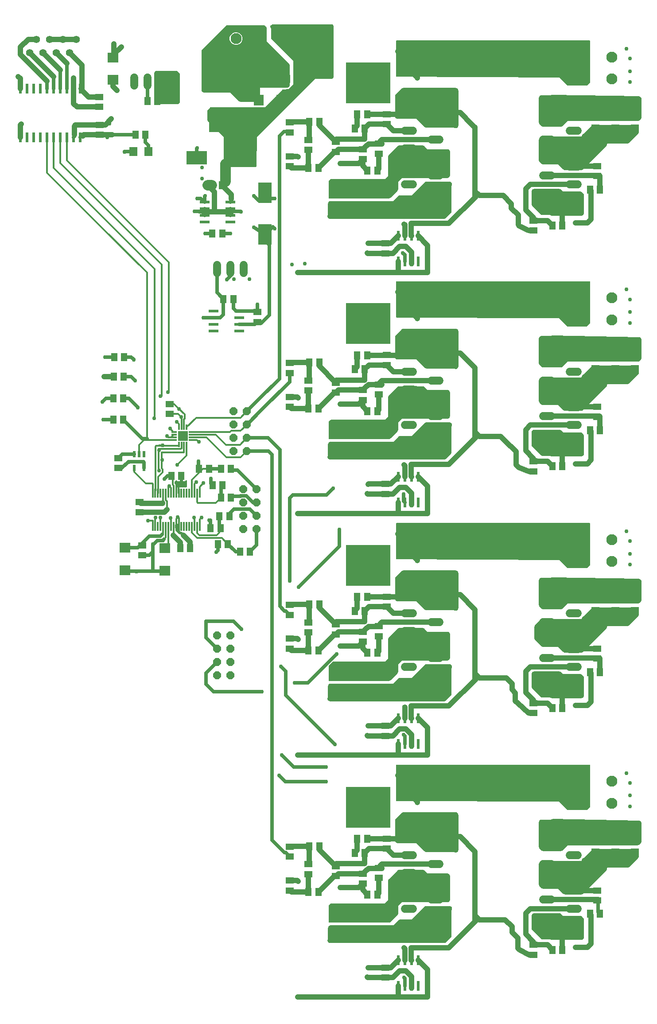
<source format=gbr>
G04 EAGLE Gerber RS-274X export*
G75*
%MOMM*%
%FSLAX34Y34*%
%LPD*%
%INTop Copper*%
%IPPOS*%
%AMOC8*
5,1,8,0,0,1.08239X$1,22.5*%
G01*
%ADD10R,1.500000X1.300000*%
%ADD11R,1.300000X1.500000*%
%ADD12C,1.524000*%
%ADD13R,1.950000X1.950000*%
%ADD14R,1.000000X0.300000*%
%ADD15R,0.300000X1.000000*%
%ADD16R,0.510800X1.921200*%
%ADD17R,1.901000X0.599100*%
%ADD18R,0.300000X1.700000*%
%ADD19R,0.550000X1.200000*%
%ADD20R,1.300000X1.600000*%
%ADD21R,1.600000X1.803000*%
%ADD22C,1.408000*%
%ADD23R,2.500000X4.000000*%
%ADD24R,4.000000X2.500000*%
%ADD25R,1.869997X1.999997*%
%ADD26R,1.999997X1.869997*%
%ADD27P,1.649562X8X292.500000*%
%ADD28C,2.100000*%
%ADD29R,0.599100X1.901000*%
%ADD30R,3.810000X1.620000*%
%ADD31R,8.510000X7.870000*%
%ADD32P,1.649562X8X112.500000*%
%ADD33C,1.000000*%
%ADD34C,0.756400*%
%ADD35C,0.700000*%
%ADD36C,0.300000*%
%ADD37C,2.000000*%
%ADD38C,0.500000*%

G36*
X1112090Y1769254D02*
X1112090Y1769254D01*
X1112181Y1769261D01*
X1112211Y1769273D01*
X1112243Y1769279D01*
X1112323Y1769321D01*
X1112407Y1769357D01*
X1112439Y1769383D01*
X1112460Y1769394D01*
X1112482Y1769417D01*
X1112538Y1769462D01*
X1118538Y1775462D01*
X1118591Y1775536D01*
X1118651Y1775605D01*
X1118663Y1775635D01*
X1118682Y1775661D01*
X1118709Y1775748D01*
X1118743Y1775833D01*
X1118747Y1775874D01*
X1118754Y1775897D01*
X1118753Y1775929D01*
X1118761Y1776000D01*
X1118761Y1855000D01*
X1118758Y1855020D01*
X1118760Y1855039D01*
X1118738Y1855141D01*
X1118722Y1855243D01*
X1118712Y1855260D01*
X1118708Y1855280D01*
X1118655Y1855369D01*
X1118606Y1855460D01*
X1118592Y1855474D01*
X1118582Y1855491D01*
X1118503Y1855558D01*
X1118428Y1855630D01*
X1118410Y1855638D01*
X1118395Y1855651D01*
X1118299Y1855690D01*
X1118205Y1855733D01*
X1118185Y1855735D01*
X1118167Y1855743D01*
X1118000Y1855761D01*
X749000Y1855761D01*
X748980Y1855758D01*
X748961Y1855760D01*
X748859Y1855738D01*
X748757Y1855722D01*
X748740Y1855712D01*
X748720Y1855708D01*
X748631Y1855655D01*
X748540Y1855606D01*
X748526Y1855592D01*
X748509Y1855582D01*
X748442Y1855503D01*
X748371Y1855428D01*
X748362Y1855410D01*
X748349Y1855395D01*
X748310Y1855299D01*
X748267Y1855205D01*
X748265Y1855185D01*
X748257Y1855167D01*
X748239Y1855000D01*
X748239Y1787040D01*
X748242Y1787022D01*
X748240Y1787003D01*
X748262Y1786901D01*
X748279Y1786797D01*
X748287Y1786781D01*
X748291Y1786763D01*
X748345Y1786673D01*
X748394Y1786580D01*
X748407Y1786567D01*
X748417Y1786551D01*
X748496Y1786483D01*
X748572Y1786411D01*
X748589Y1786403D01*
X748603Y1786391D01*
X748700Y1786351D01*
X748795Y1786307D01*
X748814Y1786305D01*
X748831Y1786298D01*
X748997Y1786279D01*
X1059680Y1785243D01*
X1075462Y1769462D01*
X1075536Y1769409D01*
X1075605Y1769349D01*
X1075635Y1769337D01*
X1075661Y1769318D01*
X1075748Y1769291D01*
X1075833Y1769257D01*
X1075874Y1769253D01*
X1075897Y1769246D01*
X1075929Y1769247D01*
X1076000Y1769239D01*
X1112000Y1769239D01*
X1112090Y1769254D01*
G37*
G36*
X1112090Y1309254D02*
X1112090Y1309254D01*
X1112181Y1309261D01*
X1112211Y1309273D01*
X1112243Y1309279D01*
X1112323Y1309321D01*
X1112407Y1309357D01*
X1112439Y1309383D01*
X1112460Y1309394D01*
X1112482Y1309417D01*
X1112538Y1309462D01*
X1118538Y1315462D01*
X1118591Y1315536D01*
X1118651Y1315605D01*
X1118663Y1315635D01*
X1118682Y1315661D01*
X1118709Y1315748D01*
X1118743Y1315833D01*
X1118747Y1315874D01*
X1118754Y1315897D01*
X1118753Y1315929D01*
X1118761Y1316000D01*
X1118761Y1395000D01*
X1118758Y1395020D01*
X1118760Y1395039D01*
X1118738Y1395141D01*
X1118722Y1395243D01*
X1118712Y1395260D01*
X1118708Y1395280D01*
X1118655Y1395369D01*
X1118606Y1395460D01*
X1118592Y1395474D01*
X1118582Y1395491D01*
X1118503Y1395558D01*
X1118428Y1395630D01*
X1118410Y1395638D01*
X1118395Y1395651D01*
X1118299Y1395690D01*
X1118205Y1395733D01*
X1118185Y1395735D01*
X1118167Y1395743D01*
X1118000Y1395761D01*
X749000Y1395761D01*
X748980Y1395758D01*
X748961Y1395760D01*
X748859Y1395738D01*
X748757Y1395722D01*
X748740Y1395712D01*
X748720Y1395708D01*
X748631Y1395655D01*
X748540Y1395606D01*
X748526Y1395592D01*
X748509Y1395582D01*
X748442Y1395503D01*
X748371Y1395428D01*
X748362Y1395410D01*
X748349Y1395395D01*
X748310Y1395299D01*
X748267Y1395205D01*
X748265Y1395185D01*
X748257Y1395167D01*
X748239Y1395000D01*
X748239Y1327040D01*
X748242Y1327022D01*
X748240Y1327003D01*
X748262Y1326901D01*
X748279Y1326797D01*
X748287Y1326781D01*
X748291Y1326763D01*
X748345Y1326673D01*
X748394Y1326580D01*
X748407Y1326567D01*
X748417Y1326551D01*
X748496Y1326483D01*
X748572Y1326411D01*
X748589Y1326403D01*
X748603Y1326391D01*
X748700Y1326351D01*
X748795Y1326307D01*
X748814Y1326305D01*
X748831Y1326298D01*
X748997Y1326279D01*
X1059680Y1325243D01*
X1075462Y1309462D01*
X1075536Y1309409D01*
X1075605Y1309349D01*
X1075635Y1309337D01*
X1075661Y1309318D01*
X1075748Y1309291D01*
X1075833Y1309257D01*
X1075874Y1309253D01*
X1075897Y1309246D01*
X1075929Y1309247D01*
X1076000Y1309239D01*
X1112000Y1309239D01*
X1112090Y1309254D01*
G37*
G36*
X1112090Y385254D02*
X1112090Y385254D01*
X1112181Y385261D01*
X1112211Y385273D01*
X1112243Y385279D01*
X1112323Y385321D01*
X1112407Y385357D01*
X1112439Y385383D01*
X1112460Y385394D01*
X1112482Y385417D01*
X1112538Y385462D01*
X1118538Y391462D01*
X1118591Y391536D01*
X1118651Y391605D01*
X1118663Y391635D01*
X1118682Y391661D01*
X1118709Y391748D01*
X1118743Y391833D01*
X1118747Y391874D01*
X1118754Y391897D01*
X1118753Y391929D01*
X1118761Y392000D01*
X1118761Y471000D01*
X1118758Y471020D01*
X1118760Y471039D01*
X1118738Y471141D01*
X1118722Y471243D01*
X1118712Y471260D01*
X1118708Y471280D01*
X1118655Y471369D01*
X1118606Y471460D01*
X1118592Y471474D01*
X1118582Y471491D01*
X1118503Y471558D01*
X1118428Y471630D01*
X1118410Y471638D01*
X1118395Y471651D01*
X1118299Y471690D01*
X1118205Y471733D01*
X1118185Y471735D01*
X1118167Y471743D01*
X1118000Y471761D01*
X749000Y471761D01*
X748980Y471758D01*
X748961Y471760D01*
X748859Y471738D01*
X748757Y471722D01*
X748740Y471712D01*
X748720Y471708D01*
X748631Y471655D01*
X748540Y471606D01*
X748526Y471592D01*
X748509Y471582D01*
X748442Y471503D01*
X748371Y471428D01*
X748362Y471410D01*
X748349Y471395D01*
X748310Y471299D01*
X748267Y471205D01*
X748265Y471185D01*
X748257Y471167D01*
X748239Y471000D01*
X748239Y403040D01*
X748242Y403022D01*
X748240Y403003D01*
X748262Y402901D01*
X748279Y402797D01*
X748287Y402781D01*
X748291Y402763D01*
X748345Y402673D01*
X748394Y402580D01*
X748407Y402567D01*
X748417Y402551D01*
X748496Y402483D01*
X748572Y402411D01*
X748589Y402403D01*
X748603Y402391D01*
X748700Y402351D01*
X748795Y402307D01*
X748814Y402305D01*
X748831Y402298D01*
X748997Y402279D01*
X1059680Y401243D01*
X1075462Y385462D01*
X1075536Y385409D01*
X1075605Y385349D01*
X1075635Y385337D01*
X1075661Y385318D01*
X1075748Y385291D01*
X1075833Y385257D01*
X1075874Y385253D01*
X1075897Y385246D01*
X1075929Y385247D01*
X1076000Y385239D01*
X1112000Y385239D01*
X1112090Y385254D01*
G37*
G36*
X1112090Y847254D02*
X1112090Y847254D01*
X1112181Y847261D01*
X1112211Y847273D01*
X1112243Y847279D01*
X1112323Y847321D01*
X1112407Y847357D01*
X1112439Y847383D01*
X1112460Y847394D01*
X1112482Y847417D01*
X1112538Y847462D01*
X1118538Y853462D01*
X1118591Y853536D01*
X1118651Y853605D01*
X1118663Y853635D01*
X1118682Y853661D01*
X1118709Y853748D01*
X1118743Y853833D01*
X1118747Y853874D01*
X1118754Y853897D01*
X1118753Y853929D01*
X1118761Y854000D01*
X1118761Y933000D01*
X1118758Y933020D01*
X1118760Y933039D01*
X1118738Y933141D01*
X1118722Y933243D01*
X1118712Y933260D01*
X1118708Y933280D01*
X1118655Y933369D01*
X1118606Y933460D01*
X1118592Y933474D01*
X1118582Y933491D01*
X1118503Y933558D01*
X1118428Y933630D01*
X1118410Y933638D01*
X1118395Y933651D01*
X1118299Y933690D01*
X1118205Y933733D01*
X1118185Y933735D01*
X1118167Y933743D01*
X1118000Y933761D01*
X749000Y933761D01*
X748980Y933758D01*
X748961Y933760D01*
X748859Y933738D01*
X748757Y933722D01*
X748740Y933712D01*
X748720Y933708D01*
X748631Y933655D01*
X748540Y933606D01*
X748526Y933592D01*
X748509Y933582D01*
X748442Y933503D01*
X748371Y933428D01*
X748362Y933410D01*
X748349Y933395D01*
X748310Y933299D01*
X748267Y933205D01*
X748265Y933185D01*
X748257Y933167D01*
X748239Y933000D01*
X748239Y865040D01*
X748242Y865022D01*
X748240Y865003D01*
X748262Y864901D01*
X748279Y864797D01*
X748287Y864781D01*
X748291Y864763D01*
X748345Y864673D01*
X748394Y864580D01*
X748407Y864567D01*
X748417Y864551D01*
X748496Y864483D01*
X748572Y864411D01*
X748589Y864403D01*
X748603Y864391D01*
X748700Y864351D01*
X748795Y864307D01*
X748814Y864305D01*
X748831Y864298D01*
X748997Y864279D01*
X1059680Y863243D01*
X1075462Y847462D01*
X1075536Y847409D01*
X1075605Y847349D01*
X1075635Y847337D01*
X1075661Y847318D01*
X1075748Y847291D01*
X1075833Y847257D01*
X1075874Y847253D01*
X1075897Y847246D01*
X1075929Y847247D01*
X1076000Y847239D01*
X1112000Y847239D01*
X1112090Y847254D01*
G37*
G36*
X478131Y1613511D02*
X478131Y1613511D01*
X478262Y1613511D01*
X478394Y1613531D01*
X478527Y1613541D01*
X478655Y1613570D01*
X478785Y1613590D01*
X478912Y1613630D01*
X479042Y1613660D01*
X479164Y1613708D01*
X479290Y1613747D01*
X479410Y1613805D01*
X479534Y1613855D01*
X479647Y1613921D01*
X479765Y1613979D01*
X479875Y1614054D01*
X479990Y1614122D01*
X480092Y1614204D01*
X480200Y1614279D01*
X480297Y1614370D01*
X480401Y1614454D01*
X480490Y1614552D01*
X480585Y1614641D01*
X480667Y1614747D01*
X480757Y1614845D01*
X480830Y1614954D01*
X480911Y1615058D01*
X480976Y1615174D01*
X481050Y1615285D01*
X481106Y1615404D01*
X481170Y1615519D01*
X481217Y1615643D01*
X481274Y1615764D01*
X481311Y1615890D01*
X481357Y1616013D01*
X481385Y1616144D01*
X481423Y1616272D01*
X481440Y1616402D01*
X481468Y1616530D01*
X481481Y1616703D01*
X481493Y1616796D01*
X481492Y1616854D01*
X481499Y1616938D01*
X482473Y1671525D01*
X593449Y1782501D01*
X625000Y1782501D01*
X625162Y1782513D01*
X625324Y1782516D01*
X625425Y1782533D01*
X625527Y1782541D01*
X625685Y1782577D01*
X625846Y1782604D01*
X625943Y1782637D01*
X626042Y1782660D01*
X626193Y1782719D01*
X626348Y1782771D01*
X626439Y1782817D01*
X626534Y1782855D01*
X626674Y1782937D01*
X626819Y1783011D01*
X626902Y1783070D01*
X626990Y1783122D01*
X627117Y1783224D01*
X627248Y1783319D01*
X627321Y1783390D01*
X627401Y1783454D01*
X627511Y1783575D01*
X627627Y1783688D01*
X627688Y1783770D01*
X627757Y1783845D01*
X627847Y1783980D01*
X627945Y1784110D01*
X627994Y1784200D01*
X628050Y1784285D01*
X628119Y1784432D01*
X628196Y1784575D01*
X628231Y1784672D01*
X628274Y1784764D01*
X628320Y1784920D01*
X628374Y1785073D01*
X628394Y1785174D01*
X628423Y1785272D01*
X628444Y1785432D01*
X628475Y1785592D01*
X628483Y1785718D01*
X628493Y1785796D01*
X628492Y1785875D01*
X628499Y1786000D01*
X628499Y1883000D01*
X628487Y1883162D01*
X628484Y1883324D01*
X628467Y1883425D01*
X628459Y1883527D01*
X628423Y1883685D01*
X628396Y1883846D01*
X628363Y1883943D01*
X628340Y1884042D01*
X628281Y1884193D01*
X628229Y1884348D01*
X628183Y1884439D01*
X628145Y1884534D01*
X628063Y1884674D01*
X627990Y1884819D01*
X627930Y1884902D01*
X627878Y1884990D01*
X627776Y1885117D01*
X627681Y1885248D01*
X627610Y1885321D01*
X627546Y1885401D01*
X627425Y1885511D01*
X627312Y1885627D01*
X627230Y1885688D01*
X627155Y1885757D01*
X627020Y1885847D01*
X626890Y1885945D01*
X626800Y1885994D01*
X626715Y1886050D01*
X626568Y1886119D01*
X626425Y1886196D01*
X626328Y1886231D01*
X626236Y1886274D01*
X626080Y1886320D01*
X625927Y1886374D01*
X625826Y1886394D01*
X625728Y1886423D01*
X625568Y1886444D01*
X625408Y1886475D01*
X625282Y1886483D01*
X625204Y1886493D01*
X625125Y1886492D01*
X625000Y1886499D01*
X513000Y1886499D01*
X512923Y1886493D01*
X512845Y1886496D01*
X512659Y1886473D01*
X512473Y1886459D01*
X512397Y1886442D01*
X512320Y1886433D01*
X512140Y1886382D01*
X511958Y1886340D01*
X511886Y1886312D01*
X511811Y1886291D01*
X511530Y1886171D01*
X511466Y1886145D01*
X511453Y1886138D01*
X511435Y1886130D01*
X509435Y1885130D01*
X509267Y1885029D01*
X509095Y1884935D01*
X509040Y1884894D01*
X508981Y1884858D01*
X508831Y1884734D01*
X508674Y1884615D01*
X508627Y1884565D01*
X508574Y1884522D01*
X508443Y1884375D01*
X508307Y1884234D01*
X508267Y1884178D01*
X508222Y1884127D01*
X508115Y1883963D01*
X508001Y1883803D01*
X507970Y1883742D01*
X507933Y1883684D01*
X507852Y1883506D01*
X507764Y1883331D01*
X507742Y1883265D01*
X507714Y1883203D01*
X507661Y1883015D01*
X507600Y1882828D01*
X507589Y1882760D01*
X507570Y1882694D01*
X507546Y1882500D01*
X507514Y1882306D01*
X507513Y1882238D01*
X507505Y1882170D01*
X507510Y1881974D01*
X507508Y1881778D01*
X507517Y1881709D01*
X507519Y1881641D01*
X507554Y1881448D01*
X507581Y1881254D01*
X507601Y1881188D01*
X507613Y1881121D01*
X507676Y1880936D01*
X507733Y1880747D01*
X507762Y1880685D01*
X507784Y1880621D01*
X507875Y1880447D01*
X507959Y1880269D01*
X507997Y1880213D01*
X508029Y1880152D01*
X508145Y1879994D01*
X508254Y1879831D01*
X508308Y1879770D01*
X508341Y1879725D01*
X508408Y1879658D01*
X508526Y1879526D01*
X509501Y1878551D01*
X509501Y1860000D01*
X509509Y1859889D01*
X509508Y1859778D01*
X509529Y1859626D01*
X509541Y1859473D01*
X509566Y1859364D01*
X509581Y1859254D01*
X509625Y1859107D01*
X509660Y1858958D01*
X509701Y1858854D01*
X509733Y1858747D01*
X509798Y1858609D01*
X509855Y1858466D01*
X509911Y1858370D01*
X509959Y1858269D01*
X510044Y1858142D01*
X510122Y1858010D01*
X510192Y1857923D01*
X510254Y1857831D01*
X510394Y1857674D01*
X510454Y1857599D01*
X510486Y1857570D01*
X510526Y1857526D01*
X551501Y1816551D01*
X551501Y1771449D01*
X542512Y1762460D01*
X532600Y1762192D01*
X532536Y1762186D01*
X532472Y1762187D01*
X532273Y1762159D01*
X532074Y1762138D01*
X532012Y1762122D01*
X531948Y1762113D01*
X531756Y1762056D01*
X531562Y1762005D01*
X531503Y1761980D01*
X531442Y1761962D01*
X531260Y1761876D01*
X531076Y1761797D01*
X531022Y1761763D01*
X530964Y1761736D01*
X530797Y1761624D01*
X530627Y1761518D01*
X530579Y1761476D01*
X530525Y1761440D01*
X530243Y1761189D01*
X530226Y1761174D01*
X530223Y1761172D01*
X530220Y1761169D01*
X497551Y1728499D01*
X395000Y1728499D01*
X394889Y1728491D01*
X394778Y1728492D01*
X394626Y1728471D01*
X394473Y1728459D01*
X394364Y1728434D01*
X394254Y1728419D01*
X394107Y1728375D01*
X393958Y1728340D01*
X393854Y1728299D01*
X393747Y1728267D01*
X393609Y1728202D01*
X393466Y1728145D01*
X393370Y1728089D01*
X393269Y1728041D01*
X393142Y1727956D01*
X393010Y1727878D01*
X392923Y1727808D01*
X392831Y1727746D01*
X392674Y1727606D01*
X392599Y1727546D01*
X392570Y1727514D01*
X392526Y1727474D01*
X388526Y1723474D01*
X388453Y1723390D01*
X388373Y1723312D01*
X388281Y1723190D01*
X388181Y1723073D01*
X388122Y1722979D01*
X388055Y1722890D01*
X387982Y1722755D01*
X387901Y1722625D01*
X387857Y1722523D01*
X387804Y1722425D01*
X387752Y1722280D01*
X387691Y1722139D01*
X387663Y1722032D01*
X387626Y1721927D01*
X387596Y1721776D01*
X387558Y1721628D01*
X387546Y1721517D01*
X387525Y1721408D01*
X387512Y1721198D01*
X387502Y1721102D01*
X387504Y1721060D01*
X387501Y1721000D01*
X387501Y1704000D01*
X387509Y1703889D01*
X387508Y1703778D01*
X387529Y1703626D01*
X387541Y1703473D01*
X387566Y1703364D01*
X387581Y1703254D01*
X387625Y1703107D01*
X387660Y1702958D01*
X387701Y1702854D01*
X387733Y1702747D01*
X387798Y1702609D01*
X387855Y1702466D01*
X387911Y1702370D01*
X387959Y1702269D01*
X388044Y1702142D01*
X388122Y1702010D01*
X388192Y1701923D01*
X388254Y1701831D01*
X388394Y1701674D01*
X388454Y1701599D01*
X388486Y1701570D01*
X388526Y1701526D01*
X418501Y1671551D01*
X418501Y1619000D01*
X418509Y1618889D01*
X418508Y1618778D01*
X418529Y1618626D01*
X418541Y1618473D01*
X418566Y1618364D01*
X418581Y1618254D01*
X418625Y1618107D01*
X418660Y1617958D01*
X418701Y1617854D01*
X418733Y1617747D01*
X418798Y1617609D01*
X418855Y1617466D01*
X418911Y1617370D01*
X418959Y1617269D01*
X419044Y1617142D01*
X419122Y1617010D01*
X419192Y1616923D01*
X419254Y1616831D01*
X419394Y1616674D01*
X419454Y1616599D01*
X419486Y1616570D01*
X419526Y1616526D01*
X421526Y1614526D01*
X421610Y1614453D01*
X421688Y1614373D01*
X421810Y1614281D01*
X421927Y1614181D01*
X422021Y1614122D01*
X422110Y1614055D01*
X422245Y1613982D01*
X422375Y1613901D01*
X422477Y1613857D01*
X422575Y1613804D01*
X422720Y1613752D01*
X422861Y1613691D01*
X422968Y1613663D01*
X423073Y1613626D01*
X423224Y1613596D01*
X423372Y1613558D01*
X423483Y1613546D01*
X423592Y1613525D01*
X423802Y1613512D01*
X423898Y1613502D01*
X423940Y1613504D01*
X424000Y1613501D01*
X478000Y1613501D01*
X478131Y1613511D01*
G37*
G36*
X485162Y1738513D02*
X485162Y1738513D01*
X485324Y1738516D01*
X485425Y1738533D01*
X485527Y1738541D01*
X485685Y1738577D01*
X485846Y1738604D01*
X485943Y1738637D01*
X486042Y1738660D01*
X486193Y1738719D01*
X486348Y1738771D01*
X486439Y1738817D01*
X486534Y1738855D01*
X486674Y1738937D01*
X486819Y1739011D01*
X486902Y1739070D01*
X486990Y1739122D01*
X487117Y1739224D01*
X487248Y1739319D01*
X487321Y1739390D01*
X487401Y1739454D01*
X487511Y1739575D01*
X487627Y1739688D01*
X487688Y1739770D01*
X487757Y1739845D01*
X487847Y1739980D01*
X487945Y1740110D01*
X487994Y1740200D01*
X488050Y1740285D01*
X488119Y1740432D01*
X488196Y1740575D01*
X488231Y1740672D01*
X488274Y1740764D01*
X488320Y1740920D01*
X488374Y1741073D01*
X488394Y1741174D01*
X488423Y1741272D01*
X488444Y1741432D01*
X488475Y1741592D01*
X488483Y1741718D01*
X488493Y1741796D01*
X488492Y1741875D01*
X488499Y1742000D01*
X488499Y1765000D01*
X488491Y1765111D01*
X488492Y1765222D01*
X488471Y1765374D01*
X488461Y1765501D01*
X540000Y1765501D01*
X540111Y1765509D01*
X540222Y1765508D01*
X540374Y1765529D01*
X540527Y1765541D01*
X540636Y1765566D01*
X540746Y1765581D01*
X540893Y1765625D01*
X541042Y1765660D01*
X541146Y1765701D01*
X541253Y1765733D01*
X541391Y1765798D01*
X541534Y1765855D01*
X541630Y1765911D01*
X541731Y1765959D01*
X541858Y1766044D01*
X541990Y1766122D01*
X542077Y1766192D01*
X542169Y1766254D01*
X542326Y1766394D01*
X542401Y1766454D01*
X542430Y1766486D01*
X542474Y1766526D01*
X543474Y1767526D01*
X543547Y1767610D01*
X543627Y1767688D01*
X543691Y1767773D01*
X543751Y1767839D01*
X543777Y1767877D01*
X543819Y1767927D01*
X543878Y1768021D01*
X543945Y1768110D01*
X544002Y1768216D01*
X544044Y1768279D01*
X544059Y1768311D01*
X544099Y1768375D01*
X544143Y1768477D01*
X544196Y1768575D01*
X544241Y1768701D01*
X544268Y1768758D01*
X544275Y1768783D01*
X544309Y1768861D01*
X544337Y1768968D01*
X544374Y1769073D01*
X544402Y1769217D01*
X544417Y1769266D01*
X544419Y1769282D01*
X544442Y1769372D01*
X544454Y1769483D01*
X544475Y1769592D01*
X544487Y1769786D01*
X544487Y1769790D01*
X544487Y1769794D01*
X544488Y1769802D01*
X544498Y1769898D01*
X544496Y1769940D01*
X544499Y1770000D01*
X544499Y1809000D01*
X544491Y1809111D01*
X544492Y1809222D01*
X544471Y1809374D01*
X544459Y1809527D01*
X544434Y1809636D01*
X544419Y1809746D01*
X544375Y1809893D01*
X544340Y1810042D01*
X544299Y1810146D01*
X544267Y1810253D01*
X544202Y1810391D01*
X544145Y1810534D01*
X544089Y1810630D01*
X544041Y1810731D01*
X543956Y1810858D01*
X543878Y1810990D01*
X543808Y1811077D01*
X543746Y1811169D01*
X543606Y1811326D01*
X543546Y1811401D01*
X543514Y1811430D01*
X543474Y1811474D01*
X500499Y1854449D01*
X500499Y1880000D01*
X500491Y1880111D01*
X500492Y1880222D01*
X500471Y1880374D01*
X500459Y1880527D01*
X500434Y1880636D01*
X500419Y1880746D01*
X500375Y1880893D01*
X500340Y1881042D01*
X500299Y1881146D01*
X500267Y1881253D01*
X500202Y1881391D01*
X500145Y1881534D01*
X500089Y1881630D01*
X500041Y1881731D01*
X499956Y1881858D01*
X499878Y1881990D01*
X499808Y1882077D01*
X499746Y1882169D01*
X499606Y1882326D01*
X499546Y1882401D01*
X499514Y1882430D01*
X499474Y1882474D01*
X498474Y1883474D01*
X498390Y1883547D01*
X498312Y1883627D01*
X498190Y1883719D01*
X498073Y1883819D01*
X497979Y1883878D01*
X497890Y1883945D01*
X497755Y1884018D01*
X497625Y1884099D01*
X497523Y1884143D01*
X497425Y1884196D01*
X497280Y1884248D01*
X497139Y1884309D01*
X497032Y1884337D01*
X496927Y1884374D01*
X496776Y1884404D01*
X496628Y1884442D01*
X496517Y1884454D01*
X496408Y1884475D01*
X496198Y1884488D01*
X496102Y1884498D01*
X496060Y1884496D01*
X496000Y1884499D01*
X425000Y1884499D01*
X424889Y1884491D01*
X424778Y1884492D01*
X424626Y1884471D01*
X424473Y1884459D01*
X424364Y1884434D01*
X424254Y1884419D01*
X424107Y1884375D01*
X423958Y1884340D01*
X423854Y1884299D01*
X423747Y1884267D01*
X423609Y1884202D01*
X423466Y1884145D01*
X423370Y1884089D01*
X423269Y1884041D01*
X423142Y1883956D01*
X423010Y1883878D01*
X422923Y1883808D01*
X422831Y1883746D01*
X422674Y1883606D01*
X422599Y1883546D01*
X422570Y1883514D01*
X422526Y1883474D01*
X377526Y1838474D01*
X377453Y1838390D01*
X377373Y1838312D01*
X377281Y1838190D01*
X377181Y1838073D01*
X377122Y1837979D01*
X377055Y1837890D01*
X376982Y1837755D01*
X376901Y1837625D01*
X376857Y1837523D01*
X376804Y1837425D01*
X376752Y1837280D01*
X376691Y1837139D01*
X376663Y1837032D01*
X376626Y1836927D01*
X376596Y1836776D01*
X376558Y1836628D01*
X376546Y1836517D01*
X376525Y1836408D01*
X376512Y1836198D01*
X376502Y1836102D01*
X376504Y1836060D01*
X376501Y1836000D01*
X376501Y1760000D01*
X376513Y1759838D01*
X376516Y1759676D01*
X376533Y1759575D01*
X376541Y1759473D01*
X376577Y1759315D01*
X376604Y1759154D01*
X376637Y1759057D01*
X376660Y1758958D01*
X376719Y1758807D01*
X376771Y1758653D01*
X376817Y1758561D01*
X376855Y1758466D01*
X376937Y1758326D01*
X377011Y1758181D01*
X377070Y1758098D01*
X377122Y1758010D01*
X377224Y1757883D01*
X377319Y1757752D01*
X377390Y1757679D01*
X377454Y1757599D01*
X377575Y1757489D01*
X377688Y1757373D01*
X377770Y1757312D01*
X377845Y1757243D01*
X377980Y1757153D01*
X378110Y1757055D01*
X378200Y1757006D01*
X378285Y1756950D01*
X378432Y1756881D01*
X378575Y1756804D01*
X378672Y1756769D01*
X378764Y1756726D01*
X378920Y1756680D01*
X379073Y1756626D01*
X379174Y1756606D01*
X379272Y1756577D01*
X379432Y1756556D01*
X379592Y1756525D01*
X379718Y1756517D01*
X379796Y1756507D01*
X379875Y1756508D01*
X380000Y1756501D01*
X431551Y1756501D01*
X448526Y1739526D01*
X448610Y1739453D01*
X448688Y1739373D01*
X448810Y1739281D01*
X448927Y1739181D01*
X449021Y1739122D01*
X449110Y1739055D01*
X449245Y1738982D01*
X449375Y1738901D01*
X449477Y1738857D01*
X449575Y1738804D01*
X449720Y1738752D01*
X449861Y1738691D01*
X449968Y1738663D01*
X450073Y1738626D01*
X450224Y1738596D01*
X450372Y1738558D01*
X450483Y1738546D01*
X450592Y1738525D01*
X450802Y1738512D01*
X450898Y1738502D01*
X450940Y1738504D01*
X451000Y1738501D01*
X485000Y1738501D01*
X485162Y1738513D01*
G37*
G36*
X734119Y170008D02*
X734119Y170008D01*
X734238Y170006D01*
X734434Y170028D01*
X734631Y170041D01*
X734748Y170063D01*
X734867Y170076D01*
X735058Y170123D01*
X735252Y170160D01*
X735365Y170197D01*
X735481Y170225D01*
X735665Y170295D01*
X735852Y170357D01*
X735960Y170408D01*
X736072Y170450D01*
X736245Y170543D01*
X736423Y170627D01*
X736524Y170692D01*
X736629Y170748D01*
X736790Y170862D01*
X736956Y170968D01*
X737048Y171045D01*
X737145Y171114D01*
X737333Y171284D01*
X737441Y171373D01*
X737480Y171416D01*
X737535Y171465D01*
X750535Y184465D01*
X750614Y184554D01*
X750700Y184638D01*
X750823Y184792D01*
X750953Y184939D01*
X751020Y185038D01*
X751094Y185131D01*
X751197Y185300D01*
X751307Y185463D01*
X751361Y185569D01*
X751424Y185671D01*
X751504Y185851D01*
X751593Y186026D01*
X751633Y186139D01*
X751682Y186248D01*
X751739Y186436D01*
X751806Y186622D01*
X751831Y186738D01*
X751866Y186853D01*
X751899Y187047D01*
X751941Y187239D01*
X751952Y187358D01*
X751972Y187476D01*
X751985Y187729D01*
X751998Y187869D01*
X751995Y187927D01*
X751999Y188000D01*
X751999Y201929D01*
X759071Y209001D01*
X846000Y209001D01*
X846185Y209012D01*
X846370Y209014D01*
X846500Y209032D01*
X846631Y209041D01*
X846812Y209076D01*
X846996Y209101D01*
X847122Y209135D01*
X847252Y209160D01*
X847428Y209218D01*
X847606Y209266D01*
X847727Y209316D01*
X847852Y209357D01*
X848020Y209436D01*
X848190Y209506D01*
X848305Y209571D01*
X848423Y209627D01*
X848579Y209727D01*
X848740Y209819D01*
X848845Y209897D01*
X848956Y209968D01*
X849098Y210087D01*
X849246Y210198D01*
X849340Y210289D01*
X849441Y210373D01*
X849567Y210509D01*
X849700Y210638D01*
X849782Y210740D01*
X849871Y210837D01*
X849979Y210987D01*
X850094Y211131D01*
X850163Y211244D01*
X850239Y211350D01*
X850327Y211513D01*
X850424Y211671D01*
X850477Y211791D01*
X850540Y211906D01*
X850606Y212079D01*
X850682Y212248D01*
X850720Y212373D01*
X850768Y212496D01*
X850812Y212676D01*
X850866Y212853D01*
X850888Y212982D01*
X850919Y213110D01*
X850941Y213293D01*
X850972Y213476D01*
X850980Y213629D01*
X850992Y213737D01*
X850991Y213846D01*
X850999Y214000D01*
X850999Y259000D01*
X850988Y259185D01*
X850986Y259370D01*
X850968Y259500D01*
X850959Y259631D01*
X850924Y259812D01*
X850899Y259996D01*
X850865Y260122D01*
X850840Y260252D01*
X850782Y260428D01*
X850734Y260606D01*
X850684Y260727D01*
X850643Y260852D01*
X850564Y261020D01*
X850494Y261190D01*
X850429Y261305D01*
X850373Y261423D01*
X850273Y261579D01*
X850182Y261740D01*
X850103Y261845D01*
X850032Y261956D01*
X849913Y262098D01*
X849802Y262246D01*
X849711Y262340D01*
X849627Y262441D01*
X849491Y262567D01*
X849362Y262700D01*
X849260Y262782D01*
X849163Y262871D01*
X849013Y262979D01*
X848869Y263094D01*
X848756Y263163D01*
X848650Y263239D01*
X848487Y263327D01*
X848329Y263424D01*
X848209Y263477D01*
X848094Y263540D01*
X847921Y263606D01*
X847752Y263682D01*
X847627Y263720D01*
X847504Y263768D01*
X847324Y263812D01*
X847147Y263866D01*
X847018Y263888D01*
X846890Y263919D01*
X846707Y263941D01*
X846524Y263972D01*
X846371Y263980D01*
X846263Y263992D01*
X846154Y263991D01*
X846000Y263999D01*
X808071Y263999D01*
X802535Y269535D01*
X802446Y269614D01*
X802362Y269700D01*
X802208Y269823D01*
X802061Y269953D01*
X801962Y270020D01*
X801869Y270094D01*
X801701Y270197D01*
X801537Y270307D01*
X801431Y270361D01*
X801329Y270424D01*
X801149Y270504D01*
X800974Y270593D01*
X800861Y270633D01*
X800752Y270682D01*
X800564Y270739D01*
X800378Y270806D01*
X800262Y270831D01*
X800147Y270866D01*
X799953Y270899D01*
X799761Y270941D01*
X799642Y270952D01*
X799524Y270972D01*
X799271Y270985D01*
X799131Y270998D01*
X799073Y270995D01*
X799000Y270999D01*
X754000Y270999D01*
X753881Y270992D01*
X753762Y270994D01*
X753566Y270972D01*
X753369Y270959D01*
X753252Y270937D01*
X753133Y270924D01*
X752942Y270877D01*
X752748Y270840D01*
X752635Y270803D01*
X752519Y270775D01*
X752335Y270705D01*
X752148Y270643D01*
X752040Y270592D01*
X751928Y270550D01*
X751755Y270457D01*
X751577Y270373D01*
X751476Y270308D01*
X751371Y270252D01*
X751210Y270138D01*
X751044Y270032D01*
X750952Y269955D01*
X750855Y269886D01*
X750667Y269716D01*
X750559Y269627D01*
X750520Y269584D01*
X750465Y269535D01*
X734465Y253535D01*
X734386Y253446D01*
X734300Y253362D01*
X734177Y253208D01*
X734047Y253061D01*
X733980Y252962D01*
X733906Y252869D01*
X733803Y252701D01*
X733766Y252646D01*
X733761Y252638D01*
X733760Y252636D01*
X733693Y252537D01*
X733639Y252431D01*
X733576Y252329D01*
X733496Y252149D01*
X733487Y252132D01*
X733460Y252082D01*
X733455Y252069D01*
X733407Y251974D01*
X733367Y251861D01*
X733318Y251752D01*
X733264Y251574D01*
X733232Y251493D01*
X733226Y251465D01*
X733195Y251378D01*
X733169Y251262D01*
X733134Y251147D01*
X733106Y250982D01*
X733081Y250879D01*
X733076Y250838D01*
X733059Y250761D01*
X733048Y250642D01*
X733028Y250524D01*
X733019Y250350D01*
X733008Y250251D01*
X733008Y250196D01*
X733002Y250131D01*
X733005Y250073D01*
X733001Y250000D01*
X733001Y213071D01*
X726929Y206999D01*
X625000Y206999D01*
X624881Y206992D01*
X624762Y206994D01*
X624566Y206972D01*
X624369Y206959D01*
X624252Y206937D01*
X624133Y206924D01*
X623942Y206877D01*
X623748Y206840D01*
X623635Y206803D01*
X623519Y206775D01*
X623335Y206705D01*
X623148Y206643D01*
X623040Y206592D01*
X622928Y206550D01*
X622755Y206457D01*
X622577Y206373D01*
X622476Y206308D01*
X622371Y206252D01*
X622210Y206138D01*
X622044Y206032D01*
X621952Y205955D01*
X621855Y205886D01*
X621667Y205716D01*
X621559Y205627D01*
X621520Y205584D01*
X621465Y205535D01*
X620465Y204535D01*
X620386Y204446D01*
X620300Y204362D01*
X620177Y204208D01*
X620047Y204061D01*
X619980Y203962D01*
X619906Y203869D01*
X619803Y203701D01*
X619693Y203537D01*
X619639Y203431D01*
X619576Y203329D01*
X619496Y203149D01*
X619407Y202974D01*
X619367Y202861D01*
X619318Y202752D01*
X619261Y202564D01*
X619195Y202378D01*
X619169Y202262D01*
X619134Y202147D01*
X619101Y201953D01*
X619059Y201761D01*
X619048Y201642D01*
X619028Y201524D01*
X619015Y201271D01*
X619002Y201131D01*
X619005Y201073D01*
X619001Y201000D01*
X619001Y175000D01*
X619012Y174815D01*
X619014Y174630D01*
X619032Y174500D01*
X619041Y174369D01*
X619076Y174188D01*
X619101Y174004D01*
X619135Y173878D01*
X619160Y173748D01*
X619218Y173572D01*
X619266Y173394D01*
X619316Y173273D01*
X619357Y173148D01*
X619436Y172980D01*
X619506Y172810D01*
X619571Y172695D01*
X619627Y172577D01*
X619727Y172421D01*
X619819Y172260D01*
X619897Y172155D01*
X619968Y172044D01*
X620087Y171902D01*
X620198Y171754D01*
X620289Y171660D01*
X620373Y171559D01*
X620509Y171433D01*
X620638Y171300D01*
X620740Y171218D01*
X620837Y171129D01*
X620987Y171021D01*
X621131Y170906D01*
X621244Y170837D01*
X621350Y170761D01*
X621513Y170673D01*
X621671Y170576D01*
X621791Y170523D01*
X621906Y170460D01*
X622079Y170394D01*
X622248Y170318D01*
X622373Y170280D01*
X622496Y170232D01*
X622676Y170188D01*
X622853Y170134D01*
X622982Y170112D01*
X623110Y170081D01*
X623293Y170059D01*
X623476Y170028D01*
X623629Y170020D01*
X623737Y170008D01*
X623846Y170009D01*
X624000Y170001D01*
X734000Y170001D01*
X734119Y170008D01*
G37*
G36*
X734119Y1554008D02*
X734119Y1554008D01*
X734238Y1554006D01*
X734434Y1554028D01*
X734631Y1554041D01*
X734748Y1554063D01*
X734867Y1554076D01*
X735058Y1554123D01*
X735252Y1554160D01*
X735365Y1554197D01*
X735481Y1554225D01*
X735665Y1554295D01*
X735852Y1554357D01*
X735960Y1554408D01*
X736072Y1554450D01*
X736245Y1554543D01*
X736423Y1554627D01*
X736524Y1554692D01*
X736629Y1554748D01*
X736790Y1554862D01*
X736956Y1554968D01*
X737048Y1555045D01*
X737145Y1555114D01*
X737333Y1555284D01*
X737441Y1555373D01*
X737480Y1555416D01*
X737535Y1555465D01*
X750535Y1568465D01*
X750614Y1568554D01*
X750700Y1568638D01*
X750823Y1568792D01*
X750953Y1568939D01*
X751020Y1569038D01*
X751094Y1569131D01*
X751197Y1569300D01*
X751307Y1569463D01*
X751361Y1569569D01*
X751424Y1569671D01*
X751504Y1569851D01*
X751593Y1570026D01*
X751633Y1570139D01*
X751682Y1570248D01*
X751739Y1570436D01*
X751806Y1570622D01*
X751831Y1570738D01*
X751866Y1570853D01*
X751899Y1571047D01*
X751941Y1571239D01*
X751952Y1571358D01*
X751972Y1571476D01*
X751985Y1571729D01*
X751998Y1571869D01*
X751995Y1571927D01*
X751999Y1572000D01*
X751999Y1585929D01*
X759071Y1593001D01*
X846000Y1593001D01*
X846185Y1593012D01*
X846370Y1593014D01*
X846500Y1593032D01*
X846631Y1593041D01*
X846812Y1593076D01*
X846996Y1593101D01*
X847122Y1593135D01*
X847252Y1593160D01*
X847428Y1593218D01*
X847606Y1593266D01*
X847727Y1593316D01*
X847852Y1593357D01*
X848020Y1593436D01*
X848190Y1593506D01*
X848305Y1593571D01*
X848423Y1593627D01*
X848579Y1593727D01*
X848740Y1593819D01*
X848845Y1593897D01*
X848956Y1593968D01*
X849098Y1594087D01*
X849246Y1594198D01*
X849340Y1594289D01*
X849441Y1594373D01*
X849567Y1594509D01*
X849700Y1594638D01*
X849782Y1594740D01*
X849871Y1594837D01*
X849979Y1594987D01*
X850094Y1595131D01*
X850163Y1595244D01*
X850239Y1595350D01*
X850327Y1595513D01*
X850424Y1595671D01*
X850477Y1595791D01*
X850540Y1595906D01*
X850606Y1596079D01*
X850682Y1596248D01*
X850720Y1596373D01*
X850768Y1596496D01*
X850812Y1596676D01*
X850866Y1596853D01*
X850888Y1596982D01*
X850919Y1597110D01*
X850941Y1597293D01*
X850972Y1597476D01*
X850980Y1597629D01*
X850992Y1597737D01*
X850991Y1597846D01*
X850999Y1598000D01*
X850999Y1643000D01*
X850988Y1643185D01*
X850986Y1643370D01*
X850968Y1643500D01*
X850959Y1643631D01*
X850924Y1643812D01*
X850899Y1643996D01*
X850865Y1644122D01*
X850840Y1644252D01*
X850782Y1644428D01*
X850734Y1644606D01*
X850684Y1644727D01*
X850643Y1644852D01*
X850564Y1645020D01*
X850494Y1645190D01*
X850429Y1645305D01*
X850373Y1645423D01*
X850273Y1645579D01*
X850182Y1645740D01*
X850103Y1645845D01*
X850032Y1645956D01*
X849913Y1646098D01*
X849802Y1646246D01*
X849711Y1646340D01*
X849627Y1646441D01*
X849491Y1646567D01*
X849362Y1646700D01*
X849260Y1646782D01*
X849163Y1646871D01*
X849013Y1646979D01*
X848869Y1647094D01*
X848756Y1647163D01*
X848650Y1647239D01*
X848487Y1647327D01*
X848329Y1647424D01*
X848209Y1647477D01*
X848094Y1647540D01*
X847921Y1647606D01*
X847752Y1647682D01*
X847627Y1647720D01*
X847504Y1647768D01*
X847324Y1647812D01*
X847147Y1647866D01*
X847018Y1647888D01*
X846890Y1647919D01*
X846707Y1647941D01*
X846524Y1647972D01*
X846371Y1647980D01*
X846263Y1647992D01*
X846154Y1647991D01*
X846000Y1647999D01*
X808071Y1647999D01*
X802535Y1653535D01*
X802446Y1653614D01*
X802362Y1653700D01*
X802208Y1653823D01*
X802061Y1653953D01*
X801962Y1654020D01*
X801869Y1654094D01*
X801701Y1654197D01*
X801537Y1654307D01*
X801431Y1654361D01*
X801329Y1654424D01*
X801149Y1654504D01*
X800974Y1654593D01*
X800861Y1654633D01*
X800752Y1654682D01*
X800564Y1654739D01*
X800378Y1654806D01*
X800262Y1654831D01*
X800147Y1654866D01*
X799953Y1654899D01*
X799761Y1654941D01*
X799642Y1654952D01*
X799524Y1654972D01*
X799271Y1654985D01*
X799131Y1654998D01*
X799073Y1654995D01*
X799000Y1654999D01*
X754000Y1654999D01*
X753881Y1654992D01*
X753762Y1654994D01*
X753566Y1654972D01*
X753369Y1654959D01*
X753252Y1654937D01*
X753133Y1654924D01*
X752942Y1654877D01*
X752748Y1654840D01*
X752635Y1654803D01*
X752519Y1654775D01*
X752335Y1654705D01*
X752148Y1654643D01*
X752040Y1654592D01*
X751928Y1654550D01*
X751755Y1654457D01*
X751577Y1654373D01*
X751476Y1654308D01*
X751371Y1654252D01*
X751210Y1654138D01*
X751044Y1654032D01*
X750952Y1653955D01*
X750855Y1653886D01*
X750667Y1653716D01*
X750559Y1653627D01*
X750520Y1653584D01*
X750465Y1653535D01*
X734465Y1637535D01*
X734386Y1637446D01*
X734300Y1637362D01*
X734177Y1637208D01*
X734047Y1637061D01*
X733980Y1636962D01*
X733906Y1636869D01*
X733803Y1636701D01*
X733766Y1636646D01*
X733761Y1636638D01*
X733760Y1636636D01*
X733693Y1636537D01*
X733639Y1636431D01*
X733576Y1636329D01*
X733496Y1636149D01*
X733487Y1636132D01*
X733460Y1636082D01*
X733455Y1636069D01*
X733407Y1635974D01*
X733367Y1635861D01*
X733318Y1635752D01*
X733264Y1635574D01*
X733232Y1635493D01*
X733226Y1635465D01*
X733195Y1635378D01*
X733169Y1635262D01*
X733134Y1635147D01*
X733106Y1634982D01*
X733081Y1634879D01*
X733076Y1634838D01*
X733059Y1634761D01*
X733048Y1634642D01*
X733028Y1634524D01*
X733019Y1634350D01*
X733008Y1634251D01*
X733008Y1634196D01*
X733002Y1634131D01*
X733005Y1634073D01*
X733001Y1634000D01*
X733001Y1597071D01*
X726929Y1590999D01*
X625000Y1590999D01*
X624881Y1590992D01*
X624762Y1590994D01*
X624566Y1590972D01*
X624369Y1590959D01*
X624252Y1590937D01*
X624133Y1590924D01*
X623942Y1590877D01*
X623748Y1590840D01*
X623635Y1590803D01*
X623519Y1590775D01*
X623335Y1590705D01*
X623148Y1590643D01*
X623040Y1590592D01*
X622928Y1590550D01*
X622755Y1590457D01*
X622577Y1590373D01*
X622476Y1590308D01*
X622371Y1590252D01*
X622210Y1590138D01*
X622044Y1590032D01*
X621952Y1589955D01*
X621855Y1589886D01*
X621667Y1589716D01*
X621559Y1589627D01*
X621520Y1589584D01*
X621465Y1589535D01*
X620465Y1588535D01*
X620386Y1588446D01*
X620300Y1588362D01*
X620177Y1588208D01*
X620047Y1588061D01*
X619980Y1587962D01*
X619906Y1587869D01*
X619803Y1587701D01*
X619693Y1587537D01*
X619639Y1587431D01*
X619576Y1587329D01*
X619496Y1587149D01*
X619407Y1586974D01*
X619367Y1586861D01*
X619318Y1586752D01*
X619261Y1586564D01*
X619195Y1586378D01*
X619169Y1586262D01*
X619134Y1586147D01*
X619101Y1585953D01*
X619059Y1585761D01*
X619048Y1585642D01*
X619028Y1585524D01*
X619015Y1585271D01*
X619002Y1585131D01*
X619005Y1585073D01*
X619001Y1585000D01*
X619001Y1559000D01*
X619012Y1558815D01*
X619014Y1558630D01*
X619032Y1558500D01*
X619041Y1558369D01*
X619076Y1558188D01*
X619101Y1558004D01*
X619135Y1557878D01*
X619160Y1557748D01*
X619218Y1557572D01*
X619266Y1557394D01*
X619316Y1557273D01*
X619357Y1557148D01*
X619436Y1556980D01*
X619506Y1556810D01*
X619571Y1556695D01*
X619627Y1556577D01*
X619727Y1556421D01*
X619819Y1556260D01*
X619897Y1556155D01*
X619968Y1556044D01*
X620087Y1555902D01*
X620198Y1555754D01*
X620289Y1555660D01*
X620373Y1555559D01*
X620509Y1555433D01*
X620638Y1555300D01*
X620740Y1555218D01*
X620837Y1555129D01*
X620987Y1555021D01*
X621131Y1554906D01*
X621244Y1554837D01*
X621350Y1554761D01*
X621513Y1554673D01*
X621671Y1554576D01*
X621791Y1554523D01*
X621906Y1554460D01*
X622079Y1554394D01*
X622248Y1554318D01*
X622373Y1554280D01*
X622496Y1554232D01*
X622676Y1554188D01*
X622853Y1554134D01*
X622982Y1554112D01*
X623110Y1554081D01*
X623293Y1554059D01*
X623476Y1554028D01*
X623629Y1554020D01*
X623737Y1554008D01*
X623846Y1554009D01*
X624000Y1554001D01*
X734000Y1554001D01*
X734119Y1554008D01*
G37*
G36*
X734119Y1094008D02*
X734119Y1094008D01*
X734238Y1094006D01*
X734434Y1094028D01*
X734631Y1094041D01*
X734748Y1094063D01*
X734867Y1094076D01*
X735058Y1094123D01*
X735252Y1094160D01*
X735365Y1094197D01*
X735481Y1094225D01*
X735665Y1094295D01*
X735852Y1094357D01*
X735960Y1094408D01*
X736072Y1094450D01*
X736245Y1094543D01*
X736423Y1094627D01*
X736524Y1094692D01*
X736629Y1094748D01*
X736790Y1094862D01*
X736956Y1094968D01*
X737048Y1095045D01*
X737145Y1095114D01*
X737333Y1095284D01*
X737441Y1095373D01*
X737480Y1095416D01*
X737535Y1095465D01*
X750535Y1108465D01*
X750614Y1108554D01*
X750700Y1108638D01*
X750823Y1108792D01*
X750953Y1108939D01*
X751020Y1109038D01*
X751094Y1109131D01*
X751197Y1109300D01*
X751307Y1109463D01*
X751361Y1109569D01*
X751424Y1109671D01*
X751504Y1109851D01*
X751593Y1110026D01*
X751633Y1110139D01*
X751682Y1110248D01*
X751739Y1110436D01*
X751806Y1110622D01*
X751831Y1110738D01*
X751866Y1110853D01*
X751899Y1111047D01*
X751941Y1111239D01*
X751952Y1111358D01*
X751972Y1111476D01*
X751985Y1111729D01*
X751998Y1111869D01*
X751995Y1111927D01*
X751999Y1112000D01*
X751999Y1125929D01*
X759071Y1133001D01*
X846000Y1133001D01*
X846185Y1133012D01*
X846370Y1133014D01*
X846500Y1133032D01*
X846631Y1133041D01*
X846812Y1133076D01*
X846996Y1133101D01*
X847122Y1133135D01*
X847252Y1133160D01*
X847428Y1133218D01*
X847606Y1133266D01*
X847727Y1133316D01*
X847852Y1133357D01*
X848020Y1133436D01*
X848190Y1133506D01*
X848305Y1133571D01*
X848423Y1133627D01*
X848579Y1133727D01*
X848740Y1133819D01*
X848845Y1133897D01*
X848956Y1133968D01*
X849098Y1134087D01*
X849246Y1134198D01*
X849340Y1134289D01*
X849441Y1134373D01*
X849567Y1134509D01*
X849700Y1134638D01*
X849782Y1134740D01*
X849871Y1134837D01*
X849979Y1134987D01*
X850094Y1135131D01*
X850163Y1135244D01*
X850239Y1135350D01*
X850327Y1135513D01*
X850424Y1135671D01*
X850477Y1135791D01*
X850540Y1135906D01*
X850606Y1136079D01*
X850682Y1136248D01*
X850720Y1136373D01*
X850768Y1136496D01*
X850812Y1136676D01*
X850866Y1136853D01*
X850888Y1136982D01*
X850919Y1137110D01*
X850941Y1137293D01*
X850972Y1137476D01*
X850980Y1137629D01*
X850992Y1137737D01*
X850991Y1137846D01*
X850999Y1138000D01*
X850999Y1183000D01*
X850988Y1183185D01*
X850986Y1183370D01*
X850968Y1183500D01*
X850959Y1183631D01*
X850924Y1183812D01*
X850899Y1183996D01*
X850865Y1184122D01*
X850840Y1184252D01*
X850782Y1184428D01*
X850734Y1184606D01*
X850684Y1184727D01*
X850643Y1184852D01*
X850564Y1185020D01*
X850494Y1185190D01*
X850429Y1185305D01*
X850373Y1185423D01*
X850273Y1185579D01*
X850182Y1185740D01*
X850103Y1185845D01*
X850032Y1185956D01*
X849913Y1186098D01*
X849802Y1186246D01*
X849711Y1186340D01*
X849627Y1186441D01*
X849491Y1186567D01*
X849362Y1186700D01*
X849260Y1186782D01*
X849163Y1186871D01*
X849013Y1186979D01*
X848869Y1187094D01*
X848756Y1187163D01*
X848650Y1187239D01*
X848487Y1187327D01*
X848329Y1187424D01*
X848209Y1187477D01*
X848094Y1187540D01*
X847921Y1187606D01*
X847752Y1187682D01*
X847627Y1187720D01*
X847504Y1187768D01*
X847324Y1187812D01*
X847147Y1187866D01*
X847018Y1187888D01*
X846890Y1187919D01*
X846707Y1187941D01*
X846524Y1187972D01*
X846371Y1187980D01*
X846263Y1187992D01*
X846154Y1187991D01*
X846000Y1187999D01*
X808071Y1187999D01*
X802535Y1193535D01*
X802446Y1193614D01*
X802362Y1193700D01*
X802208Y1193823D01*
X802061Y1193953D01*
X801962Y1194020D01*
X801869Y1194094D01*
X801701Y1194197D01*
X801537Y1194307D01*
X801431Y1194361D01*
X801329Y1194424D01*
X801149Y1194504D01*
X800974Y1194593D01*
X800861Y1194633D01*
X800752Y1194682D01*
X800564Y1194739D01*
X800378Y1194806D01*
X800262Y1194831D01*
X800147Y1194866D01*
X799953Y1194899D01*
X799761Y1194941D01*
X799642Y1194952D01*
X799524Y1194972D01*
X799271Y1194985D01*
X799131Y1194998D01*
X799073Y1194995D01*
X799000Y1194999D01*
X754000Y1194999D01*
X753881Y1194992D01*
X753762Y1194994D01*
X753566Y1194972D01*
X753369Y1194959D01*
X753252Y1194937D01*
X753133Y1194924D01*
X752942Y1194877D01*
X752748Y1194840D01*
X752635Y1194803D01*
X752519Y1194775D01*
X752335Y1194705D01*
X752148Y1194643D01*
X752040Y1194592D01*
X751928Y1194550D01*
X751755Y1194457D01*
X751577Y1194373D01*
X751476Y1194308D01*
X751371Y1194252D01*
X751210Y1194138D01*
X751044Y1194032D01*
X750952Y1193955D01*
X750855Y1193886D01*
X750667Y1193716D01*
X750559Y1193627D01*
X750520Y1193584D01*
X750465Y1193535D01*
X734465Y1177535D01*
X734386Y1177446D01*
X734300Y1177362D01*
X734177Y1177208D01*
X734047Y1177061D01*
X733980Y1176962D01*
X733906Y1176869D01*
X733803Y1176701D01*
X733766Y1176646D01*
X733761Y1176638D01*
X733760Y1176636D01*
X733693Y1176537D01*
X733639Y1176431D01*
X733576Y1176329D01*
X733496Y1176149D01*
X733487Y1176132D01*
X733460Y1176082D01*
X733455Y1176069D01*
X733407Y1175974D01*
X733367Y1175861D01*
X733318Y1175752D01*
X733264Y1175574D01*
X733232Y1175493D01*
X733226Y1175465D01*
X733195Y1175378D01*
X733169Y1175262D01*
X733134Y1175147D01*
X733106Y1174982D01*
X733081Y1174879D01*
X733076Y1174838D01*
X733059Y1174761D01*
X733048Y1174642D01*
X733028Y1174524D01*
X733019Y1174350D01*
X733008Y1174251D01*
X733008Y1174196D01*
X733002Y1174131D01*
X733005Y1174073D01*
X733001Y1174000D01*
X733001Y1137071D01*
X726929Y1130999D01*
X625000Y1130999D01*
X624881Y1130992D01*
X624762Y1130994D01*
X624566Y1130972D01*
X624369Y1130959D01*
X624252Y1130937D01*
X624133Y1130924D01*
X623942Y1130877D01*
X623748Y1130840D01*
X623635Y1130803D01*
X623519Y1130775D01*
X623335Y1130705D01*
X623148Y1130643D01*
X623040Y1130592D01*
X622928Y1130550D01*
X622755Y1130457D01*
X622577Y1130373D01*
X622476Y1130308D01*
X622371Y1130252D01*
X622210Y1130138D01*
X622044Y1130032D01*
X621952Y1129955D01*
X621855Y1129886D01*
X621667Y1129716D01*
X621559Y1129627D01*
X621520Y1129584D01*
X621465Y1129535D01*
X620465Y1128535D01*
X620386Y1128446D01*
X620300Y1128362D01*
X620177Y1128208D01*
X620047Y1128061D01*
X619980Y1127962D01*
X619906Y1127869D01*
X619803Y1127701D01*
X619693Y1127537D01*
X619639Y1127431D01*
X619576Y1127329D01*
X619496Y1127149D01*
X619407Y1126974D01*
X619367Y1126861D01*
X619318Y1126752D01*
X619261Y1126564D01*
X619195Y1126378D01*
X619169Y1126262D01*
X619134Y1126147D01*
X619101Y1125953D01*
X619059Y1125761D01*
X619048Y1125642D01*
X619028Y1125524D01*
X619015Y1125271D01*
X619002Y1125131D01*
X619005Y1125073D01*
X619001Y1125000D01*
X619001Y1099000D01*
X619012Y1098815D01*
X619014Y1098630D01*
X619032Y1098500D01*
X619041Y1098369D01*
X619076Y1098188D01*
X619101Y1098004D01*
X619135Y1097878D01*
X619160Y1097748D01*
X619218Y1097572D01*
X619266Y1097394D01*
X619316Y1097273D01*
X619357Y1097148D01*
X619436Y1096980D01*
X619506Y1096810D01*
X619571Y1096695D01*
X619627Y1096577D01*
X619727Y1096421D01*
X619819Y1096260D01*
X619897Y1096155D01*
X619968Y1096044D01*
X620087Y1095902D01*
X620198Y1095754D01*
X620289Y1095660D01*
X620373Y1095559D01*
X620509Y1095433D01*
X620638Y1095300D01*
X620740Y1095218D01*
X620837Y1095129D01*
X620987Y1095021D01*
X621131Y1094906D01*
X621244Y1094837D01*
X621350Y1094761D01*
X621513Y1094673D01*
X621671Y1094576D01*
X621791Y1094523D01*
X621906Y1094460D01*
X622079Y1094394D01*
X622248Y1094318D01*
X622373Y1094280D01*
X622496Y1094232D01*
X622676Y1094188D01*
X622853Y1094134D01*
X622982Y1094112D01*
X623110Y1094081D01*
X623293Y1094059D01*
X623476Y1094028D01*
X623629Y1094020D01*
X623737Y1094008D01*
X623846Y1094009D01*
X624000Y1094001D01*
X734000Y1094001D01*
X734119Y1094008D01*
G37*
G36*
X734119Y632008D02*
X734119Y632008D01*
X734238Y632006D01*
X734434Y632028D01*
X734631Y632041D01*
X734748Y632063D01*
X734867Y632076D01*
X735058Y632123D01*
X735252Y632160D01*
X735365Y632197D01*
X735481Y632225D01*
X735665Y632295D01*
X735852Y632357D01*
X735960Y632408D01*
X736072Y632450D01*
X736245Y632543D01*
X736423Y632627D01*
X736524Y632692D01*
X736629Y632748D01*
X736790Y632862D01*
X736956Y632968D01*
X737048Y633045D01*
X737145Y633114D01*
X737333Y633284D01*
X737441Y633373D01*
X737480Y633416D01*
X737535Y633465D01*
X750535Y646465D01*
X750614Y646554D01*
X750700Y646638D01*
X750823Y646792D01*
X750953Y646939D01*
X751020Y647038D01*
X751094Y647131D01*
X751197Y647300D01*
X751307Y647463D01*
X751361Y647569D01*
X751424Y647671D01*
X751504Y647851D01*
X751593Y648026D01*
X751633Y648139D01*
X751682Y648248D01*
X751739Y648436D01*
X751806Y648622D01*
X751831Y648738D01*
X751866Y648853D01*
X751899Y649047D01*
X751941Y649239D01*
X751952Y649358D01*
X751972Y649476D01*
X751985Y649729D01*
X751998Y649869D01*
X751995Y649927D01*
X751999Y650000D01*
X751999Y663929D01*
X759071Y671001D01*
X846000Y671001D01*
X846185Y671012D01*
X846370Y671014D01*
X846500Y671032D01*
X846631Y671041D01*
X846812Y671076D01*
X846996Y671101D01*
X847122Y671135D01*
X847252Y671160D01*
X847428Y671218D01*
X847606Y671266D01*
X847727Y671316D01*
X847852Y671357D01*
X848020Y671436D01*
X848190Y671506D01*
X848305Y671571D01*
X848423Y671627D01*
X848579Y671727D01*
X848740Y671819D01*
X848845Y671897D01*
X848956Y671968D01*
X849098Y672087D01*
X849246Y672198D01*
X849340Y672289D01*
X849441Y672373D01*
X849567Y672509D01*
X849700Y672638D01*
X849782Y672740D01*
X849871Y672837D01*
X849979Y672987D01*
X850094Y673131D01*
X850163Y673244D01*
X850239Y673350D01*
X850327Y673513D01*
X850424Y673671D01*
X850477Y673791D01*
X850540Y673906D01*
X850606Y674079D01*
X850682Y674248D01*
X850720Y674373D01*
X850768Y674496D01*
X850812Y674676D01*
X850866Y674853D01*
X850888Y674982D01*
X850919Y675110D01*
X850941Y675293D01*
X850972Y675476D01*
X850980Y675629D01*
X850992Y675737D01*
X850991Y675846D01*
X850999Y676000D01*
X850999Y721000D01*
X850988Y721185D01*
X850986Y721370D01*
X850968Y721500D01*
X850959Y721631D01*
X850924Y721812D01*
X850899Y721996D01*
X850865Y722122D01*
X850840Y722252D01*
X850782Y722428D01*
X850734Y722606D01*
X850684Y722727D01*
X850643Y722852D01*
X850564Y723020D01*
X850494Y723190D01*
X850429Y723305D01*
X850373Y723423D01*
X850273Y723579D01*
X850182Y723740D01*
X850103Y723845D01*
X850032Y723956D01*
X849913Y724098D01*
X849802Y724246D01*
X849711Y724340D01*
X849627Y724441D01*
X849491Y724567D01*
X849362Y724700D01*
X849260Y724782D01*
X849163Y724871D01*
X849013Y724979D01*
X848869Y725094D01*
X848756Y725163D01*
X848650Y725239D01*
X848487Y725327D01*
X848329Y725424D01*
X848209Y725477D01*
X848094Y725540D01*
X847921Y725606D01*
X847752Y725682D01*
X847627Y725720D01*
X847504Y725768D01*
X847324Y725812D01*
X847147Y725866D01*
X847018Y725888D01*
X846890Y725919D01*
X846707Y725941D01*
X846524Y725972D01*
X846371Y725980D01*
X846263Y725992D01*
X846154Y725991D01*
X846000Y725999D01*
X808071Y725999D01*
X802535Y731535D01*
X802446Y731614D01*
X802362Y731700D01*
X802208Y731823D01*
X802061Y731953D01*
X801962Y732020D01*
X801869Y732094D01*
X801701Y732197D01*
X801537Y732307D01*
X801431Y732361D01*
X801329Y732424D01*
X801149Y732504D01*
X800974Y732593D01*
X800861Y732633D01*
X800752Y732682D01*
X800564Y732739D01*
X800378Y732806D01*
X800262Y732831D01*
X800147Y732866D01*
X799953Y732899D01*
X799761Y732941D01*
X799642Y732952D01*
X799524Y732972D01*
X799271Y732985D01*
X799131Y732998D01*
X799073Y732995D01*
X799000Y732999D01*
X754000Y732999D01*
X753881Y732992D01*
X753762Y732994D01*
X753566Y732972D01*
X753369Y732959D01*
X753252Y732937D01*
X753133Y732924D01*
X752942Y732877D01*
X752748Y732840D01*
X752635Y732803D01*
X752519Y732775D01*
X752335Y732705D01*
X752148Y732643D01*
X752040Y732592D01*
X751928Y732550D01*
X751755Y732457D01*
X751577Y732373D01*
X751476Y732308D01*
X751371Y732252D01*
X751210Y732138D01*
X751044Y732032D01*
X750952Y731955D01*
X750855Y731886D01*
X750667Y731716D01*
X750559Y731627D01*
X750520Y731584D01*
X750465Y731535D01*
X734465Y715535D01*
X734386Y715446D01*
X734300Y715362D01*
X734177Y715208D01*
X734047Y715061D01*
X733980Y714962D01*
X733906Y714869D01*
X733803Y714701D01*
X733766Y714646D01*
X733761Y714638D01*
X733760Y714636D01*
X733693Y714537D01*
X733639Y714431D01*
X733576Y714329D01*
X733496Y714149D01*
X733487Y714132D01*
X733460Y714082D01*
X733455Y714069D01*
X733407Y713974D01*
X733367Y713861D01*
X733318Y713752D01*
X733264Y713574D01*
X733232Y713493D01*
X733226Y713465D01*
X733195Y713378D01*
X733169Y713262D01*
X733134Y713147D01*
X733106Y712982D01*
X733081Y712879D01*
X733076Y712838D01*
X733059Y712761D01*
X733048Y712642D01*
X733028Y712524D01*
X733019Y712350D01*
X733008Y712251D01*
X733008Y712196D01*
X733002Y712131D01*
X733005Y712073D01*
X733001Y712000D01*
X733001Y675071D01*
X726929Y668999D01*
X629142Y668999D01*
X629023Y668992D01*
X628904Y668994D01*
X628708Y668972D01*
X628511Y668959D01*
X628394Y668937D01*
X628275Y668924D01*
X628084Y668877D01*
X627891Y668840D01*
X627777Y668803D01*
X627661Y668775D01*
X627477Y668705D01*
X627290Y668643D01*
X627182Y668592D01*
X627070Y668550D01*
X626897Y668457D01*
X626719Y668373D01*
X626618Y668308D01*
X626513Y668252D01*
X626352Y668138D01*
X626186Y668032D01*
X626095Y667955D01*
X625997Y667886D01*
X625808Y667716D01*
X625701Y667627D01*
X625662Y667584D01*
X625607Y667535D01*
X620465Y662393D01*
X620386Y662303D01*
X620300Y662220D01*
X620177Y662066D01*
X620047Y661919D01*
X619980Y661820D01*
X619906Y661727D01*
X619803Y661558D01*
X619693Y661395D01*
X619639Y661289D01*
X619576Y661187D01*
X619496Y661007D01*
X619407Y660832D01*
X619367Y660719D01*
X619318Y660610D01*
X619261Y660422D01*
X619195Y660236D01*
X619169Y660120D01*
X619134Y660005D01*
X619101Y659811D01*
X619059Y659619D01*
X619048Y659500D01*
X619028Y659382D01*
X619015Y659128D01*
X619002Y658989D01*
X619005Y658931D01*
X619001Y658858D01*
X619001Y637000D01*
X619012Y636815D01*
X619014Y636630D01*
X619032Y636500D01*
X619041Y636369D01*
X619076Y636188D01*
X619101Y636004D01*
X619135Y635878D01*
X619160Y635748D01*
X619218Y635572D01*
X619266Y635394D01*
X619316Y635273D01*
X619357Y635148D01*
X619436Y634980D01*
X619506Y634810D01*
X619571Y634695D01*
X619627Y634577D01*
X619727Y634421D01*
X619819Y634260D01*
X619897Y634155D01*
X619968Y634044D01*
X620087Y633902D01*
X620198Y633754D01*
X620289Y633660D01*
X620373Y633559D01*
X620509Y633433D01*
X620638Y633300D01*
X620740Y633218D01*
X620837Y633129D01*
X620987Y633021D01*
X621131Y632906D01*
X621244Y632837D01*
X621350Y632761D01*
X621513Y632673D01*
X621671Y632576D01*
X621791Y632523D01*
X621906Y632460D01*
X622079Y632394D01*
X622248Y632318D01*
X622373Y632280D01*
X622496Y632232D01*
X622676Y632188D01*
X622853Y632134D01*
X622982Y632112D01*
X623110Y632081D01*
X623293Y632059D01*
X623476Y632028D01*
X623629Y632020D01*
X623737Y632008D01*
X623846Y632009D01*
X624000Y632001D01*
X734000Y632001D01*
X734119Y632008D01*
G37*
G36*
X840119Y131008D02*
X840119Y131008D01*
X840238Y131006D01*
X840434Y131028D01*
X840631Y131041D01*
X840748Y131063D01*
X840867Y131076D01*
X841058Y131123D01*
X841252Y131160D01*
X841365Y131197D01*
X841481Y131225D01*
X841665Y131295D01*
X841852Y131357D01*
X841960Y131408D01*
X842072Y131450D01*
X842245Y131543D01*
X842423Y131627D01*
X842524Y131692D01*
X842629Y131748D01*
X842790Y131862D01*
X842956Y131968D01*
X843048Y132045D01*
X843145Y132114D01*
X843333Y132284D01*
X843441Y132373D01*
X843480Y132416D01*
X843535Y132465D01*
X852535Y141465D01*
X852614Y141554D01*
X852700Y141638D01*
X852823Y141792D01*
X852953Y141939D01*
X853020Y142038D01*
X853094Y142131D01*
X853197Y142300D01*
X853307Y142463D01*
X853361Y142569D01*
X853424Y142671D01*
X853504Y142851D01*
X853593Y143026D01*
X853633Y143139D01*
X853682Y143248D01*
X853739Y143436D01*
X853806Y143622D01*
X853831Y143738D01*
X853866Y143853D01*
X853899Y144047D01*
X853941Y144239D01*
X853952Y144358D01*
X853972Y144476D01*
X853985Y144729D01*
X853998Y144869D01*
X853995Y144927D01*
X853999Y145000D01*
X853999Y194008D01*
X854094Y194147D01*
X854239Y194350D01*
X854270Y194408D01*
X854307Y194463D01*
X854421Y194687D01*
X854540Y194906D01*
X854563Y194968D01*
X854593Y195026D01*
X854677Y195262D01*
X854768Y195496D01*
X854783Y195560D01*
X854806Y195622D01*
X854859Y195866D01*
X854919Y196110D01*
X854927Y196175D01*
X854941Y196239D01*
X854963Y196489D01*
X854992Y196737D01*
X854992Y196803D01*
X854998Y196869D01*
X854988Y197120D01*
X854986Y197370D01*
X854977Y197434D01*
X854974Y197500D01*
X854933Y197748D01*
X854899Y197996D01*
X854882Y198059D01*
X854871Y198124D01*
X854800Y198364D01*
X854734Y198606D01*
X854709Y198667D01*
X854690Y198730D01*
X854589Y198959D01*
X854494Y199190D01*
X854461Y199248D01*
X854435Y199308D01*
X854305Y199522D01*
X854182Y199740D01*
X854142Y199793D01*
X854108Y199849D01*
X853952Y200046D01*
X853802Y200246D01*
X853757Y200293D01*
X853716Y200345D01*
X853537Y200520D01*
X853362Y200700D01*
X853311Y200741D01*
X853264Y200787D01*
X853065Y200938D01*
X852869Y201094D01*
X852813Y201129D01*
X852760Y201168D01*
X852543Y201293D01*
X852329Y201424D01*
X852269Y201450D01*
X852212Y201483D01*
X851981Y201580D01*
X851752Y201682D01*
X851689Y201701D01*
X851629Y201727D01*
X851387Y201793D01*
X851147Y201866D01*
X851083Y201877D01*
X851019Y201894D01*
X850771Y201930D01*
X850524Y201972D01*
X850451Y201976D01*
X850394Y201984D01*
X850253Y201986D01*
X850000Y201999D01*
X806000Y201999D01*
X805881Y201992D01*
X805762Y201994D01*
X805566Y201972D01*
X805369Y201959D01*
X805252Y201937D01*
X805133Y201924D01*
X804942Y201877D01*
X804748Y201840D01*
X804635Y201803D01*
X804519Y201775D01*
X804335Y201705D01*
X804148Y201643D01*
X804040Y201592D01*
X803928Y201550D01*
X803755Y201457D01*
X803577Y201373D01*
X803476Y201308D01*
X803371Y201252D01*
X803210Y201138D01*
X803044Y201032D01*
X802952Y200955D01*
X802855Y200886D01*
X802667Y200716D01*
X802559Y200627D01*
X802520Y200584D01*
X802465Y200535D01*
X777929Y175999D01*
X756000Y175999D01*
X755881Y175992D01*
X755762Y175994D01*
X755566Y175972D01*
X755369Y175959D01*
X755252Y175937D01*
X755133Y175924D01*
X754942Y175877D01*
X754748Y175840D01*
X754635Y175803D01*
X754519Y175775D01*
X754335Y175705D01*
X754148Y175643D01*
X754040Y175592D01*
X753928Y175550D01*
X753755Y175457D01*
X753577Y175373D01*
X753476Y175308D01*
X753371Y175252D01*
X753210Y175138D01*
X753044Y175032D01*
X752952Y174955D01*
X752855Y174886D01*
X752667Y174716D01*
X752559Y174627D01*
X752555Y174623D01*
X752554Y174621D01*
X752517Y174582D01*
X752465Y174535D01*
X742929Y164999D01*
X623000Y164999D01*
X622815Y164988D01*
X622630Y164986D01*
X622500Y164968D01*
X622369Y164959D01*
X622188Y164924D01*
X622004Y164899D01*
X621878Y164865D01*
X621748Y164840D01*
X621572Y164782D01*
X621394Y164734D01*
X621273Y164684D01*
X621148Y164643D01*
X620980Y164564D01*
X620810Y164494D01*
X620695Y164429D01*
X620577Y164373D01*
X620421Y164273D01*
X620260Y164182D01*
X620155Y164103D01*
X620044Y164032D01*
X619902Y163913D01*
X619754Y163802D01*
X619660Y163711D01*
X619559Y163627D01*
X619433Y163491D01*
X619300Y163362D01*
X619218Y163260D01*
X619129Y163163D01*
X619021Y163013D01*
X618906Y162869D01*
X618837Y162756D01*
X618761Y162650D01*
X618673Y162487D01*
X618576Y162329D01*
X618523Y162209D01*
X618460Y162094D01*
X618394Y161921D01*
X618318Y161752D01*
X618280Y161627D01*
X618232Y161504D01*
X618188Y161324D01*
X618134Y161147D01*
X618112Y161018D01*
X618081Y160890D01*
X618059Y160707D01*
X618028Y160524D01*
X618020Y160371D01*
X618008Y160263D01*
X618009Y160154D01*
X618001Y160000D01*
X618001Y138992D01*
X617906Y138853D01*
X617761Y138650D01*
X617730Y138592D01*
X617693Y138537D01*
X617579Y138313D01*
X617460Y138094D01*
X617437Y138032D01*
X617407Y137974D01*
X617323Y137738D01*
X617232Y137504D01*
X617217Y137440D01*
X617195Y137378D01*
X617141Y137134D01*
X617081Y136890D01*
X617073Y136825D01*
X617059Y136761D01*
X617037Y136511D01*
X617008Y136263D01*
X617008Y136197D01*
X617002Y136131D01*
X617012Y135880D01*
X617014Y135630D01*
X617023Y135566D01*
X617026Y135500D01*
X617067Y135252D01*
X617101Y135004D01*
X617118Y134941D01*
X617129Y134876D01*
X617200Y134636D01*
X617266Y134394D01*
X617291Y134333D01*
X617310Y134270D01*
X617411Y134041D01*
X617506Y133810D01*
X617539Y133752D01*
X617565Y133692D01*
X617695Y133478D01*
X617819Y133260D01*
X617858Y133208D01*
X617892Y133151D01*
X618048Y132954D01*
X618198Y132754D01*
X618243Y132707D01*
X618284Y132656D01*
X618463Y132480D01*
X618638Y132300D01*
X618689Y132259D01*
X618736Y132213D01*
X618935Y132062D01*
X619131Y131906D01*
X619187Y131871D01*
X619240Y131832D01*
X619457Y131707D01*
X619671Y131576D01*
X619731Y131550D01*
X619788Y131517D01*
X620019Y131420D01*
X620248Y131318D01*
X620311Y131299D01*
X620371Y131274D01*
X620613Y131207D01*
X620853Y131134D01*
X620917Y131123D01*
X620981Y131106D01*
X621229Y131070D01*
X621476Y131028D01*
X621549Y131024D01*
X621606Y131016D01*
X621747Y131014D01*
X622000Y131001D01*
X840000Y131001D01*
X840119Y131008D01*
G37*
G36*
X840119Y1515008D02*
X840119Y1515008D01*
X840238Y1515006D01*
X840434Y1515028D01*
X840631Y1515041D01*
X840748Y1515063D01*
X840867Y1515076D01*
X841058Y1515123D01*
X841252Y1515160D01*
X841365Y1515197D01*
X841481Y1515225D01*
X841665Y1515295D01*
X841852Y1515357D01*
X841960Y1515408D01*
X842072Y1515450D01*
X842245Y1515543D01*
X842423Y1515627D01*
X842524Y1515692D01*
X842629Y1515748D01*
X842790Y1515862D01*
X842956Y1515968D01*
X843048Y1516045D01*
X843145Y1516114D01*
X843333Y1516284D01*
X843441Y1516373D01*
X843480Y1516416D01*
X843535Y1516465D01*
X852535Y1525465D01*
X852614Y1525554D01*
X852700Y1525638D01*
X852823Y1525792D01*
X852953Y1525939D01*
X853020Y1526038D01*
X853094Y1526131D01*
X853197Y1526300D01*
X853307Y1526463D01*
X853361Y1526569D01*
X853424Y1526671D01*
X853504Y1526851D01*
X853593Y1527026D01*
X853633Y1527139D01*
X853682Y1527248D01*
X853739Y1527436D01*
X853806Y1527622D01*
X853831Y1527738D01*
X853866Y1527853D01*
X853899Y1528047D01*
X853941Y1528239D01*
X853952Y1528358D01*
X853972Y1528476D01*
X853985Y1528729D01*
X853998Y1528869D01*
X853995Y1528927D01*
X853999Y1529000D01*
X853999Y1578008D01*
X854094Y1578147D01*
X854239Y1578350D01*
X854270Y1578408D01*
X854307Y1578463D01*
X854421Y1578687D01*
X854540Y1578906D01*
X854563Y1578968D01*
X854593Y1579026D01*
X854677Y1579262D01*
X854768Y1579496D01*
X854783Y1579560D01*
X854806Y1579622D01*
X854859Y1579866D01*
X854919Y1580110D01*
X854927Y1580175D01*
X854941Y1580239D01*
X854963Y1580489D01*
X854992Y1580737D01*
X854992Y1580803D01*
X854998Y1580869D01*
X854988Y1581120D01*
X854986Y1581370D01*
X854977Y1581434D01*
X854974Y1581500D01*
X854933Y1581748D01*
X854899Y1581996D01*
X854882Y1582059D01*
X854871Y1582124D01*
X854800Y1582364D01*
X854734Y1582606D01*
X854709Y1582667D01*
X854690Y1582730D01*
X854589Y1582959D01*
X854494Y1583190D01*
X854461Y1583248D01*
X854435Y1583308D01*
X854305Y1583522D01*
X854182Y1583740D01*
X854142Y1583793D01*
X854108Y1583849D01*
X853952Y1584046D01*
X853802Y1584246D01*
X853757Y1584293D01*
X853716Y1584345D01*
X853537Y1584520D01*
X853362Y1584700D01*
X853311Y1584741D01*
X853264Y1584787D01*
X853065Y1584938D01*
X852869Y1585094D01*
X852813Y1585129D01*
X852760Y1585168D01*
X852543Y1585293D01*
X852329Y1585424D01*
X852269Y1585450D01*
X852212Y1585483D01*
X851981Y1585580D01*
X851752Y1585682D01*
X851689Y1585701D01*
X851629Y1585727D01*
X851387Y1585793D01*
X851147Y1585866D01*
X851083Y1585877D01*
X851019Y1585894D01*
X850771Y1585930D01*
X850524Y1585972D01*
X850451Y1585976D01*
X850394Y1585984D01*
X850253Y1585986D01*
X850000Y1585999D01*
X806000Y1585999D01*
X805881Y1585992D01*
X805762Y1585994D01*
X805566Y1585972D01*
X805369Y1585959D01*
X805252Y1585937D01*
X805133Y1585924D01*
X804942Y1585877D01*
X804748Y1585840D01*
X804635Y1585803D01*
X804519Y1585775D01*
X804335Y1585705D01*
X804148Y1585643D01*
X804040Y1585592D01*
X803928Y1585550D01*
X803755Y1585457D01*
X803577Y1585373D01*
X803476Y1585308D01*
X803371Y1585252D01*
X803210Y1585138D01*
X803044Y1585032D01*
X802952Y1584955D01*
X802855Y1584886D01*
X802667Y1584716D01*
X802559Y1584627D01*
X802520Y1584584D01*
X802465Y1584535D01*
X777929Y1559999D01*
X756000Y1559999D01*
X755881Y1559992D01*
X755762Y1559994D01*
X755566Y1559972D01*
X755369Y1559959D01*
X755252Y1559937D01*
X755133Y1559924D01*
X754942Y1559877D01*
X754748Y1559840D01*
X754635Y1559803D01*
X754519Y1559775D01*
X754335Y1559705D01*
X754148Y1559643D01*
X754040Y1559592D01*
X753928Y1559550D01*
X753755Y1559457D01*
X753577Y1559373D01*
X753476Y1559308D01*
X753371Y1559252D01*
X753210Y1559138D01*
X753044Y1559032D01*
X752952Y1558955D01*
X752855Y1558886D01*
X752667Y1558716D01*
X752559Y1558627D01*
X752555Y1558623D01*
X752554Y1558621D01*
X752517Y1558582D01*
X752465Y1558535D01*
X742929Y1548999D01*
X623000Y1548999D01*
X622815Y1548988D01*
X622630Y1548986D01*
X622500Y1548968D01*
X622369Y1548959D01*
X622188Y1548924D01*
X622004Y1548899D01*
X621878Y1548865D01*
X621748Y1548840D01*
X621572Y1548782D01*
X621394Y1548734D01*
X621273Y1548684D01*
X621148Y1548643D01*
X620980Y1548564D01*
X620810Y1548494D01*
X620695Y1548429D01*
X620577Y1548373D01*
X620421Y1548273D01*
X620260Y1548182D01*
X620155Y1548103D01*
X620044Y1548032D01*
X619902Y1547913D01*
X619754Y1547802D01*
X619660Y1547711D01*
X619559Y1547627D01*
X619433Y1547491D01*
X619300Y1547362D01*
X619218Y1547260D01*
X619129Y1547163D01*
X619021Y1547013D01*
X618906Y1546869D01*
X618837Y1546756D01*
X618761Y1546650D01*
X618673Y1546487D01*
X618576Y1546329D01*
X618523Y1546209D01*
X618460Y1546094D01*
X618394Y1545921D01*
X618318Y1545752D01*
X618280Y1545627D01*
X618232Y1545504D01*
X618188Y1545324D01*
X618134Y1545147D01*
X618112Y1545018D01*
X618081Y1544890D01*
X618059Y1544707D01*
X618028Y1544524D01*
X618020Y1544371D01*
X618008Y1544263D01*
X618009Y1544154D01*
X618001Y1544000D01*
X618001Y1522992D01*
X617906Y1522853D01*
X617761Y1522650D01*
X617730Y1522592D01*
X617693Y1522537D01*
X617579Y1522313D01*
X617460Y1522094D01*
X617437Y1522032D01*
X617407Y1521974D01*
X617323Y1521738D01*
X617232Y1521504D01*
X617217Y1521440D01*
X617195Y1521378D01*
X617141Y1521134D01*
X617081Y1520890D01*
X617073Y1520825D01*
X617059Y1520761D01*
X617037Y1520511D01*
X617008Y1520263D01*
X617008Y1520197D01*
X617002Y1520131D01*
X617012Y1519880D01*
X617014Y1519630D01*
X617023Y1519566D01*
X617026Y1519500D01*
X617067Y1519252D01*
X617101Y1519004D01*
X617118Y1518941D01*
X617129Y1518876D01*
X617200Y1518636D01*
X617266Y1518394D01*
X617291Y1518333D01*
X617310Y1518270D01*
X617411Y1518041D01*
X617506Y1517810D01*
X617539Y1517752D01*
X617565Y1517692D01*
X617695Y1517478D01*
X617819Y1517260D01*
X617858Y1517208D01*
X617892Y1517151D01*
X618048Y1516954D01*
X618198Y1516754D01*
X618243Y1516707D01*
X618284Y1516656D01*
X618463Y1516480D01*
X618638Y1516300D01*
X618689Y1516259D01*
X618736Y1516213D01*
X618935Y1516062D01*
X619131Y1515906D01*
X619187Y1515871D01*
X619240Y1515832D01*
X619457Y1515707D01*
X619671Y1515576D01*
X619731Y1515550D01*
X619788Y1515517D01*
X620019Y1515420D01*
X620248Y1515318D01*
X620311Y1515299D01*
X620371Y1515274D01*
X620613Y1515207D01*
X620853Y1515134D01*
X620917Y1515123D01*
X620981Y1515106D01*
X621229Y1515070D01*
X621476Y1515028D01*
X621549Y1515024D01*
X621606Y1515016D01*
X621747Y1515014D01*
X622000Y1515001D01*
X840000Y1515001D01*
X840119Y1515008D01*
G37*
G36*
X840119Y1055008D02*
X840119Y1055008D01*
X840238Y1055006D01*
X840434Y1055028D01*
X840631Y1055041D01*
X840748Y1055063D01*
X840867Y1055076D01*
X841058Y1055123D01*
X841252Y1055160D01*
X841365Y1055197D01*
X841481Y1055225D01*
X841665Y1055295D01*
X841852Y1055357D01*
X841960Y1055408D01*
X842072Y1055450D01*
X842245Y1055543D01*
X842423Y1055627D01*
X842524Y1055692D01*
X842629Y1055748D01*
X842790Y1055862D01*
X842956Y1055968D01*
X843048Y1056045D01*
X843145Y1056114D01*
X843333Y1056284D01*
X843441Y1056373D01*
X843480Y1056416D01*
X843535Y1056465D01*
X852535Y1065465D01*
X852614Y1065554D01*
X852700Y1065638D01*
X852823Y1065792D01*
X852953Y1065939D01*
X853020Y1066038D01*
X853094Y1066131D01*
X853197Y1066300D01*
X853307Y1066463D01*
X853361Y1066569D01*
X853424Y1066671D01*
X853504Y1066851D01*
X853593Y1067026D01*
X853633Y1067139D01*
X853682Y1067248D01*
X853739Y1067436D01*
X853806Y1067622D01*
X853831Y1067738D01*
X853866Y1067853D01*
X853899Y1068047D01*
X853941Y1068239D01*
X853952Y1068358D01*
X853972Y1068476D01*
X853985Y1068729D01*
X853998Y1068869D01*
X853995Y1068927D01*
X853999Y1069000D01*
X853999Y1118008D01*
X854094Y1118147D01*
X854239Y1118350D01*
X854270Y1118408D01*
X854307Y1118463D01*
X854421Y1118687D01*
X854540Y1118906D01*
X854563Y1118968D01*
X854593Y1119026D01*
X854677Y1119262D01*
X854768Y1119496D01*
X854783Y1119560D01*
X854806Y1119622D01*
X854859Y1119866D01*
X854919Y1120110D01*
X854927Y1120175D01*
X854941Y1120239D01*
X854963Y1120489D01*
X854992Y1120737D01*
X854992Y1120803D01*
X854998Y1120869D01*
X854988Y1121120D01*
X854986Y1121370D01*
X854977Y1121434D01*
X854974Y1121500D01*
X854933Y1121748D01*
X854899Y1121996D01*
X854882Y1122059D01*
X854871Y1122124D01*
X854800Y1122364D01*
X854734Y1122606D01*
X854709Y1122667D01*
X854690Y1122730D01*
X854589Y1122959D01*
X854494Y1123190D01*
X854461Y1123248D01*
X854435Y1123308D01*
X854305Y1123522D01*
X854182Y1123740D01*
X854142Y1123793D01*
X854108Y1123849D01*
X853952Y1124046D01*
X853802Y1124246D01*
X853757Y1124293D01*
X853716Y1124345D01*
X853537Y1124520D01*
X853362Y1124700D01*
X853311Y1124741D01*
X853264Y1124787D01*
X853065Y1124938D01*
X852869Y1125094D01*
X852813Y1125129D01*
X852760Y1125168D01*
X852543Y1125293D01*
X852329Y1125424D01*
X852269Y1125450D01*
X852212Y1125483D01*
X851981Y1125580D01*
X851752Y1125682D01*
X851689Y1125701D01*
X851629Y1125727D01*
X851387Y1125793D01*
X851147Y1125866D01*
X851083Y1125877D01*
X851019Y1125894D01*
X850771Y1125930D01*
X850524Y1125972D01*
X850451Y1125976D01*
X850394Y1125984D01*
X850253Y1125986D01*
X850000Y1125999D01*
X806000Y1125999D01*
X805881Y1125992D01*
X805762Y1125994D01*
X805566Y1125972D01*
X805369Y1125959D01*
X805252Y1125937D01*
X805133Y1125924D01*
X804942Y1125877D01*
X804748Y1125840D01*
X804635Y1125803D01*
X804519Y1125775D01*
X804335Y1125705D01*
X804148Y1125643D01*
X804040Y1125592D01*
X803928Y1125550D01*
X803755Y1125457D01*
X803577Y1125373D01*
X803476Y1125308D01*
X803371Y1125252D01*
X803210Y1125138D01*
X803044Y1125032D01*
X802952Y1124955D01*
X802855Y1124886D01*
X802667Y1124716D01*
X802559Y1124627D01*
X802520Y1124584D01*
X802465Y1124535D01*
X777929Y1099999D01*
X756000Y1099999D01*
X755881Y1099992D01*
X755762Y1099994D01*
X755566Y1099972D01*
X755369Y1099959D01*
X755252Y1099937D01*
X755133Y1099924D01*
X754942Y1099877D01*
X754748Y1099840D01*
X754635Y1099803D01*
X754519Y1099775D01*
X754335Y1099705D01*
X754148Y1099643D01*
X754040Y1099592D01*
X753928Y1099550D01*
X753755Y1099457D01*
X753577Y1099373D01*
X753476Y1099308D01*
X753371Y1099252D01*
X753210Y1099138D01*
X753044Y1099032D01*
X752952Y1098955D01*
X752855Y1098886D01*
X752667Y1098716D01*
X752559Y1098627D01*
X752555Y1098623D01*
X752554Y1098621D01*
X752517Y1098582D01*
X752465Y1098535D01*
X742929Y1088999D01*
X623000Y1088999D01*
X622815Y1088988D01*
X622630Y1088986D01*
X622500Y1088968D01*
X622369Y1088959D01*
X622188Y1088924D01*
X622004Y1088899D01*
X621878Y1088865D01*
X621748Y1088840D01*
X621572Y1088782D01*
X621394Y1088734D01*
X621273Y1088684D01*
X621148Y1088643D01*
X620980Y1088564D01*
X620810Y1088494D01*
X620695Y1088429D01*
X620577Y1088373D01*
X620421Y1088273D01*
X620260Y1088182D01*
X620155Y1088103D01*
X620044Y1088032D01*
X619902Y1087913D01*
X619754Y1087802D01*
X619660Y1087711D01*
X619559Y1087627D01*
X619433Y1087491D01*
X619300Y1087362D01*
X619218Y1087260D01*
X619129Y1087163D01*
X619021Y1087013D01*
X618906Y1086869D01*
X618837Y1086756D01*
X618761Y1086650D01*
X618673Y1086487D01*
X618576Y1086329D01*
X618523Y1086209D01*
X618460Y1086094D01*
X618394Y1085921D01*
X618318Y1085752D01*
X618280Y1085627D01*
X618232Y1085504D01*
X618188Y1085324D01*
X618134Y1085147D01*
X618112Y1085018D01*
X618081Y1084890D01*
X618059Y1084707D01*
X618028Y1084524D01*
X618020Y1084371D01*
X618008Y1084263D01*
X618009Y1084154D01*
X618001Y1084000D01*
X618001Y1062992D01*
X617906Y1062853D01*
X617761Y1062650D01*
X617730Y1062592D01*
X617693Y1062537D01*
X617579Y1062313D01*
X617460Y1062094D01*
X617437Y1062032D01*
X617407Y1061974D01*
X617323Y1061738D01*
X617232Y1061504D01*
X617217Y1061440D01*
X617195Y1061378D01*
X617141Y1061134D01*
X617081Y1060890D01*
X617073Y1060825D01*
X617059Y1060761D01*
X617037Y1060511D01*
X617008Y1060263D01*
X617008Y1060197D01*
X617002Y1060131D01*
X617012Y1059880D01*
X617014Y1059630D01*
X617023Y1059566D01*
X617026Y1059500D01*
X617067Y1059252D01*
X617101Y1059004D01*
X617118Y1058941D01*
X617129Y1058876D01*
X617200Y1058636D01*
X617266Y1058394D01*
X617291Y1058333D01*
X617310Y1058270D01*
X617411Y1058041D01*
X617506Y1057810D01*
X617539Y1057752D01*
X617565Y1057692D01*
X617695Y1057478D01*
X617819Y1057260D01*
X617858Y1057208D01*
X617892Y1057151D01*
X618048Y1056954D01*
X618198Y1056754D01*
X618243Y1056707D01*
X618284Y1056656D01*
X618463Y1056480D01*
X618638Y1056300D01*
X618689Y1056259D01*
X618736Y1056213D01*
X618935Y1056062D01*
X619131Y1055906D01*
X619187Y1055871D01*
X619240Y1055832D01*
X619457Y1055707D01*
X619671Y1055576D01*
X619731Y1055550D01*
X619788Y1055517D01*
X620019Y1055420D01*
X620248Y1055318D01*
X620311Y1055299D01*
X620371Y1055274D01*
X620613Y1055207D01*
X620853Y1055134D01*
X620917Y1055123D01*
X620981Y1055106D01*
X621229Y1055070D01*
X621476Y1055028D01*
X621549Y1055024D01*
X621606Y1055016D01*
X621747Y1055014D01*
X622000Y1055001D01*
X840000Y1055001D01*
X840119Y1055008D01*
G37*
G36*
X840119Y593008D02*
X840119Y593008D01*
X840238Y593006D01*
X840434Y593028D01*
X840631Y593041D01*
X840748Y593063D01*
X840867Y593076D01*
X841058Y593123D01*
X841252Y593160D01*
X841365Y593197D01*
X841481Y593225D01*
X841665Y593295D01*
X841852Y593357D01*
X841960Y593408D01*
X842072Y593450D01*
X842245Y593543D01*
X842423Y593627D01*
X842524Y593692D01*
X842629Y593748D01*
X842790Y593862D01*
X842956Y593968D01*
X843048Y594045D01*
X843145Y594114D01*
X843333Y594284D01*
X843441Y594373D01*
X843480Y594416D01*
X843535Y594465D01*
X852535Y603465D01*
X852614Y603554D01*
X852700Y603638D01*
X852823Y603792D01*
X852953Y603939D01*
X853020Y604038D01*
X853094Y604131D01*
X853197Y604300D01*
X853307Y604463D01*
X853361Y604569D01*
X853424Y604671D01*
X853504Y604851D01*
X853593Y605026D01*
X853633Y605139D01*
X853682Y605248D01*
X853739Y605436D01*
X853806Y605622D01*
X853831Y605738D01*
X853866Y605853D01*
X853899Y606047D01*
X853941Y606239D01*
X853952Y606358D01*
X853972Y606476D01*
X853985Y606729D01*
X853998Y606869D01*
X853995Y606927D01*
X853999Y607000D01*
X853999Y656008D01*
X854094Y656147D01*
X854239Y656350D01*
X854270Y656408D01*
X854307Y656463D01*
X854421Y656687D01*
X854540Y656906D01*
X854563Y656968D01*
X854593Y657026D01*
X854677Y657262D01*
X854768Y657496D01*
X854783Y657560D01*
X854806Y657622D01*
X854859Y657866D01*
X854919Y658110D01*
X854927Y658175D01*
X854941Y658239D01*
X854963Y658489D01*
X854992Y658737D01*
X854992Y658803D01*
X854998Y658869D01*
X854988Y659120D01*
X854986Y659370D01*
X854977Y659434D01*
X854974Y659500D01*
X854933Y659748D01*
X854899Y659996D01*
X854882Y660059D01*
X854871Y660124D01*
X854800Y660364D01*
X854734Y660606D01*
X854709Y660667D01*
X854690Y660730D01*
X854589Y660959D01*
X854494Y661190D01*
X854461Y661248D01*
X854435Y661308D01*
X854305Y661522D01*
X854182Y661740D01*
X854142Y661793D01*
X854108Y661849D01*
X853952Y662046D01*
X853802Y662246D01*
X853757Y662293D01*
X853716Y662345D01*
X853537Y662520D01*
X853362Y662700D01*
X853311Y662741D01*
X853264Y662787D01*
X853065Y662938D01*
X852869Y663094D01*
X852813Y663129D01*
X852760Y663168D01*
X852543Y663293D01*
X852329Y663424D01*
X852269Y663450D01*
X852212Y663483D01*
X851981Y663580D01*
X851752Y663682D01*
X851689Y663701D01*
X851629Y663727D01*
X851387Y663793D01*
X851147Y663866D01*
X851083Y663877D01*
X851019Y663894D01*
X850771Y663930D01*
X850524Y663972D01*
X850451Y663976D01*
X850394Y663984D01*
X850253Y663986D01*
X850000Y663999D01*
X806000Y663999D01*
X805881Y663992D01*
X805762Y663994D01*
X805566Y663972D01*
X805369Y663959D01*
X805252Y663937D01*
X805133Y663924D01*
X804942Y663877D01*
X804748Y663840D01*
X804635Y663803D01*
X804519Y663775D01*
X804335Y663705D01*
X804148Y663643D01*
X804040Y663592D01*
X803928Y663550D01*
X803755Y663457D01*
X803577Y663373D01*
X803476Y663308D01*
X803371Y663252D01*
X803210Y663138D01*
X803044Y663032D01*
X802952Y662955D01*
X802855Y662886D01*
X802667Y662716D01*
X802559Y662627D01*
X802520Y662584D01*
X802465Y662535D01*
X777929Y637999D01*
X756000Y637999D01*
X755881Y637992D01*
X755762Y637994D01*
X755566Y637972D01*
X755369Y637959D01*
X755252Y637937D01*
X755133Y637924D01*
X754942Y637877D01*
X754748Y637840D01*
X754635Y637803D01*
X754519Y637775D01*
X754335Y637705D01*
X754148Y637643D01*
X754040Y637592D01*
X753928Y637550D01*
X753755Y637457D01*
X753577Y637373D01*
X753476Y637308D01*
X753371Y637252D01*
X753210Y637138D01*
X753044Y637032D01*
X752952Y636955D01*
X752855Y636886D01*
X752667Y636716D01*
X752559Y636627D01*
X752555Y636623D01*
X752554Y636621D01*
X752517Y636582D01*
X752465Y636535D01*
X742929Y626999D01*
X623000Y626999D01*
X622815Y626988D01*
X622630Y626986D01*
X622500Y626968D01*
X622369Y626959D01*
X622188Y626924D01*
X622004Y626899D01*
X621878Y626865D01*
X621748Y626840D01*
X621572Y626782D01*
X621394Y626734D01*
X621273Y626684D01*
X621148Y626643D01*
X620980Y626564D01*
X620810Y626494D01*
X620695Y626429D01*
X620577Y626373D01*
X620421Y626273D01*
X620260Y626182D01*
X620155Y626103D01*
X620044Y626032D01*
X619902Y625913D01*
X619754Y625802D01*
X619660Y625711D01*
X619559Y625627D01*
X619433Y625491D01*
X619300Y625362D01*
X619218Y625260D01*
X619129Y625163D01*
X619021Y625013D01*
X618906Y624869D01*
X618837Y624756D01*
X618761Y624650D01*
X618673Y624487D01*
X618576Y624329D01*
X618523Y624209D01*
X618460Y624094D01*
X618394Y623921D01*
X618318Y623752D01*
X618280Y623627D01*
X618232Y623504D01*
X618188Y623324D01*
X618134Y623147D01*
X618112Y623018D01*
X618081Y622890D01*
X618059Y622707D01*
X618028Y622524D01*
X618020Y622371D01*
X618008Y622263D01*
X618009Y622154D01*
X618001Y622000D01*
X618001Y600992D01*
X617906Y600853D01*
X617761Y600650D01*
X617730Y600592D01*
X617693Y600537D01*
X617579Y600313D01*
X617460Y600094D01*
X617437Y600032D01*
X617407Y599974D01*
X617323Y599738D01*
X617232Y599504D01*
X617217Y599440D01*
X617195Y599378D01*
X617141Y599134D01*
X617081Y598890D01*
X617073Y598825D01*
X617059Y598761D01*
X617037Y598511D01*
X617008Y598263D01*
X617008Y598197D01*
X617002Y598131D01*
X617012Y597880D01*
X617014Y597630D01*
X617023Y597566D01*
X617026Y597500D01*
X617067Y597252D01*
X617101Y597004D01*
X617118Y596941D01*
X617129Y596876D01*
X617200Y596636D01*
X617266Y596394D01*
X617291Y596333D01*
X617310Y596270D01*
X617411Y596041D01*
X617506Y595810D01*
X617539Y595752D01*
X617565Y595692D01*
X617695Y595478D01*
X617819Y595260D01*
X617858Y595208D01*
X617892Y595151D01*
X618048Y594954D01*
X618198Y594754D01*
X618243Y594707D01*
X618284Y594656D01*
X618463Y594480D01*
X618638Y594300D01*
X618689Y594259D01*
X618736Y594213D01*
X618935Y594062D01*
X619131Y593906D01*
X619187Y593871D01*
X619240Y593832D01*
X619457Y593707D01*
X619671Y593576D01*
X619731Y593550D01*
X619788Y593517D01*
X620019Y593420D01*
X620248Y593318D01*
X620311Y593299D01*
X620371Y593274D01*
X620613Y593207D01*
X620853Y593134D01*
X620917Y593123D01*
X620981Y593106D01*
X621229Y593070D01*
X621476Y593028D01*
X621549Y593024D01*
X621606Y593016D01*
X621747Y593014D01*
X622000Y593001D01*
X840000Y593001D01*
X840119Y593008D01*
G37*
G36*
X1063119Y1691008D02*
X1063119Y1691008D01*
X1063238Y1691006D01*
X1063434Y1691028D01*
X1063631Y1691041D01*
X1063748Y1691063D01*
X1063867Y1691076D01*
X1064058Y1691123D01*
X1064252Y1691160D01*
X1064365Y1691197D01*
X1064481Y1691225D01*
X1064665Y1691295D01*
X1064852Y1691357D01*
X1064960Y1691408D01*
X1065072Y1691450D01*
X1065245Y1691543D01*
X1065423Y1691627D01*
X1065524Y1691692D01*
X1065629Y1691748D01*
X1065790Y1691862D01*
X1065956Y1691968D01*
X1066048Y1692045D01*
X1066145Y1692114D01*
X1066333Y1692284D01*
X1066441Y1692373D01*
X1066480Y1692416D01*
X1066535Y1692465D01*
X1076071Y1702001D01*
X1210000Y1702001D01*
X1210119Y1702008D01*
X1210238Y1702006D01*
X1210434Y1702028D01*
X1210631Y1702041D01*
X1210748Y1702063D01*
X1210867Y1702076D01*
X1211058Y1702123D01*
X1211252Y1702160D01*
X1211365Y1702197D01*
X1211481Y1702225D01*
X1211665Y1702295D01*
X1211852Y1702357D01*
X1211960Y1702408D01*
X1212072Y1702450D01*
X1212245Y1702543D01*
X1212423Y1702627D01*
X1212524Y1702692D01*
X1212629Y1702748D01*
X1212790Y1702862D01*
X1212956Y1702968D01*
X1213048Y1703045D01*
X1213145Y1703114D01*
X1213333Y1703284D01*
X1213441Y1703373D01*
X1213480Y1703416D01*
X1213535Y1703465D01*
X1215535Y1705465D01*
X1215614Y1705554D01*
X1215700Y1705638D01*
X1215823Y1705792D01*
X1215953Y1705939D01*
X1216020Y1706038D01*
X1216094Y1706131D01*
X1216197Y1706300D01*
X1216307Y1706463D01*
X1216361Y1706569D01*
X1216424Y1706671D01*
X1216504Y1706851D01*
X1216593Y1707026D01*
X1216633Y1707139D01*
X1216682Y1707248D01*
X1216739Y1707436D01*
X1216806Y1707622D01*
X1216831Y1707738D01*
X1216866Y1707853D01*
X1216899Y1708047D01*
X1216941Y1708239D01*
X1216952Y1708358D01*
X1216972Y1708476D01*
X1216985Y1708729D01*
X1216998Y1708869D01*
X1216995Y1708927D01*
X1216999Y1709000D01*
X1216999Y1744000D01*
X1216990Y1744139D01*
X1216991Y1744279D01*
X1216970Y1744455D01*
X1216959Y1744631D01*
X1216933Y1744768D01*
X1216916Y1744906D01*
X1216873Y1745078D01*
X1216840Y1745252D01*
X1216797Y1745384D01*
X1216763Y1745520D01*
X1216698Y1745684D01*
X1216643Y1745852D01*
X1216584Y1745979D01*
X1216533Y1746108D01*
X1216449Y1746263D01*
X1216373Y1746423D01*
X1216297Y1746541D01*
X1216231Y1746664D01*
X1216127Y1746807D01*
X1216032Y1746956D01*
X1215942Y1747063D01*
X1215861Y1747176D01*
X1215740Y1747305D01*
X1215627Y1747441D01*
X1215524Y1747536D01*
X1215429Y1747638D01*
X1215293Y1747751D01*
X1215163Y1747871D01*
X1215050Y1747952D01*
X1214943Y1748041D01*
X1214793Y1748136D01*
X1214650Y1748239D01*
X1214527Y1748305D01*
X1214409Y1748381D01*
X1214249Y1748456D01*
X1214094Y1748540D01*
X1213964Y1748590D01*
X1213837Y1748649D01*
X1213669Y1748704D01*
X1213504Y1748768D01*
X1213369Y1748801D01*
X1213236Y1748844D01*
X1213062Y1748877D01*
X1212890Y1748919D01*
X1212752Y1748935D01*
X1212615Y1748961D01*
X1212396Y1748977D01*
X1212263Y1748992D01*
X1212188Y1748992D01*
X1212091Y1748998D01*
X1047091Y1751998D01*
X1046826Y1751986D01*
X1046561Y1751980D01*
X1046511Y1751972D01*
X1046459Y1751970D01*
X1046198Y1751925D01*
X1045936Y1751885D01*
X1045887Y1751871D01*
X1045837Y1751862D01*
X1045583Y1751784D01*
X1045328Y1751712D01*
X1045281Y1751691D01*
X1045232Y1751676D01*
X1044991Y1751567D01*
X1044747Y1751463D01*
X1044703Y1751437D01*
X1044656Y1751416D01*
X1044431Y1751277D01*
X1044202Y1751143D01*
X1044162Y1751112D01*
X1044118Y1751085D01*
X1044012Y1750999D01*
X1026000Y1750999D01*
X1025815Y1750988D01*
X1025630Y1750986D01*
X1025500Y1750968D01*
X1025369Y1750959D01*
X1025188Y1750924D01*
X1025004Y1750899D01*
X1024878Y1750865D01*
X1024748Y1750840D01*
X1024572Y1750782D01*
X1024394Y1750734D01*
X1024273Y1750684D01*
X1024148Y1750643D01*
X1023980Y1750564D01*
X1023810Y1750494D01*
X1023695Y1750429D01*
X1023577Y1750373D01*
X1023421Y1750273D01*
X1023260Y1750182D01*
X1023155Y1750103D01*
X1023044Y1750032D01*
X1022902Y1749913D01*
X1022754Y1749802D01*
X1022660Y1749711D01*
X1022559Y1749627D01*
X1022433Y1749491D01*
X1022300Y1749362D01*
X1022218Y1749260D01*
X1022129Y1749163D01*
X1022021Y1749013D01*
X1021906Y1748869D01*
X1021837Y1748756D01*
X1021761Y1748650D01*
X1021673Y1748487D01*
X1021576Y1748329D01*
X1021523Y1748209D01*
X1021460Y1748094D01*
X1021394Y1747921D01*
X1021318Y1747752D01*
X1021280Y1747627D01*
X1021232Y1747504D01*
X1021188Y1747324D01*
X1021134Y1747147D01*
X1021112Y1747018D01*
X1021081Y1746890D01*
X1021059Y1746707D01*
X1021028Y1746524D01*
X1021020Y1746371D01*
X1021008Y1746263D01*
X1021008Y1746256D01*
X1021008Y1746255D01*
X1021009Y1746152D01*
X1021001Y1746000D01*
X1021001Y1699000D01*
X1021008Y1698881D01*
X1021006Y1698762D01*
X1021028Y1698566D01*
X1021041Y1698369D01*
X1021063Y1698252D01*
X1021076Y1698133D01*
X1021123Y1697942D01*
X1021160Y1697748D01*
X1021197Y1697635D01*
X1021225Y1697519D01*
X1021295Y1697335D01*
X1021357Y1697148D01*
X1021408Y1697040D01*
X1021450Y1696928D01*
X1021543Y1696755D01*
X1021627Y1696577D01*
X1021692Y1696476D01*
X1021748Y1696371D01*
X1021862Y1696210D01*
X1021968Y1696044D01*
X1022045Y1695952D01*
X1022114Y1695855D01*
X1022284Y1695667D01*
X1022373Y1695559D01*
X1022416Y1695520D01*
X1022465Y1695465D01*
X1025465Y1692465D01*
X1025554Y1692386D01*
X1025638Y1692300D01*
X1025792Y1692177D01*
X1025939Y1692047D01*
X1026038Y1691980D01*
X1026131Y1691906D01*
X1026300Y1691803D01*
X1026463Y1691693D01*
X1026569Y1691639D01*
X1026671Y1691576D01*
X1026851Y1691496D01*
X1027026Y1691407D01*
X1027139Y1691367D01*
X1027248Y1691318D01*
X1027436Y1691261D01*
X1027622Y1691195D01*
X1027738Y1691169D01*
X1027853Y1691134D01*
X1028047Y1691101D01*
X1028239Y1691059D01*
X1028358Y1691048D01*
X1028476Y1691028D01*
X1028729Y1691015D01*
X1028869Y1691002D01*
X1028927Y1691005D01*
X1029000Y1691001D01*
X1063000Y1691001D01*
X1063119Y1691008D01*
G37*
G36*
X1063119Y769008D02*
X1063119Y769008D01*
X1063238Y769006D01*
X1063434Y769028D01*
X1063631Y769041D01*
X1063748Y769063D01*
X1063867Y769076D01*
X1064058Y769123D01*
X1064252Y769160D01*
X1064365Y769197D01*
X1064481Y769225D01*
X1064665Y769295D01*
X1064852Y769357D01*
X1064960Y769408D01*
X1065072Y769450D01*
X1065245Y769543D01*
X1065423Y769627D01*
X1065524Y769692D01*
X1065629Y769748D01*
X1065790Y769862D01*
X1065956Y769968D01*
X1066048Y770045D01*
X1066145Y770114D01*
X1066333Y770284D01*
X1066441Y770373D01*
X1066480Y770416D01*
X1066535Y770465D01*
X1076071Y780001D01*
X1210000Y780001D01*
X1210119Y780008D01*
X1210238Y780006D01*
X1210434Y780028D01*
X1210631Y780041D01*
X1210748Y780063D01*
X1210867Y780076D01*
X1211058Y780123D01*
X1211252Y780160D01*
X1211365Y780197D01*
X1211481Y780225D01*
X1211665Y780295D01*
X1211852Y780357D01*
X1211960Y780408D01*
X1212072Y780450D01*
X1212245Y780543D01*
X1212423Y780627D01*
X1212524Y780692D01*
X1212629Y780748D01*
X1212790Y780862D01*
X1212956Y780968D01*
X1213048Y781045D01*
X1213145Y781114D01*
X1213333Y781284D01*
X1213441Y781373D01*
X1213480Y781416D01*
X1213535Y781465D01*
X1215535Y783465D01*
X1215614Y783554D01*
X1215700Y783638D01*
X1215823Y783792D01*
X1215953Y783939D01*
X1216020Y784038D01*
X1216094Y784131D01*
X1216197Y784300D01*
X1216307Y784463D01*
X1216361Y784569D01*
X1216424Y784671D01*
X1216504Y784851D01*
X1216593Y785026D01*
X1216633Y785139D01*
X1216682Y785248D01*
X1216739Y785436D01*
X1216806Y785622D01*
X1216831Y785738D01*
X1216866Y785853D01*
X1216899Y786047D01*
X1216941Y786239D01*
X1216952Y786358D01*
X1216972Y786476D01*
X1216985Y786729D01*
X1216998Y786869D01*
X1216995Y786927D01*
X1216999Y787000D01*
X1216999Y822000D01*
X1216990Y822139D01*
X1216991Y822279D01*
X1216970Y822455D01*
X1216959Y822631D01*
X1216933Y822768D01*
X1216916Y822906D01*
X1216873Y823078D01*
X1216840Y823252D01*
X1216797Y823384D01*
X1216763Y823520D01*
X1216698Y823684D01*
X1216643Y823852D01*
X1216584Y823979D01*
X1216533Y824108D01*
X1216449Y824263D01*
X1216373Y824423D01*
X1216297Y824541D01*
X1216231Y824664D01*
X1216127Y824807D01*
X1216032Y824956D01*
X1215942Y825063D01*
X1215861Y825176D01*
X1215740Y825305D01*
X1215627Y825441D01*
X1215524Y825536D01*
X1215429Y825638D01*
X1215293Y825751D01*
X1215163Y825871D01*
X1215050Y825952D01*
X1214943Y826041D01*
X1214793Y826136D01*
X1214650Y826239D01*
X1214527Y826305D01*
X1214409Y826381D01*
X1214249Y826456D01*
X1214094Y826540D01*
X1213964Y826590D01*
X1213837Y826649D01*
X1213669Y826704D01*
X1213504Y826768D01*
X1213369Y826801D01*
X1213236Y826844D01*
X1213062Y826877D01*
X1212890Y826919D01*
X1212752Y826935D01*
X1212615Y826961D01*
X1212396Y826977D01*
X1212263Y826992D01*
X1212188Y826992D01*
X1212091Y826998D01*
X1047091Y829998D01*
X1046826Y829986D01*
X1046561Y829980D01*
X1046511Y829972D01*
X1046459Y829970D01*
X1046198Y829925D01*
X1045936Y829885D01*
X1045887Y829871D01*
X1045837Y829862D01*
X1045583Y829784D01*
X1045328Y829712D01*
X1045281Y829691D01*
X1045232Y829676D01*
X1044991Y829567D01*
X1044747Y829463D01*
X1044703Y829437D01*
X1044656Y829416D01*
X1044431Y829277D01*
X1044202Y829143D01*
X1044162Y829112D01*
X1044118Y829085D01*
X1044012Y828999D01*
X1026000Y828999D01*
X1025815Y828988D01*
X1025630Y828986D01*
X1025500Y828968D01*
X1025369Y828959D01*
X1025188Y828924D01*
X1025004Y828899D01*
X1024878Y828865D01*
X1024748Y828840D01*
X1024572Y828782D01*
X1024394Y828734D01*
X1024273Y828684D01*
X1024148Y828643D01*
X1023980Y828564D01*
X1023810Y828494D01*
X1023695Y828429D01*
X1023577Y828373D01*
X1023421Y828273D01*
X1023260Y828182D01*
X1023155Y828103D01*
X1023044Y828032D01*
X1022902Y827913D01*
X1022754Y827802D01*
X1022660Y827711D01*
X1022559Y827627D01*
X1022433Y827491D01*
X1022300Y827362D01*
X1022218Y827260D01*
X1022129Y827163D01*
X1022021Y827013D01*
X1021906Y826869D01*
X1021837Y826756D01*
X1021761Y826650D01*
X1021673Y826487D01*
X1021576Y826329D01*
X1021523Y826209D01*
X1021460Y826094D01*
X1021394Y825921D01*
X1021318Y825752D01*
X1021280Y825627D01*
X1021232Y825504D01*
X1021188Y825324D01*
X1021134Y825147D01*
X1021112Y825018D01*
X1021081Y824890D01*
X1021059Y824707D01*
X1021028Y824524D01*
X1021020Y824371D01*
X1021008Y824263D01*
X1021008Y824256D01*
X1021008Y824255D01*
X1021009Y824152D01*
X1021001Y824000D01*
X1021001Y777000D01*
X1021008Y776881D01*
X1021006Y776762D01*
X1021028Y776566D01*
X1021041Y776369D01*
X1021063Y776252D01*
X1021076Y776133D01*
X1021123Y775942D01*
X1021160Y775748D01*
X1021197Y775635D01*
X1021225Y775519D01*
X1021295Y775335D01*
X1021357Y775148D01*
X1021408Y775040D01*
X1021450Y774928D01*
X1021543Y774755D01*
X1021627Y774577D01*
X1021692Y774476D01*
X1021748Y774371D01*
X1021862Y774210D01*
X1021968Y774044D01*
X1022045Y773952D01*
X1022114Y773855D01*
X1022284Y773667D01*
X1022373Y773559D01*
X1022416Y773520D01*
X1022465Y773465D01*
X1025465Y770465D01*
X1025554Y770386D01*
X1025638Y770300D01*
X1025792Y770177D01*
X1025939Y770047D01*
X1026038Y769980D01*
X1026131Y769906D01*
X1026300Y769803D01*
X1026463Y769693D01*
X1026569Y769639D01*
X1026671Y769576D01*
X1026851Y769496D01*
X1027026Y769407D01*
X1027139Y769367D01*
X1027248Y769318D01*
X1027436Y769261D01*
X1027622Y769195D01*
X1027738Y769169D01*
X1027853Y769134D01*
X1028047Y769101D01*
X1028239Y769059D01*
X1028358Y769048D01*
X1028476Y769028D01*
X1028729Y769015D01*
X1028869Y769002D01*
X1028927Y769005D01*
X1029000Y769001D01*
X1063000Y769001D01*
X1063119Y769008D01*
G37*
G36*
X1063119Y1231008D02*
X1063119Y1231008D01*
X1063238Y1231006D01*
X1063434Y1231028D01*
X1063631Y1231041D01*
X1063748Y1231063D01*
X1063867Y1231076D01*
X1064058Y1231123D01*
X1064252Y1231160D01*
X1064365Y1231197D01*
X1064481Y1231225D01*
X1064665Y1231295D01*
X1064852Y1231357D01*
X1064960Y1231408D01*
X1065072Y1231450D01*
X1065245Y1231543D01*
X1065423Y1231627D01*
X1065524Y1231692D01*
X1065629Y1231748D01*
X1065790Y1231862D01*
X1065956Y1231968D01*
X1066048Y1232045D01*
X1066145Y1232114D01*
X1066333Y1232284D01*
X1066441Y1232373D01*
X1066480Y1232416D01*
X1066535Y1232465D01*
X1076071Y1242001D01*
X1210000Y1242001D01*
X1210119Y1242008D01*
X1210238Y1242006D01*
X1210434Y1242028D01*
X1210631Y1242041D01*
X1210748Y1242063D01*
X1210867Y1242076D01*
X1211058Y1242123D01*
X1211252Y1242160D01*
X1211365Y1242197D01*
X1211481Y1242225D01*
X1211665Y1242295D01*
X1211852Y1242357D01*
X1211960Y1242408D01*
X1212072Y1242450D01*
X1212245Y1242543D01*
X1212423Y1242627D01*
X1212524Y1242692D01*
X1212629Y1242748D01*
X1212790Y1242862D01*
X1212956Y1242968D01*
X1213048Y1243045D01*
X1213145Y1243114D01*
X1213333Y1243284D01*
X1213441Y1243373D01*
X1213480Y1243416D01*
X1213535Y1243465D01*
X1215535Y1245465D01*
X1215614Y1245554D01*
X1215700Y1245638D01*
X1215823Y1245792D01*
X1215953Y1245939D01*
X1216020Y1246038D01*
X1216094Y1246131D01*
X1216197Y1246300D01*
X1216307Y1246463D01*
X1216361Y1246569D01*
X1216424Y1246671D01*
X1216504Y1246851D01*
X1216593Y1247026D01*
X1216633Y1247139D01*
X1216682Y1247248D01*
X1216739Y1247436D01*
X1216806Y1247622D01*
X1216831Y1247738D01*
X1216866Y1247853D01*
X1216899Y1248047D01*
X1216941Y1248239D01*
X1216952Y1248358D01*
X1216972Y1248476D01*
X1216985Y1248729D01*
X1216998Y1248869D01*
X1216995Y1248927D01*
X1216999Y1249000D01*
X1216999Y1284000D01*
X1216990Y1284139D01*
X1216991Y1284279D01*
X1216970Y1284455D01*
X1216959Y1284631D01*
X1216933Y1284768D01*
X1216916Y1284906D01*
X1216873Y1285078D01*
X1216840Y1285252D01*
X1216797Y1285384D01*
X1216763Y1285520D01*
X1216698Y1285684D01*
X1216643Y1285852D01*
X1216584Y1285979D01*
X1216533Y1286108D01*
X1216449Y1286263D01*
X1216373Y1286423D01*
X1216297Y1286541D01*
X1216231Y1286664D01*
X1216127Y1286807D01*
X1216032Y1286956D01*
X1215942Y1287063D01*
X1215861Y1287176D01*
X1215740Y1287305D01*
X1215627Y1287441D01*
X1215524Y1287536D01*
X1215429Y1287638D01*
X1215293Y1287751D01*
X1215163Y1287871D01*
X1215050Y1287952D01*
X1214943Y1288041D01*
X1214793Y1288136D01*
X1214650Y1288239D01*
X1214527Y1288305D01*
X1214409Y1288381D01*
X1214249Y1288456D01*
X1214094Y1288540D01*
X1213964Y1288590D01*
X1213837Y1288649D01*
X1213669Y1288704D01*
X1213504Y1288768D01*
X1213369Y1288801D01*
X1213236Y1288844D01*
X1213062Y1288877D01*
X1212890Y1288919D01*
X1212752Y1288935D01*
X1212615Y1288961D01*
X1212396Y1288977D01*
X1212263Y1288992D01*
X1212188Y1288992D01*
X1212091Y1288998D01*
X1047091Y1291998D01*
X1046826Y1291986D01*
X1046561Y1291980D01*
X1046511Y1291972D01*
X1046459Y1291970D01*
X1046198Y1291925D01*
X1045936Y1291885D01*
X1045887Y1291871D01*
X1045837Y1291862D01*
X1045583Y1291784D01*
X1045328Y1291712D01*
X1045281Y1291691D01*
X1045232Y1291676D01*
X1044991Y1291567D01*
X1044747Y1291463D01*
X1044703Y1291437D01*
X1044656Y1291416D01*
X1044431Y1291277D01*
X1044202Y1291143D01*
X1044162Y1291112D01*
X1044118Y1291085D01*
X1044012Y1290999D01*
X1026000Y1290999D01*
X1025815Y1290988D01*
X1025630Y1290986D01*
X1025500Y1290968D01*
X1025369Y1290959D01*
X1025188Y1290924D01*
X1025004Y1290899D01*
X1024878Y1290865D01*
X1024748Y1290840D01*
X1024572Y1290782D01*
X1024394Y1290734D01*
X1024273Y1290684D01*
X1024148Y1290643D01*
X1023980Y1290564D01*
X1023810Y1290494D01*
X1023695Y1290429D01*
X1023577Y1290373D01*
X1023421Y1290273D01*
X1023260Y1290182D01*
X1023155Y1290103D01*
X1023044Y1290032D01*
X1022902Y1289913D01*
X1022754Y1289802D01*
X1022660Y1289711D01*
X1022559Y1289627D01*
X1022433Y1289491D01*
X1022300Y1289362D01*
X1022218Y1289260D01*
X1022129Y1289163D01*
X1022021Y1289013D01*
X1021906Y1288869D01*
X1021837Y1288756D01*
X1021761Y1288650D01*
X1021673Y1288487D01*
X1021576Y1288329D01*
X1021523Y1288209D01*
X1021460Y1288094D01*
X1021394Y1287921D01*
X1021318Y1287752D01*
X1021280Y1287627D01*
X1021232Y1287504D01*
X1021188Y1287324D01*
X1021134Y1287147D01*
X1021112Y1287018D01*
X1021081Y1286890D01*
X1021059Y1286707D01*
X1021028Y1286524D01*
X1021020Y1286371D01*
X1021008Y1286263D01*
X1021008Y1286256D01*
X1021008Y1286255D01*
X1021009Y1286152D01*
X1021001Y1286000D01*
X1021001Y1239000D01*
X1021008Y1238881D01*
X1021006Y1238762D01*
X1021028Y1238566D01*
X1021041Y1238369D01*
X1021063Y1238252D01*
X1021076Y1238133D01*
X1021123Y1237942D01*
X1021160Y1237748D01*
X1021197Y1237635D01*
X1021225Y1237519D01*
X1021295Y1237335D01*
X1021357Y1237148D01*
X1021408Y1237040D01*
X1021450Y1236928D01*
X1021543Y1236755D01*
X1021627Y1236577D01*
X1021692Y1236476D01*
X1021748Y1236371D01*
X1021862Y1236210D01*
X1021968Y1236044D01*
X1022045Y1235952D01*
X1022114Y1235855D01*
X1022284Y1235667D01*
X1022373Y1235559D01*
X1022416Y1235520D01*
X1022465Y1235465D01*
X1025465Y1232465D01*
X1025554Y1232386D01*
X1025638Y1232300D01*
X1025792Y1232177D01*
X1025939Y1232047D01*
X1026038Y1231980D01*
X1026131Y1231906D01*
X1026300Y1231803D01*
X1026463Y1231693D01*
X1026569Y1231639D01*
X1026671Y1231576D01*
X1026851Y1231496D01*
X1027026Y1231407D01*
X1027139Y1231367D01*
X1027248Y1231318D01*
X1027436Y1231261D01*
X1027622Y1231195D01*
X1027738Y1231169D01*
X1027853Y1231134D01*
X1028047Y1231101D01*
X1028239Y1231059D01*
X1028358Y1231048D01*
X1028476Y1231028D01*
X1028729Y1231015D01*
X1028869Y1231002D01*
X1028927Y1231005D01*
X1029000Y1231001D01*
X1063000Y1231001D01*
X1063119Y1231008D01*
G37*
G36*
X1063119Y307008D02*
X1063119Y307008D01*
X1063238Y307006D01*
X1063434Y307028D01*
X1063631Y307041D01*
X1063748Y307063D01*
X1063867Y307076D01*
X1064058Y307123D01*
X1064252Y307160D01*
X1064365Y307197D01*
X1064481Y307225D01*
X1064665Y307295D01*
X1064852Y307357D01*
X1064960Y307408D01*
X1065072Y307450D01*
X1065245Y307543D01*
X1065423Y307627D01*
X1065524Y307692D01*
X1065629Y307748D01*
X1065790Y307862D01*
X1065956Y307968D01*
X1066048Y308045D01*
X1066145Y308114D01*
X1066333Y308284D01*
X1066441Y308373D01*
X1066480Y308416D01*
X1066535Y308465D01*
X1076071Y318001D01*
X1210000Y318001D01*
X1210119Y318008D01*
X1210238Y318006D01*
X1210434Y318028D01*
X1210631Y318041D01*
X1210748Y318063D01*
X1210867Y318076D01*
X1211058Y318123D01*
X1211252Y318160D01*
X1211365Y318197D01*
X1211481Y318225D01*
X1211665Y318295D01*
X1211852Y318357D01*
X1211960Y318408D01*
X1212072Y318450D01*
X1212245Y318543D01*
X1212423Y318627D01*
X1212524Y318692D01*
X1212629Y318748D01*
X1212790Y318862D01*
X1212956Y318968D01*
X1213048Y319045D01*
X1213145Y319114D01*
X1213333Y319284D01*
X1213441Y319373D01*
X1213480Y319416D01*
X1213535Y319465D01*
X1215535Y321465D01*
X1215614Y321554D01*
X1215700Y321638D01*
X1215823Y321792D01*
X1215953Y321939D01*
X1216020Y322038D01*
X1216094Y322131D01*
X1216197Y322300D01*
X1216307Y322463D01*
X1216361Y322569D01*
X1216424Y322671D01*
X1216504Y322851D01*
X1216593Y323026D01*
X1216633Y323139D01*
X1216682Y323248D01*
X1216739Y323436D01*
X1216806Y323622D01*
X1216831Y323738D01*
X1216866Y323853D01*
X1216899Y324047D01*
X1216941Y324239D01*
X1216952Y324358D01*
X1216972Y324476D01*
X1216985Y324729D01*
X1216998Y324869D01*
X1216995Y324927D01*
X1216999Y325000D01*
X1216999Y360000D01*
X1216990Y360139D01*
X1216991Y360279D01*
X1216970Y360455D01*
X1216959Y360631D01*
X1216933Y360768D01*
X1216916Y360906D01*
X1216873Y361078D01*
X1216840Y361252D01*
X1216797Y361384D01*
X1216763Y361520D01*
X1216698Y361684D01*
X1216643Y361852D01*
X1216584Y361979D01*
X1216533Y362108D01*
X1216449Y362263D01*
X1216373Y362423D01*
X1216297Y362541D01*
X1216231Y362664D01*
X1216127Y362807D01*
X1216032Y362956D01*
X1215942Y363063D01*
X1215861Y363176D01*
X1215740Y363305D01*
X1215627Y363441D01*
X1215524Y363536D01*
X1215429Y363638D01*
X1215293Y363751D01*
X1215163Y363871D01*
X1215050Y363952D01*
X1214943Y364041D01*
X1214793Y364136D01*
X1214650Y364239D01*
X1214527Y364305D01*
X1214409Y364381D01*
X1214249Y364456D01*
X1214094Y364540D01*
X1213964Y364590D01*
X1213837Y364649D01*
X1213669Y364704D01*
X1213504Y364768D01*
X1213369Y364801D01*
X1213236Y364844D01*
X1213062Y364877D01*
X1212890Y364919D01*
X1212752Y364935D01*
X1212615Y364961D01*
X1212396Y364977D01*
X1212263Y364992D01*
X1212188Y364992D01*
X1212091Y364998D01*
X1047091Y367998D01*
X1046826Y367986D01*
X1046561Y367980D01*
X1046511Y367972D01*
X1046459Y367970D01*
X1046198Y367925D01*
X1045936Y367885D01*
X1045887Y367871D01*
X1045837Y367862D01*
X1045583Y367784D01*
X1045328Y367712D01*
X1045281Y367691D01*
X1045232Y367676D01*
X1044991Y367567D01*
X1044747Y367463D01*
X1044703Y367437D01*
X1044656Y367416D01*
X1044431Y367277D01*
X1044202Y367143D01*
X1044162Y367112D01*
X1044118Y367085D01*
X1044012Y366999D01*
X1026000Y366999D01*
X1025815Y366988D01*
X1025630Y366986D01*
X1025500Y366968D01*
X1025369Y366959D01*
X1025188Y366924D01*
X1025004Y366899D01*
X1024878Y366865D01*
X1024748Y366840D01*
X1024572Y366782D01*
X1024394Y366734D01*
X1024273Y366684D01*
X1024148Y366643D01*
X1023980Y366564D01*
X1023810Y366494D01*
X1023695Y366429D01*
X1023577Y366373D01*
X1023421Y366273D01*
X1023260Y366182D01*
X1023155Y366103D01*
X1023044Y366032D01*
X1022902Y365913D01*
X1022754Y365802D01*
X1022660Y365711D01*
X1022559Y365627D01*
X1022433Y365491D01*
X1022300Y365362D01*
X1022218Y365260D01*
X1022129Y365163D01*
X1022021Y365013D01*
X1021906Y364869D01*
X1021837Y364756D01*
X1021761Y364650D01*
X1021673Y364487D01*
X1021576Y364329D01*
X1021523Y364209D01*
X1021460Y364094D01*
X1021394Y363921D01*
X1021318Y363752D01*
X1021280Y363627D01*
X1021232Y363504D01*
X1021188Y363324D01*
X1021134Y363147D01*
X1021112Y363018D01*
X1021081Y362890D01*
X1021059Y362707D01*
X1021028Y362524D01*
X1021020Y362371D01*
X1021008Y362263D01*
X1021008Y362256D01*
X1021008Y362255D01*
X1021009Y362152D01*
X1021001Y362000D01*
X1021001Y315000D01*
X1021008Y314881D01*
X1021006Y314762D01*
X1021028Y314566D01*
X1021041Y314369D01*
X1021063Y314252D01*
X1021076Y314133D01*
X1021123Y313942D01*
X1021160Y313748D01*
X1021197Y313635D01*
X1021225Y313519D01*
X1021295Y313335D01*
X1021357Y313148D01*
X1021408Y313040D01*
X1021450Y312928D01*
X1021543Y312755D01*
X1021627Y312577D01*
X1021692Y312476D01*
X1021748Y312371D01*
X1021862Y312210D01*
X1021968Y312044D01*
X1022045Y311952D01*
X1022114Y311855D01*
X1022284Y311667D01*
X1022373Y311559D01*
X1022416Y311520D01*
X1022465Y311465D01*
X1025465Y308465D01*
X1025554Y308386D01*
X1025638Y308300D01*
X1025792Y308177D01*
X1025939Y308047D01*
X1026038Y307980D01*
X1026131Y307906D01*
X1026300Y307803D01*
X1026463Y307693D01*
X1026569Y307639D01*
X1026671Y307576D01*
X1026851Y307496D01*
X1027026Y307407D01*
X1027139Y307367D01*
X1027248Y307318D01*
X1027436Y307261D01*
X1027622Y307195D01*
X1027738Y307169D01*
X1027853Y307134D01*
X1028047Y307101D01*
X1028239Y307059D01*
X1028358Y307048D01*
X1028476Y307028D01*
X1028729Y307015D01*
X1028869Y307002D01*
X1028927Y307005D01*
X1029000Y307001D01*
X1063000Y307001D01*
X1063119Y307008D01*
G37*
G36*
X1102119Y686008D02*
X1102119Y686008D01*
X1102238Y686006D01*
X1102434Y686028D01*
X1102631Y686041D01*
X1102748Y686063D01*
X1102867Y686076D01*
X1103058Y686123D01*
X1103252Y686160D01*
X1103365Y686197D01*
X1103481Y686225D01*
X1103665Y686295D01*
X1103852Y686357D01*
X1103960Y686408D01*
X1104072Y686450D01*
X1104245Y686543D01*
X1104423Y686627D01*
X1104524Y686692D01*
X1104629Y686748D01*
X1104790Y686862D01*
X1104956Y686968D01*
X1105048Y687045D01*
X1105145Y687114D01*
X1105333Y687284D01*
X1105441Y687373D01*
X1105480Y687416D01*
X1105535Y687465D01*
X1149535Y731465D01*
X1149614Y731554D01*
X1149700Y731638D01*
X1149823Y731792D01*
X1149953Y731939D01*
X1150020Y732038D01*
X1150094Y732131D01*
X1150197Y732300D01*
X1150307Y732463D01*
X1150361Y732569D01*
X1150424Y732671D01*
X1150504Y732851D01*
X1150593Y733026D01*
X1150633Y733139D01*
X1150682Y733248D01*
X1150739Y733436D01*
X1150806Y733622D01*
X1150831Y733738D01*
X1150866Y733853D01*
X1150899Y734047D01*
X1150941Y734239D01*
X1150952Y734358D01*
X1150972Y734476D01*
X1150985Y734729D01*
X1150998Y734869D01*
X1150995Y734927D01*
X1150999Y735000D01*
X1150999Y735929D01*
X1152071Y737001D01*
X1190000Y737001D01*
X1190119Y737008D01*
X1190238Y737006D01*
X1190434Y737028D01*
X1190631Y737041D01*
X1190748Y737063D01*
X1190867Y737076D01*
X1191058Y737123D01*
X1191252Y737160D01*
X1191365Y737197D01*
X1191481Y737225D01*
X1191665Y737295D01*
X1191852Y737357D01*
X1191960Y737408D01*
X1192072Y737450D01*
X1192245Y737543D01*
X1192423Y737627D01*
X1192524Y737692D01*
X1192629Y737748D01*
X1192790Y737862D01*
X1192956Y737968D01*
X1193048Y738045D01*
X1193145Y738114D01*
X1193333Y738284D01*
X1193441Y738373D01*
X1193480Y738416D01*
X1193535Y738465D01*
X1210535Y755465D01*
X1210614Y755554D01*
X1210700Y755638D01*
X1210823Y755792D01*
X1210953Y755939D01*
X1211020Y756038D01*
X1211094Y756131D01*
X1211197Y756300D01*
X1211307Y756463D01*
X1211361Y756569D01*
X1211424Y756671D01*
X1211504Y756851D01*
X1211593Y757026D01*
X1211633Y757139D01*
X1211682Y757248D01*
X1211739Y757436D01*
X1211806Y757622D01*
X1211831Y757738D01*
X1211866Y757853D01*
X1211899Y758047D01*
X1211941Y758239D01*
X1211952Y758358D01*
X1211972Y758476D01*
X1211985Y758729D01*
X1211998Y758869D01*
X1211995Y758927D01*
X1211999Y759000D01*
X1211999Y767000D01*
X1211988Y767185D01*
X1211986Y767370D01*
X1211968Y767500D01*
X1211959Y767631D01*
X1211924Y767812D01*
X1211899Y767996D01*
X1211865Y768122D01*
X1211840Y768252D01*
X1211782Y768428D01*
X1211734Y768606D01*
X1211684Y768727D01*
X1211643Y768852D01*
X1211564Y769020D01*
X1211494Y769190D01*
X1211429Y769305D01*
X1211373Y769423D01*
X1211273Y769579D01*
X1211182Y769740D01*
X1211103Y769845D01*
X1211032Y769956D01*
X1210913Y770098D01*
X1210802Y770246D01*
X1210711Y770340D01*
X1210627Y770441D01*
X1210491Y770567D01*
X1210362Y770700D01*
X1210260Y770782D01*
X1210163Y770871D01*
X1210013Y770979D01*
X1209869Y771094D01*
X1209756Y771163D01*
X1209650Y771239D01*
X1209487Y771327D01*
X1209329Y771424D01*
X1209209Y771477D01*
X1209094Y771540D01*
X1208921Y771606D01*
X1208752Y771682D01*
X1208627Y771720D01*
X1208504Y771768D01*
X1208324Y771812D01*
X1208147Y771866D01*
X1208018Y771888D01*
X1207890Y771919D01*
X1207707Y771941D01*
X1207524Y771972D01*
X1207371Y771980D01*
X1207263Y771992D01*
X1207154Y771991D01*
X1207000Y771999D01*
X1125000Y771999D01*
X1124881Y771992D01*
X1124762Y771994D01*
X1124566Y771972D01*
X1124369Y771959D01*
X1124252Y771937D01*
X1124133Y771924D01*
X1123942Y771877D01*
X1123748Y771840D01*
X1123635Y771803D01*
X1123519Y771775D01*
X1123335Y771705D01*
X1123148Y771643D01*
X1123040Y771592D01*
X1122928Y771550D01*
X1122755Y771457D01*
X1122577Y771373D01*
X1122476Y771308D01*
X1122371Y771252D01*
X1122210Y771138D01*
X1122044Y771032D01*
X1121952Y770955D01*
X1121855Y770886D01*
X1121667Y770716D01*
X1121559Y770627D01*
X1121520Y770584D01*
X1121465Y770535D01*
X1106775Y755845D01*
X1106748Y755840D01*
X1106611Y755795D01*
X1106471Y755760D01*
X1106311Y755697D01*
X1106148Y755643D01*
X1106017Y755582D01*
X1105882Y755529D01*
X1105732Y755446D01*
X1105577Y755373D01*
X1105455Y755295D01*
X1105328Y755225D01*
X1105189Y755125D01*
X1105044Y755032D01*
X1104933Y754939D01*
X1104816Y754854D01*
X1104691Y754737D01*
X1104559Y754627D01*
X1104461Y754521D01*
X1104355Y754422D01*
X1104246Y754289D01*
X1104129Y754163D01*
X1104045Y754046D01*
X1103953Y753935D01*
X1103861Y753789D01*
X1103761Y753650D01*
X1103692Y753523D01*
X1103615Y753400D01*
X1103542Y753245D01*
X1103460Y753094D01*
X1103408Y752959D01*
X1103347Y752828D01*
X1103294Y752664D01*
X1103232Y752504D01*
X1103198Y752364D01*
X1103153Y752226D01*
X1103122Y752057D01*
X1103081Y751890D01*
X1103064Y751747D01*
X1103037Y751605D01*
X1103027Y751433D01*
X1103008Y751263D01*
X1103009Y751118D01*
X1103007Y751077D01*
X1101929Y749999D01*
X1027000Y749999D01*
X1026881Y749992D01*
X1026762Y749994D01*
X1026566Y749972D01*
X1026369Y749959D01*
X1026252Y749937D01*
X1026133Y749924D01*
X1025942Y749877D01*
X1025748Y749840D01*
X1025635Y749803D01*
X1025519Y749775D01*
X1025335Y749705D01*
X1025148Y749643D01*
X1025040Y749592D01*
X1024928Y749550D01*
X1024755Y749457D01*
X1024577Y749373D01*
X1024476Y749308D01*
X1024371Y749252D01*
X1024210Y749138D01*
X1024044Y749032D01*
X1023952Y748955D01*
X1023855Y748886D01*
X1023667Y748716D01*
X1023559Y748627D01*
X1023520Y748584D01*
X1023465Y748535D01*
X1013965Y739035D01*
X1013886Y738946D01*
X1013800Y738862D01*
X1013677Y738708D01*
X1013547Y738561D01*
X1013480Y738462D01*
X1013406Y738369D01*
X1013303Y738201D01*
X1013193Y738037D01*
X1013139Y737931D01*
X1013076Y737829D01*
X1012996Y737649D01*
X1012907Y737474D01*
X1012867Y737361D01*
X1012818Y737252D01*
X1012761Y737064D01*
X1012695Y736878D01*
X1012669Y736762D01*
X1012634Y736647D01*
X1012601Y736453D01*
X1012559Y736261D01*
X1012548Y736142D01*
X1012528Y736024D01*
X1012515Y735771D01*
X1012502Y735631D01*
X1012505Y735573D01*
X1012501Y735500D01*
X1012501Y713500D01*
X1012508Y713381D01*
X1012506Y713262D01*
X1012528Y713066D01*
X1012541Y712869D01*
X1012563Y712752D01*
X1012576Y712633D01*
X1012623Y712442D01*
X1012660Y712248D01*
X1012697Y712135D01*
X1012725Y712019D01*
X1012795Y711835D01*
X1012857Y711648D01*
X1012908Y711540D01*
X1012950Y711428D01*
X1013043Y711255D01*
X1013127Y711077D01*
X1013192Y710976D01*
X1013248Y710871D01*
X1013362Y710710D01*
X1013468Y710544D01*
X1013545Y710452D01*
X1013614Y710355D01*
X1013784Y710167D01*
X1013873Y710059D01*
X1013916Y710020D01*
X1013965Y709965D01*
X1025465Y698465D01*
X1025554Y698386D01*
X1025638Y698300D01*
X1025792Y698177D01*
X1025939Y698047D01*
X1026038Y697980D01*
X1026131Y697906D01*
X1026300Y697803D01*
X1026463Y697693D01*
X1026569Y697639D01*
X1026671Y697576D01*
X1026851Y697496D01*
X1027026Y697407D01*
X1027139Y697367D01*
X1027248Y697318D01*
X1027436Y697261D01*
X1027622Y697195D01*
X1027738Y697169D01*
X1027853Y697134D01*
X1028047Y697101D01*
X1028239Y697059D01*
X1028358Y697048D01*
X1028476Y697028D01*
X1028729Y697015D01*
X1028869Y697002D01*
X1028927Y697005D01*
X1029000Y697001D01*
X1057929Y697001D01*
X1067465Y687465D01*
X1067554Y687386D01*
X1067638Y687300D01*
X1067792Y687177D01*
X1067939Y687047D01*
X1068038Y686980D01*
X1068131Y686906D01*
X1068300Y686803D01*
X1068463Y686693D01*
X1068569Y686639D01*
X1068671Y686576D01*
X1068851Y686496D01*
X1069026Y686407D01*
X1069139Y686367D01*
X1069248Y686318D01*
X1069436Y686261D01*
X1069622Y686195D01*
X1069738Y686169D01*
X1069853Y686134D01*
X1070047Y686101D01*
X1070239Y686059D01*
X1070358Y686048D01*
X1070476Y686028D01*
X1070729Y686015D01*
X1070869Y686002D01*
X1070927Y686005D01*
X1071000Y686001D01*
X1102000Y686001D01*
X1102119Y686008D01*
G37*
G36*
X1102119Y1608008D02*
X1102119Y1608008D01*
X1102238Y1608006D01*
X1102434Y1608028D01*
X1102631Y1608041D01*
X1102748Y1608063D01*
X1102867Y1608076D01*
X1103058Y1608123D01*
X1103252Y1608160D01*
X1103365Y1608197D01*
X1103481Y1608225D01*
X1103665Y1608295D01*
X1103852Y1608357D01*
X1103960Y1608408D01*
X1104072Y1608450D01*
X1104245Y1608543D01*
X1104423Y1608627D01*
X1104524Y1608692D01*
X1104629Y1608748D01*
X1104790Y1608862D01*
X1104956Y1608968D01*
X1105048Y1609045D01*
X1105145Y1609114D01*
X1105333Y1609284D01*
X1105441Y1609373D01*
X1105480Y1609416D01*
X1105535Y1609465D01*
X1149535Y1653465D01*
X1149614Y1653554D01*
X1149700Y1653638D01*
X1149823Y1653792D01*
X1149953Y1653939D01*
X1150020Y1654038D01*
X1150094Y1654131D01*
X1150197Y1654300D01*
X1150307Y1654463D01*
X1150361Y1654569D01*
X1150424Y1654671D01*
X1150504Y1654851D01*
X1150593Y1655026D01*
X1150633Y1655139D01*
X1150682Y1655248D01*
X1150739Y1655436D01*
X1150806Y1655622D01*
X1150831Y1655738D01*
X1150866Y1655853D01*
X1150899Y1656047D01*
X1150941Y1656239D01*
X1150952Y1656358D01*
X1150972Y1656476D01*
X1150985Y1656729D01*
X1150998Y1656869D01*
X1150995Y1656927D01*
X1150999Y1657000D01*
X1150999Y1657929D01*
X1152071Y1659001D01*
X1190000Y1659001D01*
X1190119Y1659008D01*
X1190238Y1659006D01*
X1190434Y1659028D01*
X1190631Y1659041D01*
X1190748Y1659063D01*
X1190867Y1659076D01*
X1191058Y1659123D01*
X1191252Y1659160D01*
X1191365Y1659197D01*
X1191481Y1659225D01*
X1191665Y1659295D01*
X1191852Y1659357D01*
X1191960Y1659408D01*
X1192072Y1659450D01*
X1192245Y1659543D01*
X1192423Y1659627D01*
X1192524Y1659692D01*
X1192629Y1659748D01*
X1192790Y1659862D01*
X1192956Y1659968D01*
X1193048Y1660045D01*
X1193145Y1660114D01*
X1193333Y1660284D01*
X1193441Y1660373D01*
X1193480Y1660416D01*
X1193535Y1660465D01*
X1210535Y1677465D01*
X1210614Y1677554D01*
X1210700Y1677638D01*
X1210823Y1677792D01*
X1210953Y1677939D01*
X1211020Y1678038D01*
X1211094Y1678131D01*
X1211197Y1678300D01*
X1211307Y1678463D01*
X1211361Y1678569D01*
X1211424Y1678671D01*
X1211504Y1678851D01*
X1211593Y1679026D01*
X1211633Y1679139D01*
X1211682Y1679248D01*
X1211739Y1679436D01*
X1211806Y1679622D01*
X1211831Y1679738D01*
X1211866Y1679853D01*
X1211899Y1680047D01*
X1211941Y1680239D01*
X1211952Y1680358D01*
X1211972Y1680476D01*
X1211985Y1680729D01*
X1211998Y1680869D01*
X1211995Y1680927D01*
X1211999Y1681000D01*
X1211999Y1689000D01*
X1211988Y1689185D01*
X1211986Y1689370D01*
X1211968Y1689500D01*
X1211959Y1689631D01*
X1211924Y1689812D01*
X1211899Y1689996D01*
X1211865Y1690122D01*
X1211840Y1690252D01*
X1211782Y1690428D01*
X1211734Y1690606D01*
X1211684Y1690727D01*
X1211643Y1690852D01*
X1211564Y1691020D01*
X1211494Y1691190D01*
X1211429Y1691305D01*
X1211373Y1691423D01*
X1211273Y1691579D01*
X1211182Y1691740D01*
X1211103Y1691845D01*
X1211032Y1691956D01*
X1210913Y1692098D01*
X1210802Y1692246D01*
X1210711Y1692340D01*
X1210627Y1692441D01*
X1210491Y1692567D01*
X1210362Y1692700D01*
X1210260Y1692782D01*
X1210163Y1692871D01*
X1210013Y1692979D01*
X1209869Y1693094D01*
X1209756Y1693163D01*
X1209650Y1693239D01*
X1209487Y1693327D01*
X1209329Y1693424D01*
X1209209Y1693477D01*
X1209094Y1693540D01*
X1208921Y1693606D01*
X1208752Y1693682D01*
X1208627Y1693720D01*
X1208504Y1693768D01*
X1208324Y1693812D01*
X1208147Y1693866D01*
X1208018Y1693888D01*
X1207890Y1693919D01*
X1207707Y1693941D01*
X1207524Y1693972D01*
X1207371Y1693980D01*
X1207263Y1693992D01*
X1207154Y1693991D01*
X1207000Y1693999D01*
X1125000Y1693999D01*
X1124881Y1693992D01*
X1124762Y1693994D01*
X1124566Y1693972D01*
X1124369Y1693959D01*
X1124252Y1693937D01*
X1124133Y1693924D01*
X1123942Y1693877D01*
X1123748Y1693840D01*
X1123635Y1693803D01*
X1123519Y1693775D01*
X1123335Y1693705D01*
X1123148Y1693643D01*
X1123040Y1693592D01*
X1122928Y1693550D01*
X1122755Y1693457D01*
X1122577Y1693373D01*
X1122476Y1693308D01*
X1122371Y1693252D01*
X1122210Y1693138D01*
X1122044Y1693032D01*
X1121952Y1692955D01*
X1121855Y1692886D01*
X1121667Y1692716D01*
X1121559Y1692627D01*
X1121520Y1692584D01*
X1121465Y1692535D01*
X1106775Y1677845D01*
X1106748Y1677840D01*
X1106611Y1677795D01*
X1106471Y1677760D01*
X1106311Y1677697D01*
X1106148Y1677643D01*
X1106017Y1677582D01*
X1105882Y1677529D01*
X1105732Y1677446D01*
X1105577Y1677373D01*
X1105455Y1677295D01*
X1105328Y1677225D01*
X1105189Y1677125D01*
X1105044Y1677032D01*
X1104933Y1676939D01*
X1104816Y1676854D01*
X1104691Y1676737D01*
X1104559Y1676627D01*
X1104461Y1676521D01*
X1104355Y1676422D01*
X1104246Y1676289D01*
X1104129Y1676163D01*
X1104045Y1676046D01*
X1103953Y1675935D01*
X1103861Y1675789D01*
X1103761Y1675650D01*
X1103692Y1675523D01*
X1103615Y1675400D01*
X1103542Y1675245D01*
X1103460Y1675094D01*
X1103408Y1674959D01*
X1103347Y1674828D01*
X1103294Y1674664D01*
X1103232Y1674504D01*
X1103198Y1674364D01*
X1103153Y1674226D01*
X1103122Y1674057D01*
X1103081Y1673890D01*
X1103064Y1673747D01*
X1103037Y1673605D01*
X1103027Y1673433D01*
X1103008Y1673263D01*
X1103009Y1673118D01*
X1103007Y1673077D01*
X1101929Y1671999D01*
X1027000Y1671999D01*
X1026881Y1671992D01*
X1026762Y1671994D01*
X1026566Y1671972D01*
X1026369Y1671959D01*
X1026252Y1671937D01*
X1026133Y1671924D01*
X1025942Y1671877D01*
X1025748Y1671840D01*
X1025635Y1671803D01*
X1025519Y1671775D01*
X1025335Y1671705D01*
X1025148Y1671643D01*
X1025040Y1671592D01*
X1024928Y1671550D01*
X1024755Y1671457D01*
X1024577Y1671373D01*
X1024476Y1671308D01*
X1024371Y1671252D01*
X1024210Y1671138D01*
X1024044Y1671032D01*
X1023952Y1670955D01*
X1023855Y1670886D01*
X1023667Y1670716D01*
X1023559Y1670627D01*
X1023520Y1670584D01*
X1023465Y1670535D01*
X1022465Y1669535D01*
X1022386Y1669446D01*
X1022300Y1669362D01*
X1022177Y1669208D01*
X1022047Y1669061D01*
X1021980Y1668962D01*
X1021906Y1668869D01*
X1021803Y1668701D01*
X1021693Y1668537D01*
X1021639Y1668431D01*
X1021576Y1668329D01*
X1021496Y1668149D01*
X1021407Y1667974D01*
X1021367Y1667861D01*
X1021318Y1667752D01*
X1021261Y1667564D01*
X1021195Y1667378D01*
X1021169Y1667262D01*
X1021134Y1667147D01*
X1021101Y1666953D01*
X1021059Y1666761D01*
X1021048Y1666642D01*
X1021028Y1666524D01*
X1021015Y1666271D01*
X1021002Y1666131D01*
X1021005Y1666073D01*
X1021001Y1666000D01*
X1021001Y1627000D01*
X1021008Y1626881D01*
X1021006Y1626762D01*
X1021028Y1626566D01*
X1021041Y1626369D01*
X1021063Y1626252D01*
X1021076Y1626133D01*
X1021123Y1625942D01*
X1021160Y1625748D01*
X1021197Y1625635D01*
X1021225Y1625519D01*
X1021295Y1625335D01*
X1021357Y1625148D01*
X1021408Y1625040D01*
X1021450Y1624928D01*
X1021543Y1624755D01*
X1021627Y1624577D01*
X1021692Y1624476D01*
X1021748Y1624371D01*
X1021862Y1624210D01*
X1021968Y1624044D01*
X1022045Y1623952D01*
X1022114Y1623855D01*
X1022284Y1623667D01*
X1022373Y1623559D01*
X1022416Y1623520D01*
X1022465Y1623465D01*
X1025465Y1620465D01*
X1025554Y1620386D01*
X1025638Y1620300D01*
X1025792Y1620177D01*
X1025939Y1620047D01*
X1026038Y1619980D01*
X1026131Y1619906D01*
X1026300Y1619803D01*
X1026463Y1619693D01*
X1026569Y1619639D01*
X1026671Y1619576D01*
X1026851Y1619496D01*
X1027026Y1619407D01*
X1027139Y1619367D01*
X1027248Y1619318D01*
X1027436Y1619261D01*
X1027622Y1619195D01*
X1027738Y1619169D01*
X1027853Y1619134D01*
X1028047Y1619101D01*
X1028239Y1619059D01*
X1028358Y1619048D01*
X1028476Y1619028D01*
X1028729Y1619015D01*
X1028869Y1619002D01*
X1028927Y1619005D01*
X1029000Y1619001D01*
X1057929Y1619001D01*
X1067465Y1609465D01*
X1067554Y1609386D01*
X1067638Y1609300D01*
X1067792Y1609177D01*
X1067939Y1609047D01*
X1068038Y1608980D01*
X1068131Y1608906D01*
X1068300Y1608803D01*
X1068463Y1608693D01*
X1068569Y1608639D01*
X1068671Y1608576D01*
X1068851Y1608496D01*
X1069026Y1608407D01*
X1069139Y1608367D01*
X1069248Y1608318D01*
X1069436Y1608261D01*
X1069622Y1608195D01*
X1069738Y1608169D01*
X1069853Y1608134D01*
X1070047Y1608101D01*
X1070239Y1608059D01*
X1070358Y1608048D01*
X1070476Y1608028D01*
X1070729Y1608015D01*
X1070869Y1608002D01*
X1070927Y1608005D01*
X1071000Y1608001D01*
X1102000Y1608001D01*
X1102119Y1608008D01*
G37*
G36*
X1102119Y1148008D02*
X1102119Y1148008D01*
X1102238Y1148006D01*
X1102434Y1148028D01*
X1102631Y1148041D01*
X1102748Y1148063D01*
X1102867Y1148076D01*
X1103058Y1148123D01*
X1103252Y1148160D01*
X1103365Y1148197D01*
X1103481Y1148225D01*
X1103665Y1148295D01*
X1103852Y1148357D01*
X1103960Y1148408D01*
X1104072Y1148450D01*
X1104245Y1148543D01*
X1104423Y1148627D01*
X1104524Y1148692D01*
X1104629Y1148748D01*
X1104790Y1148862D01*
X1104956Y1148968D01*
X1105048Y1149045D01*
X1105145Y1149114D01*
X1105333Y1149284D01*
X1105441Y1149373D01*
X1105480Y1149416D01*
X1105535Y1149465D01*
X1149535Y1193465D01*
X1149614Y1193554D01*
X1149700Y1193638D01*
X1149823Y1193792D01*
X1149953Y1193939D01*
X1150020Y1194038D01*
X1150094Y1194131D01*
X1150197Y1194300D01*
X1150307Y1194463D01*
X1150361Y1194569D01*
X1150424Y1194671D01*
X1150504Y1194851D01*
X1150593Y1195026D01*
X1150633Y1195139D01*
X1150682Y1195248D01*
X1150739Y1195436D01*
X1150806Y1195622D01*
X1150831Y1195738D01*
X1150866Y1195853D01*
X1150899Y1196047D01*
X1150941Y1196239D01*
X1150952Y1196358D01*
X1150972Y1196476D01*
X1150985Y1196729D01*
X1150998Y1196869D01*
X1150995Y1196927D01*
X1150999Y1197000D01*
X1150999Y1197929D01*
X1152071Y1199001D01*
X1190000Y1199001D01*
X1190119Y1199008D01*
X1190238Y1199006D01*
X1190434Y1199028D01*
X1190631Y1199041D01*
X1190748Y1199063D01*
X1190867Y1199076D01*
X1191058Y1199123D01*
X1191252Y1199160D01*
X1191365Y1199197D01*
X1191481Y1199225D01*
X1191665Y1199295D01*
X1191852Y1199357D01*
X1191960Y1199408D01*
X1192072Y1199450D01*
X1192245Y1199543D01*
X1192423Y1199627D01*
X1192524Y1199692D01*
X1192629Y1199748D01*
X1192790Y1199862D01*
X1192956Y1199968D01*
X1193048Y1200045D01*
X1193145Y1200114D01*
X1193333Y1200284D01*
X1193441Y1200373D01*
X1193480Y1200416D01*
X1193535Y1200465D01*
X1210535Y1217465D01*
X1210614Y1217554D01*
X1210700Y1217638D01*
X1210823Y1217792D01*
X1210953Y1217939D01*
X1211020Y1218038D01*
X1211094Y1218131D01*
X1211197Y1218300D01*
X1211307Y1218463D01*
X1211361Y1218569D01*
X1211424Y1218671D01*
X1211504Y1218851D01*
X1211593Y1219026D01*
X1211633Y1219139D01*
X1211682Y1219248D01*
X1211739Y1219436D01*
X1211806Y1219622D01*
X1211831Y1219738D01*
X1211866Y1219853D01*
X1211899Y1220047D01*
X1211941Y1220239D01*
X1211952Y1220358D01*
X1211972Y1220476D01*
X1211985Y1220729D01*
X1211998Y1220869D01*
X1211995Y1220927D01*
X1211999Y1221000D01*
X1211999Y1229000D01*
X1211988Y1229185D01*
X1211986Y1229370D01*
X1211968Y1229500D01*
X1211959Y1229631D01*
X1211924Y1229812D01*
X1211899Y1229996D01*
X1211865Y1230122D01*
X1211840Y1230252D01*
X1211782Y1230428D01*
X1211734Y1230606D01*
X1211684Y1230727D01*
X1211643Y1230852D01*
X1211564Y1231020D01*
X1211494Y1231190D01*
X1211429Y1231305D01*
X1211373Y1231423D01*
X1211273Y1231579D01*
X1211182Y1231740D01*
X1211103Y1231845D01*
X1211032Y1231956D01*
X1210913Y1232098D01*
X1210802Y1232246D01*
X1210711Y1232340D01*
X1210627Y1232441D01*
X1210491Y1232567D01*
X1210362Y1232700D01*
X1210260Y1232782D01*
X1210163Y1232871D01*
X1210013Y1232979D01*
X1209869Y1233094D01*
X1209756Y1233163D01*
X1209650Y1233239D01*
X1209487Y1233327D01*
X1209329Y1233424D01*
X1209209Y1233477D01*
X1209094Y1233540D01*
X1208921Y1233606D01*
X1208752Y1233682D01*
X1208627Y1233720D01*
X1208504Y1233768D01*
X1208324Y1233812D01*
X1208147Y1233866D01*
X1208018Y1233888D01*
X1207890Y1233919D01*
X1207707Y1233941D01*
X1207524Y1233972D01*
X1207371Y1233980D01*
X1207263Y1233992D01*
X1207154Y1233991D01*
X1207000Y1233999D01*
X1125000Y1233999D01*
X1124881Y1233992D01*
X1124762Y1233994D01*
X1124566Y1233972D01*
X1124369Y1233959D01*
X1124252Y1233937D01*
X1124133Y1233924D01*
X1123942Y1233877D01*
X1123748Y1233840D01*
X1123635Y1233803D01*
X1123519Y1233775D01*
X1123335Y1233705D01*
X1123148Y1233643D01*
X1123040Y1233592D01*
X1122928Y1233550D01*
X1122755Y1233457D01*
X1122577Y1233373D01*
X1122476Y1233308D01*
X1122371Y1233252D01*
X1122210Y1233138D01*
X1122044Y1233032D01*
X1121952Y1232955D01*
X1121855Y1232886D01*
X1121667Y1232716D01*
X1121559Y1232627D01*
X1121520Y1232584D01*
X1121465Y1232535D01*
X1106775Y1217845D01*
X1106748Y1217840D01*
X1106611Y1217795D01*
X1106471Y1217760D01*
X1106311Y1217697D01*
X1106148Y1217643D01*
X1106017Y1217582D01*
X1105882Y1217529D01*
X1105732Y1217446D01*
X1105577Y1217373D01*
X1105455Y1217295D01*
X1105328Y1217225D01*
X1105189Y1217125D01*
X1105044Y1217032D01*
X1104933Y1216939D01*
X1104816Y1216854D01*
X1104691Y1216737D01*
X1104559Y1216627D01*
X1104461Y1216521D01*
X1104355Y1216422D01*
X1104246Y1216289D01*
X1104129Y1216163D01*
X1104045Y1216046D01*
X1103953Y1215935D01*
X1103861Y1215789D01*
X1103761Y1215650D01*
X1103692Y1215523D01*
X1103615Y1215400D01*
X1103542Y1215245D01*
X1103460Y1215094D01*
X1103408Y1214959D01*
X1103347Y1214828D01*
X1103294Y1214664D01*
X1103232Y1214504D01*
X1103198Y1214364D01*
X1103153Y1214226D01*
X1103122Y1214057D01*
X1103081Y1213890D01*
X1103064Y1213747D01*
X1103037Y1213605D01*
X1103027Y1213433D01*
X1103008Y1213263D01*
X1103009Y1213118D01*
X1103007Y1213077D01*
X1101929Y1211999D01*
X1027000Y1211999D01*
X1026881Y1211992D01*
X1026762Y1211994D01*
X1026566Y1211972D01*
X1026369Y1211959D01*
X1026252Y1211937D01*
X1026133Y1211924D01*
X1025942Y1211877D01*
X1025748Y1211840D01*
X1025635Y1211803D01*
X1025519Y1211775D01*
X1025335Y1211705D01*
X1025148Y1211643D01*
X1025040Y1211592D01*
X1024928Y1211550D01*
X1024755Y1211457D01*
X1024577Y1211373D01*
X1024476Y1211308D01*
X1024371Y1211252D01*
X1024210Y1211138D01*
X1024044Y1211032D01*
X1023952Y1210955D01*
X1023855Y1210886D01*
X1023667Y1210716D01*
X1023559Y1210627D01*
X1023520Y1210584D01*
X1023465Y1210535D01*
X1022465Y1209535D01*
X1022386Y1209446D01*
X1022300Y1209362D01*
X1022177Y1209208D01*
X1022047Y1209061D01*
X1021980Y1208962D01*
X1021906Y1208869D01*
X1021803Y1208701D01*
X1021693Y1208537D01*
X1021639Y1208431D01*
X1021576Y1208329D01*
X1021496Y1208149D01*
X1021407Y1207974D01*
X1021367Y1207861D01*
X1021318Y1207752D01*
X1021261Y1207564D01*
X1021195Y1207378D01*
X1021169Y1207262D01*
X1021134Y1207147D01*
X1021101Y1206953D01*
X1021059Y1206761D01*
X1021048Y1206642D01*
X1021028Y1206524D01*
X1021015Y1206271D01*
X1021002Y1206131D01*
X1021005Y1206073D01*
X1021001Y1206000D01*
X1021001Y1167000D01*
X1021008Y1166881D01*
X1021006Y1166762D01*
X1021028Y1166566D01*
X1021041Y1166369D01*
X1021063Y1166252D01*
X1021076Y1166133D01*
X1021123Y1165942D01*
X1021160Y1165748D01*
X1021197Y1165635D01*
X1021225Y1165519D01*
X1021295Y1165335D01*
X1021357Y1165148D01*
X1021408Y1165040D01*
X1021450Y1164928D01*
X1021543Y1164755D01*
X1021627Y1164577D01*
X1021692Y1164476D01*
X1021748Y1164371D01*
X1021862Y1164210D01*
X1021968Y1164044D01*
X1022045Y1163952D01*
X1022114Y1163855D01*
X1022284Y1163667D01*
X1022373Y1163559D01*
X1022416Y1163520D01*
X1022465Y1163465D01*
X1025465Y1160465D01*
X1025554Y1160386D01*
X1025638Y1160300D01*
X1025792Y1160177D01*
X1025939Y1160047D01*
X1026038Y1159980D01*
X1026131Y1159906D01*
X1026300Y1159803D01*
X1026463Y1159693D01*
X1026569Y1159639D01*
X1026671Y1159576D01*
X1026851Y1159496D01*
X1027026Y1159407D01*
X1027139Y1159367D01*
X1027248Y1159318D01*
X1027436Y1159261D01*
X1027622Y1159195D01*
X1027738Y1159169D01*
X1027853Y1159134D01*
X1028047Y1159101D01*
X1028239Y1159059D01*
X1028358Y1159048D01*
X1028476Y1159028D01*
X1028729Y1159015D01*
X1028869Y1159002D01*
X1028927Y1159005D01*
X1029000Y1159001D01*
X1057929Y1159001D01*
X1067465Y1149465D01*
X1067554Y1149386D01*
X1067638Y1149300D01*
X1067792Y1149177D01*
X1067939Y1149047D01*
X1068038Y1148980D01*
X1068131Y1148906D01*
X1068300Y1148803D01*
X1068463Y1148693D01*
X1068569Y1148639D01*
X1068671Y1148576D01*
X1068851Y1148496D01*
X1069026Y1148407D01*
X1069139Y1148367D01*
X1069248Y1148318D01*
X1069436Y1148261D01*
X1069622Y1148195D01*
X1069738Y1148169D01*
X1069853Y1148134D01*
X1070047Y1148101D01*
X1070239Y1148059D01*
X1070358Y1148048D01*
X1070476Y1148028D01*
X1070729Y1148015D01*
X1070869Y1148002D01*
X1070927Y1148005D01*
X1071000Y1148001D01*
X1102000Y1148001D01*
X1102119Y1148008D01*
G37*
G36*
X1102119Y224008D02*
X1102119Y224008D01*
X1102238Y224006D01*
X1102434Y224028D01*
X1102631Y224041D01*
X1102748Y224063D01*
X1102867Y224076D01*
X1103058Y224123D01*
X1103252Y224160D01*
X1103365Y224197D01*
X1103481Y224225D01*
X1103665Y224295D01*
X1103852Y224357D01*
X1103960Y224408D01*
X1104072Y224450D01*
X1104245Y224543D01*
X1104423Y224627D01*
X1104524Y224692D01*
X1104629Y224748D01*
X1104790Y224862D01*
X1104956Y224968D01*
X1105048Y225045D01*
X1105145Y225114D01*
X1105333Y225284D01*
X1105441Y225373D01*
X1105480Y225416D01*
X1105535Y225465D01*
X1149535Y269465D01*
X1149614Y269554D01*
X1149700Y269638D01*
X1149823Y269792D01*
X1149953Y269939D01*
X1150020Y270038D01*
X1150094Y270131D01*
X1150197Y270300D01*
X1150307Y270463D01*
X1150361Y270569D01*
X1150424Y270671D01*
X1150504Y270851D01*
X1150593Y271026D01*
X1150633Y271139D01*
X1150682Y271248D01*
X1150739Y271436D01*
X1150806Y271622D01*
X1150831Y271738D01*
X1150866Y271853D01*
X1150899Y272047D01*
X1150941Y272239D01*
X1150952Y272358D01*
X1150972Y272476D01*
X1150985Y272729D01*
X1150998Y272869D01*
X1150995Y272927D01*
X1150999Y273000D01*
X1150999Y273929D01*
X1152071Y275001D01*
X1190000Y275001D01*
X1190119Y275008D01*
X1190238Y275006D01*
X1190434Y275028D01*
X1190631Y275041D01*
X1190748Y275063D01*
X1190867Y275076D01*
X1191058Y275123D01*
X1191252Y275160D01*
X1191365Y275197D01*
X1191481Y275225D01*
X1191665Y275295D01*
X1191852Y275357D01*
X1191960Y275408D01*
X1192072Y275450D01*
X1192245Y275543D01*
X1192423Y275627D01*
X1192524Y275692D01*
X1192629Y275748D01*
X1192790Y275862D01*
X1192956Y275968D01*
X1193048Y276045D01*
X1193145Y276114D01*
X1193333Y276284D01*
X1193441Y276373D01*
X1193480Y276416D01*
X1193535Y276465D01*
X1210535Y293465D01*
X1210614Y293554D01*
X1210700Y293638D01*
X1210823Y293792D01*
X1210953Y293939D01*
X1211020Y294038D01*
X1211094Y294131D01*
X1211197Y294300D01*
X1211307Y294463D01*
X1211361Y294569D01*
X1211424Y294671D01*
X1211504Y294851D01*
X1211593Y295026D01*
X1211633Y295139D01*
X1211682Y295248D01*
X1211739Y295436D01*
X1211806Y295622D01*
X1211831Y295738D01*
X1211866Y295853D01*
X1211899Y296047D01*
X1211941Y296239D01*
X1211952Y296358D01*
X1211972Y296476D01*
X1211985Y296729D01*
X1211998Y296869D01*
X1211995Y296927D01*
X1211999Y297000D01*
X1211999Y305000D01*
X1211988Y305185D01*
X1211986Y305370D01*
X1211968Y305500D01*
X1211959Y305631D01*
X1211924Y305812D01*
X1211899Y305996D01*
X1211865Y306122D01*
X1211840Y306252D01*
X1211782Y306428D01*
X1211734Y306606D01*
X1211684Y306727D01*
X1211643Y306852D01*
X1211564Y307020D01*
X1211494Y307190D01*
X1211429Y307305D01*
X1211373Y307423D01*
X1211273Y307579D01*
X1211182Y307740D01*
X1211103Y307845D01*
X1211032Y307956D01*
X1210913Y308098D01*
X1210802Y308246D01*
X1210711Y308340D01*
X1210627Y308441D01*
X1210491Y308567D01*
X1210362Y308700D01*
X1210260Y308782D01*
X1210163Y308871D01*
X1210013Y308979D01*
X1209869Y309094D01*
X1209756Y309163D01*
X1209650Y309239D01*
X1209487Y309327D01*
X1209329Y309424D01*
X1209209Y309477D01*
X1209094Y309540D01*
X1208921Y309606D01*
X1208752Y309682D01*
X1208627Y309720D01*
X1208504Y309768D01*
X1208324Y309812D01*
X1208147Y309866D01*
X1208018Y309888D01*
X1207890Y309919D01*
X1207707Y309941D01*
X1207524Y309972D01*
X1207371Y309980D01*
X1207263Y309992D01*
X1207154Y309991D01*
X1207000Y309999D01*
X1125000Y309999D01*
X1124881Y309992D01*
X1124762Y309994D01*
X1124566Y309972D01*
X1124369Y309959D01*
X1124252Y309937D01*
X1124133Y309924D01*
X1123942Y309877D01*
X1123748Y309840D01*
X1123635Y309803D01*
X1123519Y309775D01*
X1123335Y309705D01*
X1123148Y309643D01*
X1123040Y309592D01*
X1122928Y309550D01*
X1122755Y309457D01*
X1122577Y309373D01*
X1122476Y309308D01*
X1122371Y309252D01*
X1122210Y309138D01*
X1122044Y309032D01*
X1121952Y308955D01*
X1121855Y308886D01*
X1121667Y308716D01*
X1121559Y308627D01*
X1121520Y308584D01*
X1121465Y308535D01*
X1106775Y293845D01*
X1106748Y293840D01*
X1106611Y293795D01*
X1106471Y293760D01*
X1106311Y293697D01*
X1106148Y293643D01*
X1106017Y293582D01*
X1105882Y293529D01*
X1105732Y293446D01*
X1105577Y293373D01*
X1105455Y293295D01*
X1105328Y293225D01*
X1105189Y293125D01*
X1105044Y293032D01*
X1104933Y292939D01*
X1104816Y292854D01*
X1104691Y292737D01*
X1104559Y292627D01*
X1104461Y292521D01*
X1104355Y292422D01*
X1104246Y292289D01*
X1104129Y292163D01*
X1104045Y292046D01*
X1103953Y291935D01*
X1103861Y291789D01*
X1103761Y291650D01*
X1103692Y291523D01*
X1103615Y291400D01*
X1103542Y291245D01*
X1103460Y291094D01*
X1103408Y290959D01*
X1103347Y290828D01*
X1103294Y290664D01*
X1103232Y290504D01*
X1103198Y290364D01*
X1103153Y290226D01*
X1103122Y290057D01*
X1103081Y289890D01*
X1103064Y289747D01*
X1103037Y289605D01*
X1103027Y289433D01*
X1103008Y289263D01*
X1103009Y289118D01*
X1103007Y289077D01*
X1101929Y287999D01*
X1027000Y287999D01*
X1026881Y287992D01*
X1026762Y287994D01*
X1026566Y287972D01*
X1026369Y287959D01*
X1026252Y287937D01*
X1026133Y287924D01*
X1025942Y287877D01*
X1025748Y287840D01*
X1025635Y287803D01*
X1025519Y287775D01*
X1025335Y287705D01*
X1025148Y287643D01*
X1025040Y287592D01*
X1024928Y287550D01*
X1024755Y287457D01*
X1024577Y287373D01*
X1024476Y287308D01*
X1024371Y287252D01*
X1024210Y287138D01*
X1024044Y287032D01*
X1023952Y286955D01*
X1023855Y286886D01*
X1023667Y286716D01*
X1023559Y286627D01*
X1023520Y286584D01*
X1023465Y286535D01*
X1022465Y285535D01*
X1022386Y285446D01*
X1022300Y285362D01*
X1022177Y285208D01*
X1022047Y285061D01*
X1021980Y284962D01*
X1021906Y284869D01*
X1021803Y284701D01*
X1021693Y284537D01*
X1021639Y284431D01*
X1021576Y284329D01*
X1021496Y284149D01*
X1021407Y283974D01*
X1021367Y283861D01*
X1021318Y283752D01*
X1021261Y283564D01*
X1021195Y283378D01*
X1021169Y283262D01*
X1021134Y283147D01*
X1021101Y282953D01*
X1021059Y282761D01*
X1021048Y282642D01*
X1021028Y282524D01*
X1021015Y282271D01*
X1021002Y282131D01*
X1021005Y282073D01*
X1021001Y282000D01*
X1021001Y243000D01*
X1021008Y242881D01*
X1021006Y242762D01*
X1021028Y242566D01*
X1021041Y242369D01*
X1021063Y242252D01*
X1021076Y242133D01*
X1021123Y241942D01*
X1021160Y241748D01*
X1021197Y241635D01*
X1021225Y241519D01*
X1021295Y241335D01*
X1021357Y241148D01*
X1021408Y241040D01*
X1021450Y240928D01*
X1021543Y240755D01*
X1021627Y240577D01*
X1021692Y240476D01*
X1021748Y240371D01*
X1021862Y240210D01*
X1021968Y240044D01*
X1022045Y239952D01*
X1022114Y239855D01*
X1022284Y239667D01*
X1022373Y239559D01*
X1022416Y239520D01*
X1022465Y239465D01*
X1025465Y236465D01*
X1025554Y236386D01*
X1025638Y236300D01*
X1025792Y236177D01*
X1025939Y236047D01*
X1026038Y235980D01*
X1026131Y235906D01*
X1026300Y235803D01*
X1026463Y235693D01*
X1026569Y235639D01*
X1026671Y235576D01*
X1026851Y235496D01*
X1027026Y235407D01*
X1027139Y235367D01*
X1027248Y235318D01*
X1027436Y235261D01*
X1027622Y235195D01*
X1027738Y235169D01*
X1027853Y235134D01*
X1028047Y235101D01*
X1028239Y235059D01*
X1028358Y235048D01*
X1028476Y235028D01*
X1028729Y235015D01*
X1028869Y235002D01*
X1028927Y235005D01*
X1029000Y235001D01*
X1057929Y235001D01*
X1067465Y225465D01*
X1067554Y225386D01*
X1067638Y225300D01*
X1067792Y225177D01*
X1067939Y225047D01*
X1068038Y224980D01*
X1068131Y224906D01*
X1068300Y224803D01*
X1068463Y224693D01*
X1068569Y224639D01*
X1068671Y224576D01*
X1068851Y224496D01*
X1069026Y224407D01*
X1069139Y224367D01*
X1069248Y224318D01*
X1069436Y224261D01*
X1069622Y224195D01*
X1069738Y224169D01*
X1069853Y224134D01*
X1070047Y224101D01*
X1070239Y224059D01*
X1070358Y224048D01*
X1070476Y224028D01*
X1070729Y224015D01*
X1070869Y224002D01*
X1070927Y224005D01*
X1071000Y224001D01*
X1102000Y224001D01*
X1102119Y224008D01*
G37*
G36*
X862120Y1688012D02*
X862120Y1688012D01*
X862370Y1688014D01*
X862434Y1688023D01*
X862500Y1688026D01*
X862748Y1688067D01*
X862996Y1688101D01*
X863059Y1688118D01*
X863124Y1688129D01*
X863364Y1688200D01*
X863606Y1688266D01*
X863667Y1688291D01*
X863730Y1688310D01*
X863959Y1688411D01*
X864190Y1688506D01*
X864248Y1688539D01*
X864308Y1688565D01*
X864522Y1688695D01*
X864740Y1688819D01*
X864793Y1688858D01*
X864849Y1688892D01*
X865046Y1689048D01*
X865246Y1689198D01*
X865293Y1689243D01*
X865345Y1689284D01*
X865520Y1689463D01*
X865700Y1689638D01*
X865741Y1689689D01*
X865787Y1689736D01*
X865938Y1689935D01*
X866094Y1690131D01*
X866129Y1690187D01*
X866168Y1690240D01*
X866293Y1690457D01*
X866424Y1690671D01*
X866450Y1690731D01*
X866483Y1690788D01*
X866580Y1691019D01*
X866682Y1691248D01*
X866701Y1691311D01*
X866727Y1691371D01*
X866793Y1691613D01*
X866866Y1691853D01*
X866877Y1691917D01*
X866894Y1691981D01*
X866930Y1692229D01*
X866972Y1692476D01*
X866976Y1692549D01*
X866984Y1692606D01*
X866986Y1692747D01*
X866999Y1693000D01*
X866999Y1760000D01*
X866988Y1760185D01*
X866986Y1760370D01*
X866968Y1760500D01*
X866959Y1760631D01*
X866924Y1760812D01*
X866899Y1760996D01*
X866865Y1761122D01*
X866840Y1761252D01*
X866782Y1761428D01*
X866734Y1761606D01*
X866684Y1761727D01*
X866643Y1761852D01*
X866564Y1762020D01*
X866494Y1762190D01*
X866429Y1762305D01*
X866373Y1762423D01*
X866273Y1762579D01*
X866182Y1762740D01*
X866103Y1762845D01*
X866032Y1762956D01*
X865913Y1763098D01*
X865802Y1763246D01*
X865711Y1763340D01*
X865627Y1763441D01*
X865491Y1763567D01*
X865362Y1763700D01*
X865260Y1763782D01*
X865163Y1763871D01*
X865013Y1763979D01*
X864869Y1764094D01*
X864756Y1764163D01*
X864650Y1764239D01*
X864487Y1764327D01*
X864329Y1764424D01*
X864209Y1764477D01*
X864094Y1764540D01*
X863921Y1764606D01*
X863752Y1764682D01*
X863627Y1764720D01*
X863504Y1764768D01*
X863324Y1764812D01*
X863147Y1764866D01*
X863018Y1764888D01*
X862890Y1764919D01*
X862707Y1764941D01*
X862524Y1764972D01*
X862371Y1764980D01*
X862263Y1764992D01*
X862154Y1764991D01*
X862000Y1764999D01*
X762000Y1764999D01*
X761881Y1764992D01*
X761762Y1764994D01*
X761566Y1764972D01*
X761369Y1764959D01*
X761252Y1764937D01*
X761133Y1764924D01*
X760942Y1764877D01*
X760748Y1764840D01*
X760635Y1764803D01*
X760519Y1764775D01*
X760335Y1764705D01*
X760148Y1764643D01*
X760040Y1764592D01*
X759928Y1764550D01*
X759755Y1764457D01*
X759577Y1764373D01*
X759476Y1764308D01*
X759371Y1764252D01*
X759210Y1764138D01*
X759044Y1764032D01*
X758952Y1763955D01*
X758855Y1763886D01*
X758667Y1763716D01*
X758559Y1763627D01*
X758520Y1763584D01*
X758465Y1763535D01*
X747465Y1752535D01*
X747386Y1752446D01*
X747300Y1752362D01*
X747177Y1752208D01*
X747047Y1752061D01*
X746980Y1751962D01*
X746906Y1751869D01*
X746803Y1751701D01*
X746693Y1751537D01*
X746639Y1751431D01*
X746576Y1751329D01*
X746496Y1751149D01*
X746407Y1750974D01*
X746367Y1750861D01*
X746318Y1750752D01*
X746261Y1750564D01*
X746195Y1750378D01*
X746169Y1750262D01*
X746134Y1750147D01*
X746101Y1749953D01*
X746059Y1749761D01*
X746048Y1749642D01*
X746028Y1749524D01*
X746015Y1749271D01*
X746002Y1749131D01*
X746005Y1749073D01*
X746001Y1749000D01*
X746001Y1711000D01*
X746012Y1710815D01*
X746014Y1710630D01*
X746032Y1710500D01*
X746041Y1710369D01*
X746076Y1710188D01*
X746101Y1710004D01*
X746135Y1709878D01*
X746160Y1709748D01*
X746218Y1709572D01*
X746266Y1709394D01*
X746316Y1709273D01*
X746357Y1709148D01*
X746436Y1708980D01*
X746506Y1708810D01*
X746571Y1708695D01*
X746627Y1708577D01*
X746727Y1708421D01*
X746819Y1708260D01*
X746897Y1708155D01*
X746968Y1708044D01*
X747087Y1707902D01*
X747198Y1707754D01*
X747289Y1707660D01*
X747373Y1707559D01*
X747509Y1707433D01*
X747638Y1707300D01*
X747740Y1707218D01*
X747837Y1707129D01*
X747987Y1707021D01*
X748131Y1706906D01*
X748244Y1706837D01*
X748350Y1706761D01*
X748513Y1706673D01*
X748671Y1706576D01*
X748791Y1706523D01*
X748906Y1706460D01*
X749079Y1706394D01*
X749248Y1706318D01*
X749373Y1706280D01*
X749496Y1706232D01*
X749676Y1706188D01*
X749853Y1706134D01*
X749982Y1706112D01*
X750110Y1706081D01*
X750293Y1706059D01*
X750476Y1706028D01*
X750629Y1706020D01*
X750737Y1706008D01*
X750846Y1706009D01*
X751000Y1706001D01*
X786929Y1706001D01*
X802465Y1690465D01*
X802554Y1690386D01*
X802638Y1690300D01*
X802792Y1690177D01*
X802939Y1690047D01*
X803038Y1689980D01*
X803131Y1689906D01*
X803300Y1689803D01*
X803463Y1689693D01*
X803569Y1689639D01*
X803671Y1689576D01*
X803851Y1689496D01*
X804026Y1689407D01*
X804139Y1689367D01*
X804248Y1689318D01*
X804436Y1689261D01*
X804622Y1689195D01*
X804738Y1689169D01*
X804853Y1689134D01*
X805047Y1689101D01*
X805239Y1689059D01*
X805358Y1689048D01*
X805476Y1689028D01*
X805729Y1689015D01*
X805869Y1689002D01*
X805927Y1689005D01*
X806000Y1689001D01*
X859008Y1689001D01*
X859147Y1688906D01*
X859350Y1688761D01*
X859408Y1688730D01*
X859463Y1688693D01*
X859687Y1688579D01*
X859906Y1688460D01*
X859968Y1688437D01*
X860026Y1688407D01*
X860262Y1688323D01*
X860496Y1688232D01*
X860560Y1688217D01*
X860622Y1688195D01*
X860866Y1688141D01*
X861110Y1688081D01*
X861175Y1688073D01*
X861239Y1688059D01*
X861489Y1688037D01*
X861737Y1688008D01*
X861803Y1688008D01*
X861869Y1688002D01*
X862120Y1688012D01*
G37*
G36*
X862120Y766012D02*
X862120Y766012D01*
X862370Y766014D01*
X862434Y766023D01*
X862500Y766026D01*
X862748Y766067D01*
X862996Y766101D01*
X863059Y766118D01*
X863124Y766129D01*
X863364Y766200D01*
X863606Y766266D01*
X863667Y766291D01*
X863730Y766310D01*
X863959Y766411D01*
X864190Y766506D01*
X864248Y766539D01*
X864308Y766565D01*
X864522Y766695D01*
X864740Y766819D01*
X864793Y766858D01*
X864849Y766892D01*
X865046Y767048D01*
X865246Y767198D01*
X865293Y767243D01*
X865345Y767284D01*
X865520Y767463D01*
X865700Y767638D01*
X865741Y767689D01*
X865787Y767736D01*
X865938Y767935D01*
X866094Y768131D01*
X866129Y768187D01*
X866168Y768240D01*
X866293Y768457D01*
X866424Y768671D01*
X866450Y768731D01*
X866483Y768788D01*
X866580Y769019D01*
X866682Y769248D01*
X866701Y769311D01*
X866727Y769371D01*
X866793Y769613D01*
X866866Y769853D01*
X866877Y769917D01*
X866894Y769981D01*
X866930Y770229D01*
X866972Y770476D01*
X866976Y770549D01*
X866984Y770606D01*
X866986Y770747D01*
X866999Y771000D01*
X866999Y838000D01*
X866988Y838185D01*
X866986Y838370D01*
X866968Y838500D01*
X866959Y838631D01*
X866924Y838812D01*
X866899Y838996D01*
X866865Y839122D01*
X866840Y839252D01*
X866782Y839428D01*
X866734Y839606D01*
X866684Y839727D01*
X866643Y839852D01*
X866564Y840020D01*
X866494Y840190D01*
X866429Y840305D01*
X866373Y840423D01*
X866273Y840579D01*
X866182Y840740D01*
X866103Y840845D01*
X866032Y840956D01*
X865913Y841098D01*
X865802Y841246D01*
X865711Y841340D01*
X865627Y841441D01*
X865491Y841567D01*
X865362Y841700D01*
X865260Y841782D01*
X865163Y841871D01*
X865013Y841979D01*
X864869Y842094D01*
X864756Y842163D01*
X864650Y842239D01*
X864487Y842327D01*
X864329Y842424D01*
X864209Y842477D01*
X864094Y842540D01*
X863921Y842606D01*
X863752Y842682D01*
X863627Y842720D01*
X863504Y842768D01*
X863324Y842812D01*
X863147Y842866D01*
X863018Y842888D01*
X862890Y842919D01*
X862707Y842941D01*
X862524Y842972D01*
X862371Y842980D01*
X862263Y842992D01*
X862154Y842991D01*
X862000Y842999D01*
X762000Y842999D01*
X761881Y842992D01*
X761762Y842994D01*
X761566Y842972D01*
X761369Y842959D01*
X761252Y842937D01*
X761133Y842924D01*
X760942Y842877D01*
X760748Y842840D01*
X760635Y842803D01*
X760519Y842775D01*
X760335Y842705D01*
X760148Y842643D01*
X760040Y842592D01*
X759928Y842550D01*
X759755Y842457D01*
X759577Y842373D01*
X759476Y842308D01*
X759371Y842252D01*
X759210Y842138D01*
X759044Y842032D01*
X758952Y841955D01*
X758855Y841886D01*
X758667Y841716D01*
X758559Y841627D01*
X758520Y841584D01*
X758465Y841535D01*
X747465Y830535D01*
X747386Y830446D01*
X747300Y830362D01*
X747177Y830208D01*
X747047Y830061D01*
X746980Y829962D01*
X746906Y829869D01*
X746803Y829701D01*
X746693Y829537D01*
X746639Y829431D01*
X746576Y829329D01*
X746496Y829149D01*
X746407Y828974D01*
X746367Y828861D01*
X746318Y828752D01*
X746261Y828564D01*
X746195Y828378D01*
X746169Y828262D01*
X746134Y828147D01*
X746101Y827953D01*
X746059Y827761D01*
X746048Y827642D01*
X746028Y827524D01*
X746015Y827271D01*
X746002Y827131D01*
X746005Y827073D01*
X746001Y827000D01*
X746001Y789000D01*
X746012Y788815D01*
X746014Y788630D01*
X746032Y788500D01*
X746041Y788369D01*
X746076Y788188D01*
X746101Y788004D01*
X746135Y787878D01*
X746160Y787748D01*
X746218Y787572D01*
X746266Y787394D01*
X746316Y787273D01*
X746357Y787148D01*
X746436Y786980D01*
X746506Y786810D01*
X746571Y786695D01*
X746627Y786577D01*
X746727Y786421D01*
X746819Y786260D01*
X746897Y786155D01*
X746968Y786044D01*
X747087Y785902D01*
X747198Y785754D01*
X747289Y785660D01*
X747373Y785559D01*
X747509Y785433D01*
X747638Y785300D01*
X747740Y785218D01*
X747837Y785129D01*
X747987Y785021D01*
X748131Y784906D01*
X748244Y784837D01*
X748350Y784761D01*
X748513Y784673D01*
X748671Y784576D01*
X748791Y784523D01*
X748906Y784460D01*
X749079Y784394D01*
X749248Y784318D01*
X749373Y784280D01*
X749496Y784232D01*
X749676Y784188D01*
X749853Y784134D01*
X749982Y784112D01*
X750110Y784081D01*
X750293Y784059D01*
X750476Y784028D01*
X750629Y784020D01*
X750737Y784008D01*
X750846Y784009D01*
X751000Y784001D01*
X786929Y784001D01*
X802465Y768465D01*
X802554Y768386D01*
X802638Y768300D01*
X802792Y768177D01*
X802939Y768047D01*
X803038Y767980D01*
X803131Y767906D01*
X803300Y767803D01*
X803463Y767693D01*
X803569Y767639D01*
X803671Y767576D01*
X803851Y767496D01*
X804026Y767407D01*
X804139Y767367D01*
X804248Y767318D01*
X804436Y767261D01*
X804622Y767195D01*
X804738Y767169D01*
X804853Y767134D01*
X805047Y767101D01*
X805239Y767059D01*
X805358Y767048D01*
X805476Y767028D01*
X805729Y767015D01*
X805869Y767002D01*
X805927Y767005D01*
X806000Y767001D01*
X859008Y767001D01*
X859147Y766906D01*
X859350Y766761D01*
X859408Y766730D01*
X859463Y766693D01*
X859687Y766579D01*
X859906Y766460D01*
X859968Y766437D01*
X860026Y766407D01*
X860262Y766323D01*
X860496Y766232D01*
X860560Y766217D01*
X860622Y766195D01*
X860866Y766141D01*
X861110Y766081D01*
X861175Y766073D01*
X861239Y766059D01*
X861489Y766037D01*
X861737Y766008D01*
X861803Y766008D01*
X861869Y766002D01*
X862120Y766012D01*
G37*
G36*
X862120Y1228012D02*
X862120Y1228012D01*
X862370Y1228014D01*
X862434Y1228023D01*
X862500Y1228026D01*
X862748Y1228067D01*
X862996Y1228101D01*
X863059Y1228118D01*
X863124Y1228129D01*
X863364Y1228200D01*
X863606Y1228266D01*
X863667Y1228291D01*
X863730Y1228310D01*
X863959Y1228411D01*
X864190Y1228506D01*
X864248Y1228539D01*
X864308Y1228565D01*
X864522Y1228695D01*
X864740Y1228819D01*
X864793Y1228858D01*
X864849Y1228892D01*
X865046Y1229048D01*
X865246Y1229198D01*
X865293Y1229243D01*
X865345Y1229284D01*
X865520Y1229463D01*
X865700Y1229638D01*
X865741Y1229689D01*
X865787Y1229736D01*
X865938Y1229935D01*
X866094Y1230131D01*
X866129Y1230187D01*
X866168Y1230240D01*
X866293Y1230457D01*
X866424Y1230671D01*
X866450Y1230731D01*
X866483Y1230788D01*
X866580Y1231019D01*
X866682Y1231248D01*
X866701Y1231311D01*
X866727Y1231371D01*
X866793Y1231613D01*
X866866Y1231853D01*
X866877Y1231917D01*
X866894Y1231981D01*
X866930Y1232229D01*
X866972Y1232476D01*
X866976Y1232549D01*
X866984Y1232606D01*
X866986Y1232747D01*
X866999Y1233000D01*
X866999Y1300000D01*
X866988Y1300185D01*
X866986Y1300370D01*
X866968Y1300500D01*
X866959Y1300631D01*
X866924Y1300812D01*
X866899Y1300996D01*
X866865Y1301122D01*
X866840Y1301252D01*
X866782Y1301428D01*
X866734Y1301606D01*
X866684Y1301727D01*
X866643Y1301852D01*
X866564Y1302020D01*
X866494Y1302190D01*
X866429Y1302305D01*
X866373Y1302423D01*
X866273Y1302579D01*
X866182Y1302740D01*
X866103Y1302845D01*
X866032Y1302956D01*
X865913Y1303098D01*
X865802Y1303246D01*
X865711Y1303340D01*
X865627Y1303441D01*
X865491Y1303567D01*
X865362Y1303700D01*
X865260Y1303782D01*
X865163Y1303871D01*
X865013Y1303979D01*
X864869Y1304094D01*
X864756Y1304163D01*
X864650Y1304239D01*
X864487Y1304327D01*
X864329Y1304424D01*
X864209Y1304477D01*
X864094Y1304540D01*
X863921Y1304606D01*
X863752Y1304682D01*
X863627Y1304720D01*
X863504Y1304768D01*
X863324Y1304812D01*
X863147Y1304866D01*
X863018Y1304888D01*
X862890Y1304919D01*
X862707Y1304941D01*
X862524Y1304972D01*
X862371Y1304980D01*
X862263Y1304992D01*
X862154Y1304991D01*
X862000Y1304999D01*
X762000Y1304999D01*
X761881Y1304992D01*
X761762Y1304994D01*
X761566Y1304972D01*
X761369Y1304959D01*
X761252Y1304937D01*
X761133Y1304924D01*
X760942Y1304877D01*
X760748Y1304840D01*
X760635Y1304803D01*
X760519Y1304775D01*
X760335Y1304705D01*
X760148Y1304643D01*
X760040Y1304592D01*
X759928Y1304550D01*
X759755Y1304457D01*
X759577Y1304373D01*
X759476Y1304308D01*
X759371Y1304252D01*
X759210Y1304138D01*
X759044Y1304032D01*
X758952Y1303955D01*
X758855Y1303886D01*
X758667Y1303716D01*
X758559Y1303627D01*
X758520Y1303584D01*
X758465Y1303535D01*
X747465Y1292535D01*
X747386Y1292446D01*
X747300Y1292362D01*
X747177Y1292208D01*
X747047Y1292061D01*
X746980Y1291962D01*
X746906Y1291869D01*
X746803Y1291701D01*
X746693Y1291537D01*
X746639Y1291431D01*
X746576Y1291329D01*
X746496Y1291149D01*
X746407Y1290974D01*
X746367Y1290861D01*
X746318Y1290752D01*
X746261Y1290564D01*
X746195Y1290378D01*
X746169Y1290262D01*
X746134Y1290147D01*
X746101Y1289953D01*
X746059Y1289761D01*
X746048Y1289642D01*
X746028Y1289524D01*
X746015Y1289271D01*
X746002Y1289131D01*
X746005Y1289073D01*
X746001Y1289000D01*
X746001Y1251000D01*
X746012Y1250815D01*
X746014Y1250630D01*
X746032Y1250500D01*
X746041Y1250369D01*
X746076Y1250188D01*
X746101Y1250004D01*
X746135Y1249878D01*
X746160Y1249748D01*
X746218Y1249572D01*
X746266Y1249394D01*
X746316Y1249273D01*
X746357Y1249148D01*
X746436Y1248980D01*
X746506Y1248810D01*
X746571Y1248695D01*
X746627Y1248577D01*
X746727Y1248421D01*
X746819Y1248260D01*
X746897Y1248155D01*
X746968Y1248044D01*
X747087Y1247902D01*
X747198Y1247754D01*
X747289Y1247660D01*
X747373Y1247559D01*
X747509Y1247433D01*
X747638Y1247300D01*
X747740Y1247218D01*
X747837Y1247129D01*
X747987Y1247021D01*
X748131Y1246906D01*
X748244Y1246837D01*
X748350Y1246761D01*
X748513Y1246673D01*
X748671Y1246576D01*
X748791Y1246523D01*
X748906Y1246460D01*
X749079Y1246394D01*
X749248Y1246318D01*
X749373Y1246280D01*
X749496Y1246232D01*
X749676Y1246188D01*
X749853Y1246134D01*
X749982Y1246112D01*
X750110Y1246081D01*
X750293Y1246059D01*
X750476Y1246028D01*
X750629Y1246020D01*
X750737Y1246008D01*
X750846Y1246009D01*
X751000Y1246001D01*
X786929Y1246001D01*
X802465Y1230465D01*
X802554Y1230386D01*
X802638Y1230300D01*
X802792Y1230177D01*
X802939Y1230047D01*
X803038Y1229980D01*
X803131Y1229906D01*
X803300Y1229803D01*
X803463Y1229693D01*
X803569Y1229639D01*
X803671Y1229576D01*
X803851Y1229496D01*
X804026Y1229407D01*
X804139Y1229367D01*
X804248Y1229318D01*
X804436Y1229261D01*
X804622Y1229195D01*
X804738Y1229169D01*
X804853Y1229134D01*
X805047Y1229101D01*
X805239Y1229059D01*
X805358Y1229048D01*
X805476Y1229028D01*
X805729Y1229015D01*
X805869Y1229002D01*
X805927Y1229005D01*
X806000Y1229001D01*
X859008Y1229001D01*
X859147Y1228906D01*
X859350Y1228761D01*
X859408Y1228730D01*
X859463Y1228693D01*
X859687Y1228579D01*
X859906Y1228460D01*
X859968Y1228437D01*
X860026Y1228407D01*
X860262Y1228323D01*
X860496Y1228232D01*
X860560Y1228217D01*
X860622Y1228195D01*
X860866Y1228141D01*
X861110Y1228081D01*
X861175Y1228073D01*
X861239Y1228059D01*
X861489Y1228037D01*
X861737Y1228008D01*
X861803Y1228008D01*
X861869Y1228002D01*
X862120Y1228012D01*
G37*
G36*
X862120Y304012D02*
X862120Y304012D01*
X862370Y304014D01*
X862434Y304023D01*
X862500Y304026D01*
X862748Y304067D01*
X862996Y304101D01*
X863059Y304118D01*
X863124Y304129D01*
X863364Y304200D01*
X863606Y304266D01*
X863667Y304291D01*
X863730Y304310D01*
X863959Y304411D01*
X864190Y304506D01*
X864248Y304539D01*
X864308Y304565D01*
X864522Y304695D01*
X864740Y304819D01*
X864793Y304858D01*
X864849Y304892D01*
X865046Y305048D01*
X865246Y305198D01*
X865293Y305243D01*
X865345Y305284D01*
X865520Y305463D01*
X865700Y305638D01*
X865741Y305689D01*
X865787Y305736D01*
X865938Y305935D01*
X866094Y306131D01*
X866129Y306187D01*
X866168Y306240D01*
X866293Y306457D01*
X866424Y306671D01*
X866450Y306731D01*
X866483Y306788D01*
X866580Y307019D01*
X866682Y307248D01*
X866701Y307311D01*
X866727Y307371D01*
X866793Y307613D01*
X866866Y307853D01*
X866877Y307917D01*
X866894Y307981D01*
X866930Y308229D01*
X866972Y308476D01*
X866976Y308549D01*
X866984Y308606D01*
X866986Y308747D01*
X866999Y309000D01*
X866999Y376000D01*
X866988Y376185D01*
X866986Y376370D01*
X866968Y376500D01*
X866959Y376631D01*
X866924Y376812D01*
X866899Y376996D01*
X866865Y377122D01*
X866840Y377252D01*
X866782Y377428D01*
X866734Y377606D01*
X866684Y377727D01*
X866643Y377852D01*
X866564Y378020D01*
X866494Y378190D01*
X866429Y378305D01*
X866373Y378423D01*
X866273Y378579D01*
X866182Y378740D01*
X866103Y378845D01*
X866032Y378956D01*
X865913Y379098D01*
X865802Y379246D01*
X865711Y379340D01*
X865627Y379441D01*
X865491Y379567D01*
X865362Y379700D01*
X865260Y379782D01*
X865163Y379871D01*
X865013Y379979D01*
X864869Y380094D01*
X864756Y380163D01*
X864650Y380239D01*
X864487Y380327D01*
X864329Y380424D01*
X864209Y380477D01*
X864094Y380540D01*
X863921Y380606D01*
X863752Y380682D01*
X863627Y380720D01*
X863504Y380768D01*
X863324Y380812D01*
X863147Y380866D01*
X863018Y380888D01*
X862890Y380919D01*
X862707Y380941D01*
X862524Y380972D01*
X862371Y380980D01*
X862263Y380992D01*
X862154Y380991D01*
X862000Y380999D01*
X762000Y380999D01*
X761881Y380992D01*
X761762Y380994D01*
X761566Y380972D01*
X761369Y380959D01*
X761252Y380937D01*
X761133Y380924D01*
X760942Y380877D01*
X760748Y380840D01*
X760635Y380803D01*
X760519Y380775D01*
X760335Y380705D01*
X760148Y380643D01*
X760040Y380592D01*
X759928Y380550D01*
X759755Y380457D01*
X759577Y380373D01*
X759476Y380308D01*
X759371Y380252D01*
X759210Y380138D01*
X759044Y380032D01*
X758952Y379955D01*
X758855Y379886D01*
X758667Y379716D01*
X758559Y379627D01*
X758520Y379584D01*
X758465Y379535D01*
X747465Y368535D01*
X747386Y368446D01*
X747300Y368362D01*
X747177Y368208D01*
X747047Y368061D01*
X746980Y367962D01*
X746906Y367869D01*
X746803Y367701D01*
X746693Y367537D01*
X746639Y367431D01*
X746576Y367329D01*
X746496Y367149D01*
X746407Y366974D01*
X746367Y366861D01*
X746318Y366752D01*
X746261Y366564D01*
X746195Y366378D01*
X746169Y366262D01*
X746134Y366147D01*
X746101Y365953D01*
X746059Y365761D01*
X746048Y365642D01*
X746028Y365524D01*
X746015Y365271D01*
X746002Y365131D01*
X746005Y365073D01*
X746001Y365000D01*
X746001Y327000D01*
X746012Y326815D01*
X746014Y326630D01*
X746032Y326500D01*
X746041Y326369D01*
X746076Y326188D01*
X746101Y326004D01*
X746135Y325878D01*
X746160Y325748D01*
X746218Y325572D01*
X746266Y325394D01*
X746316Y325273D01*
X746357Y325148D01*
X746436Y324980D01*
X746506Y324810D01*
X746571Y324695D01*
X746627Y324577D01*
X746727Y324421D01*
X746819Y324260D01*
X746897Y324155D01*
X746968Y324044D01*
X747087Y323902D01*
X747198Y323754D01*
X747289Y323660D01*
X747373Y323559D01*
X747509Y323433D01*
X747638Y323300D01*
X747740Y323218D01*
X747837Y323129D01*
X747987Y323021D01*
X748131Y322906D01*
X748244Y322837D01*
X748350Y322761D01*
X748513Y322673D01*
X748671Y322576D01*
X748791Y322523D01*
X748906Y322460D01*
X749079Y322394D01*
X749248Y322318D01*
X749373Y322280D01*
X749496Y322232D01*
X749676Y322188D01*
X749853Y322134D01*
X749982Y322112D01*
X750110Y322081D01*
X750293Y322059D01*
X750476Y322028D01*
X750629Y322020D01*
X750737Y322008D01*
X750846Y322009D01*
X751000Y322001D01*
X786929Y322001D01*
X802465Y306465D01*
X802554Y306386D01*
X802638Y306300D01*
X802792Y306177D01*
X802939Y306047D01*
X803038Y305980D01*
X803131Y305906D01*
X803300Y305803D01*
X803463Y305693D01*
X803569Y305639D01*
X803671Y305576D01*
X803851Y305496D01*
X804026Y305407D01*
X804139Y305367D01*
X804248Y305318D01*
X804436Y305261D01*
X804622Y305195D01*
X804738Y305169D01*
X804853Y305134D01*
X805047Y305101D01*
X805239Y305059D01*
X805358Y305048D01*
X805476Y305028D01*
X805729Y305015D01*
X805869Y305002D01*
X805927Y305005D01*
X806000Y305001D01*
X859008Y305001D01*
X859147Y304906D01*
X859350Y304761D01*
X859408Y304730D01*
X859463Y304693D01*
X859687Y304579D01*
X859906Y304460D01*
X859968Y304437D01*
X860026Y304407D01*
X860262Y304323D01*
X860496Y304232D01*
X860560Y304217D01*
X860622Y304195D01*
X860866Y304141D01*
X861110Y304081D01*
X861175Y304073D01*
X861239Y304059D01*
X861489Y304037D01*
X861737Y304008D01*
X861803Y304008D01*
X861869Y304002D01*
X862120Y304012D01*
G37*
G36*
X1102185Y1061012D02*
X1102185Y1061012D01*
X1102370Y1061014D01*
X1102500Y1061032D01*
X1102631Y1061041D01*
X1102812Y1061076D01*
X1102996Y1061101D01*
X1103122Y1061135D01*
X1103252Y1061160D01*
X1103428Y1061218D01*
X1103606Y1061266D01*
X1103727Y1061316D01*
X1103852Y1061357D01*
X1104020Y1061436D01*
X1104190Y1061506D01*
X1104305Y1061571D01*
X1104423Y1061627D01*
X1104579Y1061727D01*
X1104740Y1061819D01*
X1104845Y1061897D01*
X1104956Y1061968D01*
X1105098Y1062087D01*
X1105246Y1062198D01*
X1105340Y1062289D01*
X1105441Y1062373D01*
X1105567Y1062509D01*
X1105700Y1062638D01*
X1105782Y1062740D01*
X1105871Y1062837D01*
X1105979Y1062987D01*
X1106094Y1063131D01*
X1106163Y1063244D01*
X1106239Y1063350D01*
X1106327Y1063513D01*
X1106424Y1063671D01*
X1106477Y1063791D01*
X1106540Y1063906D01*
X1106606Y1064079D01*
X1106682Y1064248D01*
X1106720Y1064373D01*
X1106768Y1064496D01*
X1106812Y1064676D01*
X1106866Y1064853D01*
X1106888Y1064982D01*
X1106919Y1065110D01*
X1106941Y1065293D01*
X1106972Y1065476D01*
X1106980Y1065629D01*
X1106992Y1065737D01*
X1106991Y1065846D01*
X1106999Y1066000D01*
X1106999Y1100000D01*
X1106992Y1100119D01*
X1106994Y1100238D01*
X1106972Y1100434D01*
X1106959Y1100631D01*
X1106937Y1100748D01*
X1106924Y1100867D01*
X1106877Y1101058D01*
X1106840Y1101252D01*
X1106803Y1101365D01*
X1106775Y1101481D01*
X1106705Y1101665D01*
X1106643Y1101852D01*
X1106592Y1101960D01*
X1106550Y1102072D01*
X1106457Y1102245D01*
X1106373Y1102423D01*
X1106308Y1102524D01*
X1106252Y1102629D01*
X1106138Y1102790D01*
X1106032Y1102956D01*
X1105955Y1103048D01*
X1105886Y1103145D01*
X1105716Y1103333D01*
X1105627Y1103441D01*
X1105584Y1103480D01*
X1105535Y1103535D01*
X1103535Y1105535D01*
X1103446Y1105614D01*
X1103362Y1105700D01*
X1103208Y1105823D01*
X1103061Y1105953D01*
X1102962Y1106020D01*
X1102869Y1106094D01*
X1102701Y1106197D01*
X1102537Y1106307D01*
X1102431Y1106361D01*
X1102329Y1106424D01*
X1102149Y1106504D01*
X1101974Y1106593D01*
X1101861Y1106633D01*
X1101752Y1106682D01*
X1101564Y1106739D01*
X1101378Y1106806D01*
X1101262Y1106831D01*
X1101147Y1106866D01*
X1100953Y1106899D01*
X1100761Y1106941D01*
X1100642Y1106952D01*
X1100524Y1106972D01*
X1100271Y1106985D01*
X1100131Y1106998D01*
X1100073Y1106995D01*
X1100000Y1106999D01*
X1067071Y1106999D01*
X1063535Y1110535D01*
X1063446Y1110614D01*
X1063362Y1110700D01*
X1063208Y1110823D01*
X1063061Y1110953D01*
X1062962Y1111020D01*
X1062869Y1111094D01*
X1062701Y1111197D01*
X1062537Y1111307D01*
X1062431Y1111361D01*
X1062329Y1111424D01*
X1062149Y1111504D01*
X1061974Y1111593D01*
X1061861Y1111633D01*
X1061752Y1111682D01*
X1061564Y1111739D01*
X1061378Y1111806D01*
X1061262Y1111831D01*
X1061147Y1111866D01*
X1060953Y1111899D01*
X1060761Y1111941D01*
X1060642Y1111952D01*
X1060524Y1111972D01*
X1060271Y1111985D01*
X1060131Y1111998D01*
X1060073Y1111995D01*
X1060000Y1111999D01*
X1012000Y1111999D01*
X1011815Y1111988D01*
X1011630Y1111986D01*
X1011500Y1111968D01*
X1011369Y1111959D01*
X1011188Y1111924D01*
X1011004Y1111899D01*
X1010878Y1111865D01*
X1010748Y1111840D01*
X1010572Y1111782D01*
X1010394Y1111734D01*
X1010273Y1111684D01*
X1010148Y1111643D01*
X1009980Y1111564D01*
X1009810Y1111494D01*
X1009695Y1111429D01*
X1009577Y1111373D01*
X1009421Y1111273D01*
X1009260Y1111182D01*
X1009155Y1111103D01*
X1009044Y1111032D01*
X1008902Y1110913D01*
X1008754Y1110802D01*
X1008660Y1110711D01*
X1008559Y1110627D01*
X1008433Y1110491D01*
X1008300Y1110362D01*
X1008218Y1110260D01*
X1008129Y1110163D01*
X1008021Y1110013D01*
X1007906Y1109869D01*
X1007837Y1109756D01*
X1007761Y1109650D01*
X1007673Y1109487D01*
X1007576Y1109329D01*
X1007523Y1109209D01*
X1007460Y1109094D01*
X1007394Y1108921D01*
X1007318Y1108752D01*
X1007280Y1108627D01*
X1007232Y1108504D01*
X1007188Y1108324D01*
X1007134Y1108147D01*
X1007112Y1108018D01*
X1007081Y1107890D01*
X1007059Y1107707D01*
X1007028Y1107524D01*
X1007020Y1107371D01*
X1007008Y1107263D01*
X1007009Y1107154D01*
X1007001Y1107000D01*
X1007001Y1083000D01*
X1007008Y1082881D01*
X1007006Y1082762D01*
X1007028Y1082566D01*
X1007041Y1082369D01*
X1007063Y1082252D01*
X1007076Y1082133D01*
X1007123Y1081942D01*
X1007160Y1081748D01*
X1007197Y1081635D01*
X1007225Y1081519D01*
X1007295Y1081335D01*
X1007357Y1081148D01*
X1007408Y1081040D01*
X1007450Y1080928D01*
X1007543Y1080755D01*
X1007627Y1080577D01*
X1007692Y1080476D01*
X1007748Y1080371D01*
X1007862Y1080210D01*
X1007968Y1080044D01*
X1008045Y1079952D01*
X1008114Y1079855D01*
X1008284Y1079667D01*
X1008373Y1079559D01*
X1008416Y1079520D01*
X1008465Y1079465D01*
X1024465Y1063465D01*
X1024554Y1063386D01*
X1024638Y1063300D01*
X1024792Y1063177D01*
X1024939Y1063047D01*
X1025038Y1062980D01*
X1025131Y1062906D01*
X1025300Y1062803D01*
X1025463Y1062693D01*
X1025569Y1062639D01*
X1025671Y1062576D01*
X1025851Y1062496D01*
X1026026Y1062407D01*
X1026139Y1062367D01*
X1026248Y1062318D01*
X1026436Y1062261D01*
X1026622Y1062195D01*
X1026738Y1062169D01*
X1026853Y1062134D01*
X1027047Y1062101D01*
X1027239Y1062059D01*
X1027358Y1062048D01*
X1027476Y1062028D01*
X1027729Y1062015D01*
X1027869Y1062002D01*
X1027927Y1062005D01*
X1028000Y1062001D01*
X1043008Y1062001D01*
X1043038Y1061980D01*
X1043131Y1061906D01*
X1043300Y1061803D01*
X1043463Y1061693D01*
X1043569Y1061639D01*
X1043671Y1061576D01*
X1043851Y1061496D01*
X1044026Y1061407D01*
X1044139Y1061367D01*
X1044248Y1061318D01*
X1044436Y1061261D01*
X1044622Y1061195D01*
X1044738Y1061169D01*
X1044853Y1061134D01*
X1045047Y1061101D01*
X1045239Y1061059D01*
X1045358Y1061048D01*
X1045476Y1061028D01*
X1045729Y1061015D01*
X1045869Y1061002D01*
X1045927Y1061005D01*
X1046000Y1061001D01*
X1102000Y1061001D01*
X1102185Y1061012D01*
G37*
G36*
X1102185Y599012D02*
X1102185Y599012D01*
X1102370Y599014D01*
X1102500Y599032D01*
X1102631Y599041D01*
X1102812Y599076D01*
X1102996Y599101D01*
X1103122Y599135D01*
X1103252Y599160D01*
X1103428Y599218D01*
X1103606Y599266D01*
X1103727Y599316D01*
X1103852Y599357D01*
X1104020Y599436D01*
X1104190Y599506D01*
X1104305Y599571D01*
X1104423Y599627D01*
X1104579Y599727D01*
X1104740Y599819D01*
X1104845Y599897D01*
X1104956Y599968D01*
X1105098Y600087D01*
X1105246Y600198D01*
X1105340Y600289D01*
X1105441Y600373D01*
X1105567Y600509D01*
X1105700Y600638D01*
X1105782Y600740D01*
X1105871Y600837D01*
X1105979Y600987D01*
X1106094Y601131D01*
X1106163Y601244D01*
X1106239Y601350D01*
X1106327Y601513D01*
X1106424Y601671D01*
X1106477Y601791D01*
X1106540Y601906D01*
X1106606Y602079D01*
X1106682Y602248D01*
X1106720Y602373D01*
X1106768Y602496D01*
X1106812Y602676D01*
X1106866Y602853D01*
X1106888Y602982D01*
X1106919Y603110D01*
X1106941Y603293D01*
X1106972Y603476D01*
X1106980Y603629D01*
X1106992Y603737D01*
X1106991Y603846D01*
X1106999Y604000D01*
X1106999Y638000D01*
X1106992Y638119D01*
X1106994Y638238D01*
X1106972Y638434D01*
X1106959Y638631D01*
X1106937Y638748D01*
X1106924Y638867D01*
X1106877Y639058D01*
X1106840Y639252D01*
X1106803Y639365D01*
X1106775Y639481D01*
X1106705Y639665D01*
X1106643Y639852D01*
X1106592Y639960D01*
X1106550Y640072D01*
X1106457Y640245D01*
X1106373Y640423D01*
X1106308Y640524D01*
X1106252Y640629D01*
X1106138Y640790D01*
X1106032Y640956D01*
X1105955Y641048D01*
X1105886Y641145D01*
X1105716Y641333D01*
X1105627Y641441D01*
X1105584Y641480D01*
X1105535Y641535D01*
X1103535Y643535D01*
X1103446Y643614D01*
X1103362Y643700D01*
X1103208Y643823D01*
X1103061Y643953D01*
X1102962Y644020D01*
X1102869Y644094D01*
X1102701Y644197D01*
X1102537Y644307D01*
X1102431Y644361D01*
X1102329Y644424D01*
X1102149Y644504D01*
X1101974Y644593D01*
X1101861Y644633D01*
X1101752Y644682D01*
X1101564Y644739D01*
X1101378Y644806D01*
X1101262Y644831D01*
X1101147Y644866D01*
X1100953Y644899D01*
X1100761Y644941D01*
X1100642Y644952D01*
X1100524Y644972D01*
X1100271Y644985D01*
X1100131Y644998D01*
X1100073Y644995D01*
X1100000Y644999D01*
X1067071Y644999D01*
X1063535Y648535D01*
X1063446Y648614D01*
X1063362Y648700D01*
X1063208Y648823D01*
X1063061Y648953D01*
X1062962Y649020D01*
X1062869Y649094D01*
X1062701Y649197D01*
X1062537Y649307D01*
X1062431Y649361D01*
X1062329Y649424D01*
X1062149Y649504D01*
X1061974Y649593D01*
X1061861Y649633D01*
X1061752Y649682D01*
X1061564Y649739D01*
X1061378Y649806D01*
X1061262Y649831D01*
X1061147Y649866D01*
X1060953Y649899D01*
X1060761Y649941D01*
X1060642Y649952D01*
X1060524Y649972D01*
X1060271Y649985D01*
X1060131Y649998D01*
X1060073Y649995D01*
X1060000Y649999D01*
X1012000Y649999D01*
X1011815Y649988D01*
X1011630Y649986D01*
X1011500Y649968D01*
X1011369Y649959D01*
X1011188Y649924D01*
X1011004Y649899D01*
X1010878Y649865D01*
X1010748Y649840D01*
X1010572Y649782D01*
X1010394Y649734D01*
X1010273Y649684D01*
X1010148Y649643D01*
X1009980Y649564D01*
X1009810Y649494D01*
X1009695Y649429D01*
X1009577Y649373D01*
X1009421Y649273D01*
X1009260Y649182D01*
X1009155Y649103D01*
X1009044Y649032D01*
X1008902Y648913D01*
X1008754Y648802D01*
X1008660Y648711D01*
X1008559Y648627D01*
X1008433Y648491D01*
X1008300Y648362D01*
X1008218Y648260D01*
X1008129Y648163D01*
X1008021Y648013D01*
X1007906Y647869D01*
X1007837Y647756D01*
X1007761Y647650D01*
X1007673Y647487D01*
X1007576Y647329D01*
X1007523Y647209D01*
X1007460Y647094D01*
X1007394Y646921D01*
X1007318Y646752D01*
X1007280Y646627D01*
X1007232Y646504D01*
X1007188Y646324D01*
X1007134Y646147D01*
X1007112Y646018D01*
X1007081Y645890D01*
X1007059Y645707D01*
X1007028Y645524D01*
X1007020Y645371D01*
X1007008Y645263D01*
X1007009Y645154D01*
X1007001Y645000D01*
X1007001Y621000D01*
X1007008Y620881D01*
X1007006Y620762D01*
X1007028Y620566D01*
X1007041Y620369D01*
X1007063Y620252D01*
X1007076Y620133D01*
X1007123Y619942D01*
X1007160Y619748D01*
X1007197Y619635D01*
X1007225Y619519D01*
X1007295Y619335D01*
X1007357Y619148D01*
X1007408Y619040D01*
X1007450Y618928D01*
X1007543Y618755D01*
X1007627Y618577D01*
X1007692Y618476D01*
X1007748Y618371D01*
X1007862Y618210D01*
X1007968Y618044D01*
X1008045Y617952D01*
X1008114Y617855D01*
X1008284Y617667D01*
X1008373Y617559D01*
X1008416Y617520D01*
X1008465Y617465D01*
X1024465Y601465D01*
X1024554Y601386D01*
X1024638Y601300D01*
X1024792Y601177D01*
X1024939Y601047D01*
X1025038Y600980D01*
X1025131Y600906D01*
X1025300Y600803D01*
X1025463Y600693D01*
X1025569Y600639D01*
X1025671Y600576D01*
X1025851Y600496D01*
X1026026Y600407D01*
X1026139Y600367D01*
X1026248Y600318D01*
X1026436Y600261D01*
X1026622Y600195D01*
X1026738Y600169D01*
X1026853Y600134D01*
X1027047Y600101D01*
X1027239Y600059D01*
X1027358Y600048D01*
X1027476Y600028D01*
X1027729Y600015D01*
X1027869Y600002D01*
X1027927Y600005D01*
X1028000Y600001D01*
X1043008Y600001D01*
X1043038Y599980D01*
X1043131Y599906D01*
X1043300Y599803D01*
X1043463Y599693D01*
X1043569Y599639D01*
X1043671Y599576D01*
X1043851Y599496D01*
X1044026Y599407D01*
X1044139Y599367D01*
X1044248Y599318D01*
X1044436Y599261D01*
X1044622Y599195D01*
X1044738Y599169D01*
X1044853Y599134D01*
X1045047Y599101D01*
X1045239Y599059D01*
X1045358Y599048D01*
X1045476Y599028D01*
X1045729Y599015D01*
X1045869Y599002D01*
X1045927Y599005D01*
X1046000Y599001D01*
X1102000Y599001D01*
X1102185Y599012D01*
G37*
G36*
X1102185Y1521012D02*
X1102185Y1521012D01*
X1102370Y1521014D01*
X1102500Y1521032D01*
X1102631Y1521041D01*
X1102812Y1521076D01*
X1102996Y1521101D01*
X1103122Y1521135D01*
X1103252Y1521160D01*
X1103428Y1521218D01*
X1103606Y1521266D01*
X1103727Y1521316D01*
X1103852Y1521357D01*
X1104020Y1521436D01*
X1104190Y1521506D01*
X1104305Y1521571D01*
X1104423Y1521627D01*
X1104579Y1521727D01*
X1104740Y1521819D01*
X1104845Y1521897D01*
X1104956Y1521968D01*
X1105098Y1522087D01*
X1105246Y1522198D01*
X1105340Y1522289D01*
X1105441Y1522373D01*
X1105567Y1522509D01*
X1105700Y1522638D01*
X1105782Y1522740D01*
X1105871Y1522837D01*
X1105979Y1522987D01*
X1106094Y1523131D01*
X1106163Y1523244D01*
X1106239Y1523350D01*
X1106327Y1523513D01*
X1106424Y1523671D01*
X1106477Y1523791D01*
X1106540Y1523906D01*
X1106606Y1524079D01*
X1106682Y1524248D01*
X1106720Y1524373D01*
X1106768Y1524496D01*
X1106812Y1524676D01*
X1106866Y1524853D01*
X1106888Y1524982D01*
X1106919Y1525110D01*
X1106941Y1525293D01*
X1106972Y1525476D01*
X1106980Y1525629D01*
X1106992Y1525737D01*
X1106991Y1525846D01*
X1106999Y1526000D01*
X1106999Y1560000D01*
X1106992Y1560119D01*
X1106994Y1560238D01*
X1106972Y1560434D01*
X1106959Y1560631D01*
X1106937Y1560748D01*
X1106924Y1560867D01*
X1106877Y1561058D01*
X1106840Y1561252D01*
X1106803Y1561365D01*
X1106775Y1561481D01*
X1106705Y1561665D01*
X1106643Y1561852D01*
X1106592Y1561960D01*
X1106550Y1562072D01*
X1106457Y1562245D01*
X1106373Y1562423D01*
X1106308Y1562524D01*
X1106252Y1562629D01*
X1106138Y1562790D01*
X1106032Y1562956D01*
X1105955Y1563048D01*
X1105886Y1563145D01*
X1105716Y1563333D01*
X1105627Y1563441D01*
X1105584Y1563480D01*
X1105535Y1563535D01*
X1103535Y1565535D01*
X1103446Y1565614D01*
X1103362Y1565700D01*
X1103208Y1565823D01*
X1103061Y1565953D01*
X1102962Y1566020D01*
X1102869Y1566094D01*
X1102701Y1566197D01*
X1102537Y1566307D01*
X1102431Y1566361D01*
X1102329Y1566424D01*
X1102149Y1566504D01*
X1101974Y1566593D01*
X1101861Y1566633D01*
X1101752Y1566682D01*
X1101564Y1566739D01*
X1101378Y1566806D01*
X1101262Y1566831D01*
X1101147Y1566866D01*
X1100953Y1566899D01*
X1100761Y1566941D01*
X1100642Y1566952D01*
X1100524Y1566972D01*
X1100271Y1566985D01*
X1100131Y1566998D01*
X1100073Y1566995D01*
X1100000Y1566999D01*
X1067071Y1566999D01*
X1063535Y1570535D01*
X1063446Y1570614D01*
X1063362Y1570700D01*
X1063208Y1570823D01*
X1063061Y1570953D01*
X1062962Y1571020D01*
X1062869Y1571094D01*
X1062701Y1571197D01*
X1062537Y1571307D01*
X1062431Y1571361D01*
X1062329Y1571424D01*
X1062149Y1571504D01*
X1061974Y1571593D01*
X1061861Y1571633D01*
X1061752Y1571682D01*
X1061564Y1571739D01*
X1061378Y1571806D01*
X1061262Y1571831D01*
X1061147Y1571866D01*
X1060953Y1571899D01*
X1060761Y1571941D01*
X1060642Y1571952D01*
X1060524Y1571972D01*
X1060271Y1571985D01*
X1060131Y1571998D01*
X1060073Y1571995D01*
X1060000Y1571999D01*
X1012000Y1571999D01*
X1011815Y1571988D01*
X1011630Y1571986D01*
X1011500Y1571968D01*
X1011369Y1571959D01*
X1011188Y1571924D01*
X1011004Y1571899D01*
X1010878Y1571865D01*
X1010748Y1571840D01*
X1010572Y1571782D01*
X1010394Y1571734D01*
X1010273Y1571684D01*
X1010148Y1571643D01*
X1009980Y1571564D01*
X1009810Y1571494D01*
X1009695Y1571429D01*
X1009577Y1571373D01*
X1009421Y1571273D01*
X1009260Y1571182D01*
X1009155Y1571103D01*
X1009044Y1571032D01*
X1008902Y1570913D01*
X1008754Y1570802D01*
X1008660Y1570711D01*
X1008559Y1570627D01*
X1008433Y1570491D01*
X1008300Y1570362D01*
X1008218Y1570260D01*
X1008129Y1570163D01*
X1008021Y1570013D01*
X1007906Y1569869D01*
X1007837Y1569756D01*
X1007761Y1569650D01*
X1007673Y1569487D01*
X1007576Y1569329D01*
X1007523Y1569209D01*
X1007460Y1569094D01*
X1007394Y1568921D01*
X1007318Y1568752D01*
X1007280Y1568627D01*
X1007232Y1568504D01*
X1007188Y1568324D01*
X1007134Y1568147D01*
X1007112Y1568018D01*
X1007081Y1567890D01*
X1007059Y1567707D01*
X1007028Y1567524D01*
X1007020Y1567371D01*
X1007008Y1567263D01*
X1007009Y1567154D01*
X1007001Y1567000D01*
X1007001Y1543000D01*
X1007008Y1542881D01*
X1007006Y1542762D01*
X1007028Y1542566D01*
X1007041Y1542369D01*
X1007063Y1542252D01*
X1007076Y1542133D01*
X1007123Y1541942D01*
X1007160Y1541748D01*
X1007197Y1541635D01*
X1007225Y1541519D01*
X1007295Y1541335D01*
X1007357Y1541148D01*
X1007408Y1541040D01*
X1007450Y1540928D01*
X1007543Y1540755D01*
X1007627Y1540577D01*
X1007692Y1540476D01*
X1007748Y1540371D01*
X1007862Y1540210D01*
X1007968Y1540044D01*
X1008045Y1539952D01*
X1008114Y1539855D01*
X1008284Y1539667D01*
X1008373Y1539559D01*
X1008416Y1539520D01*
X1008465Y1539465D01*
X1024465Y1523465D01*
X1024554Y1523386D01*
X1024638Y1523300D01*
X1024792Y1523177D01*
X1024939Y1523047D01*
X1025038Y1522980D01*
X1025131Y1522906D01*
X1025300Y1522803D01*
X1025463Y1522693D01*
X1025569Y1522639D01*
X1025671Y1522576D01*
X1025851Y1522496D01*
X1026026Y1522407D01*
X1026139Y1522367D01*
X1026248Y1522318D01*
X1026436Y1522261D01*
X1026622Y1522195D01*
X1026738Y1522169D01*
X1026853Y1522134D01*
X1027047Y1522101D01*
X1027239Y1522059D01*
X1027358Y1522048D01*
X1027476Y1522028D01*
X1027729Y1522015D01*
X1027869Y1522002D01*
X1027927Y1522005D01*
X1028000Y1522001D01*
X1043008Y1522001D01*
X1043038Y1521980D01*
X1043131Y1521906D01*
X1043300Y1521803D01*
X1043463Y1521693D01*
X1043569Y1521639D01*
X1043671Y1521576D01*
X1043851Y1521496D01*
X1044026Y1521407D01*
X1044139Y1521367D01*
X1044248Y1521318D01*
X1044436Y1521261D01*
X1044622Y1521195D01*
X1044738Y1521169D01*
X1044853Y1521134D01*
X1045047Y1521101D01*
X1045239Y1521059D01*
X1045358Y1521048D01*
X1045476Y1521028D01*
X1045729Y1521015D01*
X1045869Y1521002D01*
X1045927Y1521005D01*
X1046000Y1521001D01*
X1102000Y1521001D01*
X1102185Y1521012D01*
G37*
G36*
X1102185Y137012D02*
X1102185Y137012D01*
X1102370Y137014D01*
X1102500Y137032D01*
X1102631Y137041D01*
X1102812Y137076D01*
X1102996Y137101D01*
X1103122Y137135D01*
X1103252Y137160D01*
X1103428Y137218D01*
X1103606Y137266D01*
X1103727Y137316D01*
X1103852Y137357D01*
X1104020Y137436D01*
X1104190Y137506D01*
X1104305Y137571D01*
X1104423Y137627D01*
X1104579Y137727D01*
X1104740Y137819D01*
X1104845Y137897D01*
X1104956Y137968D01*
X1105098Y138087D01*
X1105246Y138198D01*
X1105340Y138289D01*
X1105441Y138373D01*
X1105567Y138509D01*
X1105700Y138638D01*
X1105782Y138740D01*
X1105871Y138837D01*
X1105979Y138987D01*
X1106094Y139131D01*
X1106163Y139244D01*
X1106239Y139350D01*
X1106327Y139513D01*
X1106424Y139671D01*
X1106477Y139791D01*
X1106540Y139906D01*
X1106606Y140079D01*
X1106682Y140248D01*
X1106720Y140373D01*
X1106768Y140496D01*
X1106812Y140676D01*
X1106866Y140853D01*
X1106888Y140982D01*
X1106919Y141110D01*
X1106941Y141293D01*
X1106972Y141476D01*
X1106980Y141629D01*
X1106992Y141737D01*
X1106991Y141846D01*
X1106999Y142000D01*
X1106999Y176000D01*
X1106992Y176119D01*
X1106994Y176238D01*
X1106972Y176434D01*
X1106959Y176631D01*
X1106937Y176748D01*
X1106924Y176867D01*
X1106877Y177058D01*
X1106840Y177252D01*
X1106803Y177365D01*
X1106775Y177481D01*
X1106705Y177665D01*
X1106643Y177852D01*
X1106592Y177960D01*
X1106550Y178072D01*
X1106457Y178245D01*
X1106373Y178423D01*
X1106308Y178524D01*
X1106252Y178629D01*
X1106138Y178790D01*
X1106032Y178956D01*
X1105955Y179048D01*
X1105886Y179145D01*
X1105716Y179333D01*
X1105627Y179441D01*
X1105584Y179480D01*
X1105535Y179535D01*
X1103535Y181535D01*
X1103446Y181614D01*
X1103362Y181700D01*
X1103208Y181823D01*
X1103061Y181953D01*
X1102962Y182020D01*
X1102869Y182094D01*
X1102701Y182197D01*
X1102537Y182307D01*
X1102431Y182361D01*
X1102329Y182424D01*
X1102149Y182504D01*
X1101974Y182593D01*
X1101861Y182633D01*
X1101752Y182682D01*
X1101564Y182739D01*
X1101378Y182806D01*
X1101262Y182831D01*
X1101147Y182866D01*
X1100953Y182899D01*
X1100761Y182941D01*
X1100642Y182952D01*
X1100524Y182972D01*
X1100271Y182985D01*
X1100131Y182998D01*
X1100073Y182995D01*
X1100000Y182999D01*
X1067071Y182999D01*
X1063535Y186535D01*
X1063446Y186614D01*
X1063362Y186700D01*
X1063208Y186823D01*
X1063061Y186953D01*
X1062962Y187020D01*
X1062869Y187094D01*
X1062701Y187197D01*
X1062537Y187307D01*
X1062431Y187361D01*
X1062329Y187424D01*
X1062149Y187504D01*
X1061974Y187593D01*
X1061861Y187633D01*
X1061752Y187682D01*
X1061564Y187739D01*
X1061378Y187806D01*
X1061262Y187831D01*
X1061147Y187866D01*
X1060953Y187899D01*
X1060761Y187941D01*
X1060642Y187952D01*
X1060524Y187972D01*
X1060271Y187985D01*
X1060131Y187998D01*
X1060073Y187995D01*
X1060000Y187999D01*
X1012000Y187999D01*
X1011815Y187988D01*
X1011630Y187986D01*
X1011500Y187968D01*
X1011369Y187959D01*
X1011188Y187924D01*
X1011004Y187899D01*
X1010878Y187865D01*
X1010748Y187840D01*
X1010572Y187782D01*
X1010394Y187734D01*
X1010273Y187684D01*
X1010148Y187643D01*
X1009980Y187564D01*
X1009810Y187494D01*
X1009695Y187429D01*
X1009577Y187373D01*
X1009421Y187273D01*
X1009260Y187182D01*
X1009155Y187103D01*
X1009044Y187032D01*
X1008902Y186913D01*
X1008754Y186802D01*
X1008660Y186711D01*
X1008559Y186627D01*
X1008433Y186491D01*
X1008300Y186362D01*
X1008218Y186260D01*
X1008129Y186163D01*
X1008021Y186013D01*
X1007906Y185869D01*
X1007837Y185756D01*
X1007761Y185650D01*
X1007673Y185487D01*
X1007576Y185329D01*
X1007523Y185209D01*
X1007460Y185094D01*
X1007394Y184921D01*
X1007318Y184752D01*
X1007280Y184627D01*
X1007232Y184504D01*
X1007188Y184324D01*
X1007134Y184147D01*
X1007112Y184018D01*
X1007081Y183890D01*
X1007059Y183707D01*
X1007028Y183524D01*
X1007020Y183371D01*
X1007008Y183263D01*
X1007009Y183154D01*
X1007001Y183000D01*
X1007001Y159000D01*
X1007008Y158881D01*
X1007006Y158762D01*
X1007028Y158566D01*
X1007041Y158369D01*
X1007063Y158252D01*
X1007076Y158133D01*
X1007123Y157942D01*
X1007160Y157748D01*
X1007197Y157635D01*
X1007225Y157519D01*
X1007295Y157335D01*
X1007357Y157148D01*
X1007408Y157040D01*
X1007450Y156928D01*
X1007543Y156755D01*
X1007627Y156577D01*
X1007692Y156476D01*
X1007748Y156371D01*
X1007862Y156210D01*
X1007968Y156044D01*
X1008045Y155952D01*
X1008114Y155855D01*
X1008284Y155667D01*
X1008373Y155559D01*
X1008416Y155520D01*
X1008465Y155465D01*
X1024465Y139465D01*
X1024554Y139386D01*
X1024638Y139300D01*
X1024792Y139177D01*
X1024939Y139047D01*
X1025038Y138980D01*
X1025131Y138906D01*
X1025300Y138803D01*
X1025463Y138693D01*
X1025569Y138639D01*
X1025671Y138576D01*
X1025851Y138496D01*
X1026026Y138407D01*
X1026139Y138367D01*
X1026248Y138318D01*
X1026436Y138261D01*
X1026622Y138195D01*
X1026738Y138169D01*
X1026853Y138134D01*
X1027047Y138101D01*
X1027239Y138059D01*
X1027358Y138048D01*
X1027476Y138028D01*
X1027729Y138015D01*
X1027869Y138002D01*
X1027927Y138005D01*
X1028000Y138001D01*
X1043008Y138001D01*
X1043038Y137980D01*
X1043131Y137906D01*
X1043300Y137803D01*
X1043463Y137693D01*
X1043569Y137639D01*
X1043671Y137576D01*
X1043851Y137496D01*
X1044026Y137407D01*
X1044139Y137367D01*
X1044248Y137318D01*
X1044436Y137261D01*
X1044622Y137195D01*
X1044738Y137169D01*
X1044853Y137134D01*
X1045047Y137101D01*
X1045239Y137059D01*
X1045358Y137048D01*
X1045476Y137028D01*
X1045729Y137015D01*
X1045869Y137002D01*
X1045927Y137005D01*
X1046000Y137001D01*
X1102000Y137001D01*
X1102185Y137012D01*
G37*
G36*
X330185Y1734012D02*
X330185Y1734012D01*
X330370Y1734014D01*
X330500Y1734032D01*
X330631Y1734041D01*
X330812Y1734076D01*
X330996Y1734101D01*
X331122Y1734135D01*
X331252Y1734160D01*
X331428Y1734218D01*
X331606Y1734266D01*
X331727Y1734316D01*
X331852Y1734357D01*
X332020Y1734436D01*
X332190Y1734506D01*
X332305Y1734571D01*
X332423Y1734627D01*
X332579Y1734727D01*
X332740Y1734819D01*
X332845Y1734897D01*
X332956Y1734968D01*
X333098Y1735087D01*
X333246Y1735198D01*
X333340Y1735289D01*
X333441Y1735373D01*
X333567Y1735509D01*
X333700Y1735638D01*
X333782Y1735740D01*
X333871Y1735837D01*
X333979Y1735987D01*
X334094Y1736131D01*
X334163Y1736244D01*
X334239Y1736350D01*
X334327Y1736513D01*
X334424Y1736671D01*
X334477Y1736791D01*
X334540Y1736906D01*
X334606Y1737079D01*
X334682Y1737248D01*
X334720Y1737373D01*
X334768Y1737496D01*
X334812Y1737676D01*
X334866Y1737853D01*
X334888Y1737982D01*
X334919Y1738110D01*
X334941Y1738293D01*
X334972Y1738476D01*
X334980Y1738629D01*
X334992Y1738737D01*
X334991Y1738846D01*
X334999Y1739000D01*
X334999Y1790000D01*
X334992Y1790119D01*
X334994Y1790238D01*
X334972Y1790434D01*
X334959Y1790631D01*
X334937Y1790748D01*
X334924Y1790867D01*
X334877Y1791058D01*
X334840Y1791252D01*
X334803Y1791365D01*
X334775Y1791481D01*
X334705Y1791665D01*
X334643Y1791852D01*
X334592Y1791960D01*
X334550Y1792072D01*
X334457Y1792245D01*
X334373Y1792423D01*
X334308Y1792524D01*
X334252Y1792629D01*
X334138Y1792790D01*
X334032Y1792956D01*
X333955Y1793048D01*
X333886Y1793145D01*
X333716Y1793333D01*
X333627Y1793441D01*
X333584Y1793480D01*
X333535Y1793535D01*
X330535Y1796535D01*
X330446Y1796614D01*
X330362Y1796700D01*
X330208Y1796823D01*
X330061Y1796953D01*
X329962Y1797020D01*
X329869Y1797094D01*
X329701Y1797197D01*
X329537Y1797307D01*
X329431Y1797361D01*
X329329Y1797424D01*
X329149Y1797504D01*
X328974Y1797593D01*
X328861Y1797633D01*
X328752Y1797682D01*
X328564Y1797739D01*
X328378Y1797806D01*
X328262Y1797831D01*
X328147Y1797866D01*
X327953Y1797899D01*
X327761Y1797941D01*
X327642Y1797952D01*
X327524Y1797972D01*
X327271Y1797985D01*
X327131Y1797998D01*
X327073Y1797995D01*
X327000Y1797999D01*
X291000Y1797999D01*
X290815Y1797988D01*
X290630Y1797986D01*
X290500Y1797968D01*
X290369Y1797959D01*
X290188Y1797924D01*
X290004Y1797899D01*
X289878Y1797865D01*
X289748Y1797840D01*
X289572Y1797782D01*
X289394Y1797734D01*
X289273Y1797684D01*
X289148Y1797643D01*
X288980Y1797564D01*
X288810Y1797494D01*
X288695Y1797429D01*
X288577Y1797373D01*
X288421Y1797273D01*
X288260Y1797182D01*
X288155Y1797103D01*
X288044Y1797032D01*
X287902Y1796913D01*
X287754Y1796802D01*
X287660Y1796711D01*
X287559Y1796627D01*
X287433Y1796491D01*
X287300Y1796362D01*
X287218Y1796260D01*
X287129Y1796163D01*
X287021Y1796013D01*
X286906Y1795869D01*
X286837Y1795756D01*
X286761Y1795650D01*
X286673Y1795487D01*
X286576Y1795329D01*
X286523Y1795209D01*
X286460Y1795094D01*
X286394Y1794921D01*
X286318Y1794752D01*
X286280Y1794627D01*
X286232Y1794504D01*
X286188Y1794324D01*
X286134Y1794147D01*
X286112Y1794018D01*
X286081Y1793890D01*
X286059Y1793707D01*
X286028Y1793524D01*
X286020Y1793371D01*
X286008Y1793263D01*
X286009Y1793154D01*
X286001Y1793000D01*
X286001Y1739000D01*
X286012Y1738815D01*
X286014Y1738630D01*
X286032Y1738500D01*
X286041Y1738369D01*
X286076Y1738188D01*
X286101Y1738004D01*
X286135Y1737878D01*
X286160Y1737748D01*
X286218Y1737572D01*
X286266Y1737394D01*
X286316Y1737273D01*
X286357Y1737148D01*
X286436Y1736980D01*
X286506Y1736810D01*
X286571Y1736695D01*
X286627Y1736577D01*
X286727Y1736421D01*
X286819Y1736260D01*
X286897Y1736155D01*
X286968Y1736044D01*
X287087Y1735902D01*
X287198Y1735754D01*
X287289Y1735660D01*
X287373Y1735559D01*
X287509Y1735433D01*
X287638Y1735300D01*
X287740Y1735218D01*
X287837Y1735129D01*
X287987Y1735021D01*
X288131Y1734906D01*
X288244Y1734837D01*
X288350Y1734761D01*
X288513Y1734673D01*
X288671Y1734576D01*
X288791Y1734523D01*
X288906Y1734460D01*
X289079Y1734394D01*
X289248Y1734318D01*
X289373Y1734280D01*
X289496Y1734232D01*
X289676Y1734188D01*
X289853Y1734134D01*
X289982Y1734112D01*
X290110Y1734081D01*
X290293Y1734059D01*
X290476Y1734028D01*
X290629Y1734020D01*
X290737Y1734008D01*
X290846Y1734009D01*
X291000Y1734001D01*
X330000Y1734001D01*
X330185Y1734012D01*
G37*
%LPC*%
G36*
X439613Y1847499D02*
X439613Y1847499D01*
X435202Y1849326D01*
X431826Y1852702D01*
X429999Y1857113D01*
X429999Y1861887D01*
X431826Y1866298D01*
X435202Y1869674D01*
X439613Y1871501D01*
X444387Y1871501D01*
X448798Y1869674D01*
X452174Y1866298D01*
X454001Y1861887D01*
X454001Y1857113D01*
X452174Y1852702D01*
X448798Y1849326D01*
X444387Y1847499D01*
X439613Y1847499D01*
G37*
%LPD*%
G36*
X346138Y1001517D02*
X346138Y1001517D01*
X346278Y1001527D01*
X346310Y1001537D01*
X346343Y1001541D01*
X346474Y1001588D01*
X346608Y1001629D01*
X346637Y1001647D01*
X346669Y1001658D01*
X346785Y1001734D01*
X346905Y1001805D01*
X346940Y1001835D01*
X346958Y1001847D01*
X346982Y1001871D01*
X347060Y1001940D01*
X348060Y1002940D01*
X348147Y1003049D01*
X348238Y1003154D01*
X348254Y1003184D01*
X348275Y1003211D01*
X348334Y1003337D01*
X348399Y1003461D01*
X348407Y1003493D01*
X348422Y1003524D01*
X348450Y1003660D01*
X348485Y1003795D01*
X348488Y1003840D01*
X348493Y1003862D01*
X348492Y1003896D01*
X348499Y1004000D01*
X348499Y1013787D01*
X348487Y1013890D01*
X348485Y1013994D01*
X348467Y1014061D01*
X348459Y1014130D01*
X348424Y1014228D01*
X348398Y1014329D01*
X348365Y1014390D01*
X348342Y1014455D01*
X348285Y1014543D01*
X348236Y1014635D01*
X348191Y1014687D01*
X348153Y1014745D01*
X348078Y1014817D01*
X348009Y1014895D01*
X347953Y1014936D01*
X347903Y1014983D01*
X347813Y1015036D01*
X347728Y1015097D01*
X347664Y1015124D01*
X347605Y1015158D01*
X347505Y1015189D01*
X347409Y1015229D01*
X347340Y1015240D01*
X347274Y1015261D01*
X347170Y1015268D01*
X347067Y1015284D01*
X346998Y1015279D01*
X346929Y1015284D01*
X346827Y1015267D01*
X346722Y1015260D01*
X346656Y1015239D01*
X346588Y1015228D01*
X346492Y1015188D01*
X346392Y1015157D01*
X346333Y1015122D01*
X346269Y1015096D01*
X346184Y1015035D01*
X346095Y1014982D01*
X346016Y1014913D01*
X345989Y1014893D01*
X345974Y1014876D01*
X345940Y1014847D01*
X345560Y1014467D01*
X344981Y1014132D01*
X344335Y1013959D01*
X340499Y1013959D01*
X340499Y1022500D01*
X340496Y1022531D01*
X340498Y1022561D01*
X340497Y1022564D01*
X340498Y1022570D01*
X340475Y1022707D01*
X340459Y1022843D01*
X340447Y1022877D01*
X340442Y1022912D01*
X340389Y1023039D01*
X340342Y1023169D01*
X340322Y1023198D01*
X340309Y1023231D01*
X340228Y1023343D01*
X340153Y1023458D01*
X340127Y1023483D01*
X340107Y1023511D01*
X340002Y1023602D01*
X339903Y1023697D01*
X339872Y1023715D01*
X339845Y1023738D01*
X339723Y1023802D01*
X339605Y1023872D01*
X339571Y1023882D01*
X339539Y1023899D01*
X339406Y1023933D01*
X339274Y1023974D01*
X339239Y1023976D01*
X339205Y1023985D01*
X339000Y1023999D01*
X336000Y1023999D01*
X335965Y1023995D01*
X335929Y1023997D01*
X335793Y1023975D01*
X335657Y1023959D01*
X335623Y1023947D01*
X335588Y1023941D01*
X335461Y1023889D01*
X335331Y1023842D01*
X335302Y1023822D01*
X335269Y1023809D01*
X335157Y1023728D01*
X335042Y1023653D01*
X335017Y1023627D01*
X334989Y1023607D01*
X334898Y1023502D01*
X334803Y1023403D01*
X334785Y1023372D01*
X334762Y1023345D01*
X334698Y1023223D01*
X334628Y1023105D01*
X334618Y1023071D01*
X334601Y1023039D01*
X334567Y1022906D01*
X334526Y1022774D01*
X334524Y1022739D01*
X334515Y1022705D01*
X334501Y1022500D01*
X334501Y1013959D01*
X330665Y1013959D01*
X330019Y1014132D01*
X329440Y1014467D01*
X328953Y1014953D01*
X328926Y1014975D01*
X328902Y1015002D01*
X328790Y1015083D01*
X328682Y1015168D01*
X328650Y1015183D01*
X328622Y1015204D01*
X328494Y1015257D01*
X328369Y1015315D01*
X328335Y1015322D01*
X328302Y1015336D01*
X328166Y1015358D01*
X328031Y1015386D01*
X327996Y1015385D01*
X327961Y1015391D01*
X327823Y1015381D01*
X327685Y1015378D01*
X327651Y1015369D01*
X327616Y1015367D01*
X327484Y1015326D01*
X327351Y1015291D01*
X327320Y1015274D01*
X327286Y1015264D01*
X327167Y1015194D01*
X327045Y1015130D01*
X327018Y1015106D01*
X326988Y1015088D01*
X326833Y1014953D01*
X325440Y1013560D01*
X325354Y1013451D01*
X325262Y1013346D01*
X325246Y1013316D01*
X325225Y1013289D01*
X325166Y1013163D01*
X325101Y1013039D01*
X325093Y1013007D01*
X325078Y1012976D01*
X325050Y1012840D01*
X325015Y1012705D01*
X325012Y1012660D01*
X325007Y1012638D01*
X325008Y1012604D01*
X325001Y1012500D01*
X325001Y1009500D01*
X325017Y1009362D01*
X325027Y1009222D01*
X325037Y1009190D01*
X325041Y1009157D01*
X325088Y1009026D01*
X325129Y1008892D01*
X325147Y1008863D01*
X325158Y1008831D01*
X325234Y1008715D01*
X325305Y1008595D01*
X325335Y1008560D01*
X325347Y1008542D01*
X325371Y1008519D01*
X325440Y1008440D01*
X326501Y1007379D01*
X326501Y1003000D01*
X326505Y1002965D01*
X326502Y1002929D01*
X326525Y1002793D01*
X326541Y1002657D01*
X326553Y1002623D01*
X326558Y1002588D01*
X326611Y1002461D01*
X326658Y1002331D01*
X326678Y1002302D01*
X326691Y1002269D01*
X326772Y1002157D01*
X326847Y1002042D01*
X326873Y1002017D01*
X326893Y1001989D01*
X326998Y1001898D01*
X327097Y1001803D01*
X327128Y1001785D01*
X327154Y1001762D01*
X327277Y1001698D01*
X327395Y1001628D01*
X327429Y1001618D01*
X327461Y1001601D01*
X327594Y1001567D01*
X327726Y1001526D01*
X327761Y1001524D01*
X327795Y1001515D01*
X328000Y1001501D01*
X346000Y1001501D01*
X346138Y1001517D01*
G37*
D10*
X315600Y1141900D03*
X315600Y1160900D03*
D11*
X558500Y1782600D03*
X539500Y1782600D03*
D10*
X180500Y1747600D03*
X180500Y1728600D03*
X181600Y1675300D03*
X181600Y1694300D03*
D12*
X247300Y1769480D02*
X247300Y1784720D01*
X272700Y1784720D02*
X272700Y1769480D01*
X298100Y1769480D02*
X298100Y1784720D01*
D13*
X340365Y1100127D03*
D14*
X356865Y1092627D03*
X356865Y1097627D03*
X356865Y1102627D03*
X356865Y1107627D03*
D15*
X347865Y1116627D03*
X342865Y1116627D03*
X337865Y1116627D03*
X332865Y1116627D03*
D14*
X323865Y1107627D03*
X323865Y1102627D03*
X323865Y1097627D03*
X323865Y1092627D03*
D15*
X332865Y1083627D03*
X337865Y1083627D03*
X342865Y1083627D03*
X347865Y1083627D03*
D16*
X144458Y1763953D03*
X131758Y1763953D03*
X119058Y1763953D03*
X106358Y1763953D03*
X93658Y1763953D03*
X80958Y1763953D03*
X68258Y1763953D03*
X55558Y1763953D03*
X42858Y1763953D03*
X30158Y1763953D03*
X30158Y1670953D03*
X42858Y1670953D03*
X55558Y1670953D03*
X68258Y1670953D03*
X80958Y1670953D03*
X93658Y1670953D03*
X106358Y1670953D03*
X119058Y1670953D03*
X131758Y1670953D03*
X144458Y1670953D03*
D17*
X448154Y1300550D03*
X448154Y1313250D03*
X448154Y1325950D03*
X448154Y1338650D03*
X399046Y1338650D03*
X399046Y1325950D03*
X399046Y1313250D03*
X399046Y1300550D03*
D10*
X482800Y1317800D03*
X482800Y1336800D03*
D11*
X418100Y1361900D03*
X437100Y1361900D03*
X226500Y1131600D03*
X207500Y1131600D03*
X226500Y1171800D03*
X207500Y1171800D03*
D10*
X262600Y891200D03*
X262600Y872200D03*
D18*
X282800Y927300D03*
X287800Y927300D03*
X292800Y927300D03*
X297800Y927300D03*
X302800Y927300D03*
X307800Y927300D03*
X312800Y927300D03*
X317800Y927300D03*
X322800Y927300D03*
X327800Y927300D03*
X332800Y927300D03*
X337800Y927300D03*
X342800Y927300D03*
X347800Y927300D03*
X352800Y927300D03*
X357800Y927300D03*
X362800Y927300D03*
X367800Y927300D03*
X372800Y927300D03*
X372800Y990300D03*
X367800Y990300D03*
X362800Y990300D03*
X357800Y990300D03*
X352800Y990300D03*
X347800Y990300D03*
X342800Y990300D03*
X337800Y990300D03*
X332800Y990300D03*
X327800Y990300D03*
X322800Y990300D03*
X317800Y990300D03*
X312800Y990300D03*
X307800Y990300D03*
X302800Y990300D03*
X297800Y990300D03*
X292800Y990300D03*
X287800Y990300D03*
X282800Y990300D03*
D19*
X266500Y1065100D03*
X257000Y1065100D03*
X247500Y1065100D03*
X247500Y1039100D03*
X266500Y1039100D03*
D10*
X217200Y1038900D03*
X217200Y1057900D03*
D11*
X415100Y1579000D03*
X396100Y1579000D03*
X291700Y1739900D03*
X272700Y1739900D03*
X397000Y1486500D03*
X416000Y1486500D03*
D20*
X449800Y878800D03*
X468800Y878800D03*
D11*
X426600Y893400D03*
X407600Y893400D03*
D12*
X456800Y1411880D02*
X456800Y1427120D01*
X431400Y1427120D02*
X431400Y1411880D01*
X406000Y1411880D02*
X406000Y1427120D01*
D17*
X381846Y1546650D03*
X381846Y1533950D03*
X381846Y1521250D03*
X381846Y1508550D03*
X430954Y1508550D03*
X430954Y1521250D03*
X430954Y1533950D03*
X430954Y1546650D03*
D21*
X274520Y1643200D03*
X246080Y1643200D03*
D11*
X268800Y1675700D03*
X249800Y1675700D03*
D22*
X98321Y1832459D03*
X111021Y1857859D03*
X123721Y1832459D03*
X85621Y1857859D03*
X136421Y1857859D03*
X72921Y1832459D03*
X60221Y1857859D03*
X47521Y1832459D03*
D23*
X403000Y1700000D03*
X403000Y1780000D03*
D24*
X447000Y1632000D03*
X367000Y1632000D03*
D25*
X528350Y1742000D03*
X485650Y1742000D03*
D26*
X207000Y1823350D03*
X207000Y1780650D03*
X230000Y886350D03*
X230000Y843650D03*
X306000Y885350D03*
X306000Y842650D03*
D23*
X497000Y1485000D03*
X497000Y1565000D03*
D27*
X456300Y998100D03*
X456300Y972700D03*
X456300Y947300D03*
X456300Y921900D03*
X481700Y998100D03*
X481700Y972700D03*
X481700Y947300D03*
X481700Y921900D03*
D11*
X412500Y924000D03*
X393500Y924000D03*
X416500Y1006000D03*
X397500Y1006000D03*
X390500Y1037000D03*
X371500Y1037000D03*
D20*
X410500Y947000D03*
X429500Y947000D03*
X413500Y982000D03*
X432500Y982000D03*
X413500Y1037000D03*
X432500Y1037000D03*
D27*
X437300Y1147100D03*
X437300Y1121700D03*
X437300Y1096300D03*
X437300Y1070900D03*
X462700Y1147100D03*
X462700Y1121700D03*
X462700Y1096300D03*
X462700Y1070900D03*
D28*
X484000Y1859500D03*
X442000Y1859500D03*
X442000Y1804500D03*
X484000Y1804500D03*
X526000Y1859500D03*
X526000Y1804500D03*
X568000Y1859500D03*
X568000Y1804500D03*
X610000Y1859500D03*
X610000Y1804500D03*
D10*
X715200Y1658400D03*
X715200Y1639400D03*
X713800Y1543000D03*
X713800Y1562000D03*
X672600Y1542400D03*
X672600Y1561400D03*
X626600Y1540900D03*
X626600Y1559900D03*
X1128700Y1708500D03*
X1128700Y1689500D03*
X1167400Y1708600D03*
X1167400Y1689600D03*
X1204200Y1708400D03*
X1204200Y1689400D03*
D11*
X673700Y1714400D03*
X692700Y1714400D03*
D10*
X580100Y1665900D03*
X580100Y1646900D03*
D11*
X599600Y1612400D03*
X580600Y1612400D03*
X1065800Y1502100D03*
X1046800Y1502100D03*
D10*
X1010900Y1511600D03*
X1010900Y1492600D03*
D11*
X1137900Y1571000D03*
X1118900Y1571000D03*
D10*
X1132500Y1615600D03*
X1132500Y1596600D03*
X730500Y1695700D03*
X730500Y1714700D03*
D11*
X688000Y1687600D03*
X669000Y1687600D03*
D10*
X684200Y1647700D03*
X684200Y1628700D03*
D11*
X712400Y1607500D03*
X693400Y1607500D03*
D10*
X633000Y1642800D03*
X633000Y1661800D03*
D20*
X601400Y1700200D03*
X582400Y1700200D03*
D10*
X544600Y1699300D03*
X544600Y1680300D03*
X544900Y1615600D03*
X544900Y1634600D03*
D12*
X765180Y1717090D02*
X780420Y1717090D01*
X815980Y1700072D02*
X831220Y1700072D01*
X780420Y1683054D02*
X765180Y1683054D01*
X815980Y1666036D02*
X831220Y1666036D01*
X780420Y1649018D02*
X765180Y1649018D01*
X815980Y1632000D02*
X831220Y1632000D01*
X780420Y1614982D02*
X765180Y1614982D01*
X815980Y1597964D02*
X831220Y1597964D01*
X780420Y1580946D02*
X765180Y1580946D01*
X815980Y1563928D02*
X831220Y1563928D01*
X780420Y1546910D02*
X765180Y1546910D01*
X1079580Y1546910D02*
X1094820Y1546910D01*
X1044020Y1563928D02*
X1028780Y1563928D01*
X1079580Y1580946D02*
X1094820Y1580946D01*
X1044020Y1597964D02*
X1028780Y1597964D01*
X1079580Y1614982D02*
X1094820Y1614982D01*
X1044020Y1632000D02*
X1028780Y1632000D01*
X1079580Y1649018D02*
X1094820Y1649018D01*
X1044020Y1666036D02*
X1028780Y1666036D01*
X1079580Y1683054D02*
X1094820Y1683054D01*
X1044020Y1700072D02*
X1028780Y1700072D01*
X1079580Y1717090D02*
X1094820Y1717090D01*
D29*
X789950Y1482454D03*
X777250Y1482454D03*
X764550Y1482454D03*
X751850Y1482454D03*
X751850Y1433346D03*
X764550Y1433346D03*
X777250Y1433346D03*
X789950Y1433346D03*
D10*
X728000Y1449100D03*
X728000Y1468100D03*
D28*
X1160000Y1782000D03*
X1160000Y1824000D03*
X1105000Y1824000D03*
X1105000Y1782000D03*
D30*
X773950Y1749400D03*
X773950Y1800200D03*
D31*
X694550Y1774800D03*
D10*
X715200Y1198400D03*
X715200Y1179400D03*
X713800Y1083000D03*
X713800Y1102000D03*
X672600Y1082400D03*
X672600Y1101400D03*
X626600Y1080900D03*
X626600Y1099900D03*
X1128700Y1248500D03*
X1128700Y1229500D03*
X1167400Y1248600D03*
X1167400Y1229600D03*
X1204200Y1248400D03*
X1204200Y1229400D03*
D11*
X673700Y1254400D03*
X692700Y1254400D03*
D10*
X580100Y1205900D03*
X580100Y1186900D03*
D11*
X599600Y1152400D03*
X580600Y1152400D03*
X1065800Y1042100D03*
X1046800Y1042100D03*
D10*
X1010900Y1051600D03*
X1010900Y1032600D03*
D11*
X1137900Y1111000D03*
X1118900Y1111000D03*
D10*
X1132500Y1155600D03*
X1132500Y1136600D03*
X730500Y1235700D03*
X730500Y1254700D03*
D11*
X688000Y1227600D03*
X669000Y1227600D03*
D10*
X684200Y1187700D03*
X684200Y1168700D03*
D11*
X712400Y1147500D03*
X693400Y1147500D03*
D10*
X633000Y1182800D03*
X633000Y1201800D03*
D20*
X601400Y1240200D03*
X582400Y1240200D03*
D10*
X544600Y1239300D03*
X544600Y1220300D03*
X544900Y1155600D03*
X544900Y1174600D03*
D12*
X765180Y1257090D02*
X780420Y1257090D01*
X815980Y1240072D02*
X831220Y1240072D01*
X780420Y1223054D02*
X765180Y1223054D01*
X815980Y1206036D02*
X831220Y1206036D01*
X780420Y1189018D02*
X765180Y1189018D01*
X815980Y1172000D02*
X831220Y1172000D01*
X780420Y1154982D02*
X765180Y1154982D01*
X815980Y1137964D02*
X831220Y1137964D01*
X780420Y1120946D02*
X765180Y1120946D01*
X815980Y1103928D02*
X831220Y1103928D01*
X780420Y1086910D02*
X765180Y1086910D01*
X1079580Y1086910D02*
X1094820Y1086910D01*
X1044020Y1103928D02*
X1028780Y1103928D01*
X1079580Y1120946D02*
X1094820Y1120946D01*
X1044020Y1137964D02*
X1028780Y1137964D01*
X1079580Y1154982D02*
X1094820Y1154982D01*
X1044020Y1172000D02*
X1028780Y1172000D01*
X1079580Y1189018D02*
X1094820Y1189018D01*
X1044020Y1206036D02*
X1028780Y1206036D01*
X1079580Y1223054D02*
X1094820Y1223054D01*
X1044020Y1240072D02*
X1028780Y1240072D01*
X1079580Y1257090D02*
X1094820Y1257090D01*
D29*
X789950Y1022454D03*
X777250Y1022454D03*
X764550Y1022454D03*
X751850Y1022454D03*
X751850Y973346D03*
X764550Y973346D03*
X777250Y973346D03*
X789950Y973346D03*
D10*
X728000Y989100D03*
X728000Y1008100D03*
D28*
X1160000Y1322000D03*
X1160000Y1364000D03*
X1105000Y1364000D03*
X1105000Y1322000D03*
D30*
X773950Y1289400D03*
X773950Y1340200D03*
D31*
X694550Y1314800D03*
D10*
X715200Y736400D03*
X715200Y717400D03*
X713800Y621000D03*
X713800Y640000D03*
X672600Y620400D03*
X672600Y639400D03*
X626600Y618900D03*
X626600Y637900D03*
X1128700Y786500D03*
X1128700Y767500D03*
X1167400Y786600D03*
X1167400Y767600D03*
X1204200Y786400D03*
X1204200Y767400D03*
D11*
X673700Y792400D03*
X692700Y792400D03*
D10*
X580100Y743900D03*
X580100Y724900D03*
D11*
X599600Y690400D03*
X580600Y690400D03*
X1065800Y580100D03*
X1046800Y580100D03*
D10*
X1010900Y589600D03*
X1010900Y570600D03*
D11*
X1137900Y649000D03*
X1118900Y649000D03*
D10*
X1132500Y693600D03*
X1132500Y674600D03*
X730500Y773700D03*
X730500Y792700D03*
D11*
X688000Y765600D03*
X669000Y765600D03*
D10*
X684200Y725700D03*
X684200Y706700D03*
D11*
X712400Y685500D03*
X693400Y685500D03*
D10*
X633000Y720800D03*
X633000Y739800D03*
D20*
X601400Y778200D03*
X582400Y778200D03*
D10*
X544600Y777300D03*
X544600Y758300D03*
X544900Y693600D03*
X544900Y712600D03*
D12*
X765180Y795090D02*
X780420Y795090D01*
X815980Y778072D02*
X831220Y778072D01*
X780420Y761054D02*
X765180Y761054D01*
X815980Y744036D02*
X831220Y744036D01*
X780420Y727018D02*
X765180Y727018D01*
X815980Y710000D02*
X831220Y710000D01*
X780420Y692982D02*
X765180Y692982D01*
X815980Y675964D02*
X831220Y675964D01*
X780420Y658946D02*
X765180Y658946D01*
X815980Y641928D02*
X831220Y641928D01*
X780420Y624910D02*
X765180Y624910D01*
X1079580Y624910D02*
X1094820Y624910D01*
X1044020Y641928D02*
X1028780Y641928D01*
X1079580Y658946D02*
X1094820Y658946D01*
X1044020Y675964D02*
X1028780Y675964D01*
X1079580Y692982D02*
X1094820Y692982D01*
X1044020Y710000D02*
X1028780Y710000D01*
X1079580Y727018D02*
X1094820Y727018D01*
X1044020Y744036D02*
X1028780Y744036D01*
X1079580Y761054D02*
X1094820Y761054D01*
X1044020Y778072D02*
X1028780Y778072D01*
X1079580Y795090D02*
X1094820Y795090D01*
D29*
X789950Y560454D03*
X777250Y560454D03*
X764550Y560454D03*
X751850Y560454D03*
X751850Y511346D03*
X764550Y511346D03*
X777250Y511346D03*
X789950Y511346D03*
D10*
X728000Y527100D03*
X728000Y546100D03*
D28*
X1160000Y860000D03*
X1160000Y902000D03*
X1105000Y902000D03*
X1105000Y860000D03*
D30*
X773950Y827400D03*
X773950Y878200D03*
D31*
X694550Y852800D03*
D10*
X715200Y274400D03*
X715200Y255400D03*
X713800Y159000D03*
X713800Y178000D03*
X672600Y158400D03*
X672600Y177400D03*
X626600Y156900D03*
X626600Y175900D03*
X1128700Y324500D03*
X1128700Y305500D03*
X1167400Y324600D03*
X1167400Y305600D03*
X1204200Y324400D03*
X1204200Y305400D03*
D11*
X673700Y330400D03*
X692700Y330400D03*
D10*
X580100Y281900D03*
X580100Y262900D03*
D11*
X599600Y228400D03*
X580600Y228400D03*
X1065800Y118100D03*
X1046800Y118100D03*
D10*
X1010900Y127600D03*
X1010900Y108600D03*
D11*
X1137900Y187000D03*
X1118900Y187000D03*
D10*
X1132500Y231600D03*
X1132500Y212600D03*
X730500Y311700D03*
X730500Y330700D03*
D11*
X688000Y303600D03*
X669000Y303600D03*
D10*
X684200Y263700D03*
X684200Y244700D03*
D11*
X712400Y223500D03*
X693400Y223500D03*
D10*
X633000Y258800D03*
X633000Y277800D03*
D20*
X601400Y316200D03*
X582400Y316200D03*
D10*
X544600Y315300D03*
X544600Y296300D03*
X544900Y231600D03*
X544900Y250600D03*
D12*
X765180Y333090D02*
X780420Y333090D01*
X815980Y316072D02*
X831220Y316072D01*
X780420Y299054D02*
X765180Y299054D01*
X815980Y282036D02*
X831220Y282036D01*
X780420Y265018D02*
X765180Y265018D01*
X815980Y248000D02*
X831220Y248000D01*
X780420Y230982D02*
X765180Y230982D01*
X815980Y213964D02*
X831220Y213964D01*
X780420Y196946D02*
X765180Y196946D01*
X815980Y179928D02*
X831220Y179928D01*
X780420Y162910D02*
X765180Y162910D01*
X1079580Y162910D02*
X1094820Y162910D01*
X1044020Y179928D02*
X1028780Y179928D01*
X1079580Y196946D02*
X1094820Y196946D01*
X1044020Y213964D02*
X1028780Y213964D01*
X1079580Y230982D02*
X1094820Y230982D01*
X1044020Y248000D02*
X1028780Y248000D01*
X1079580Y265018D02*
X1094820Y265018D01*
X1044020Y282036D02*
X1028780Y282036D01*
X1079580Y299054D02*
X1094820Y299054D01*
X1044020Y316072D02*
X1028780Y316072D01*
X1079580Y333090D02*
X1094820Y333090D01*
D29*
X789950Y98454D03*
X777250Y98454D03*
X764550Y98454D03*
X751850Y98454D03*
X751850Y49346D03*
X764550Y49346D03*
X777250Y49346D03*
X789950Y49346D03*
D10*
X728000Y65100D03*
X728000Y84100D03*
D28*
X1160000Y398000D03*
X1160000Y440000D03*
X1105000Y440000D03*
X1105000Y398000D03*
D30*
X773950Y365400D03*
X773950Y416200D03*
D31*
X694550Y390800D03*
D11*
X227500Y1213000D03*
X208500Y1213000D03*
X228500Y1251000D03*
X209500Y1251000D03*
X335500Y886000D03*
X354500Y886000D03*
X318500Y1024000D03*
X337500Y1024000D03*
D10*
X258000Y973500D03*
X258000Y954500D03*
D32*
X431700Y642900D03*
X431700Y668300D03*
X431700Y693700D03*
X431700Y719100D03*
X406300Y642900D03*
X406300Y668300D03*
X406300Y693700D03*
X406300Y719100D03*
D33*
X131758Y1735242D02*
X131758Y1763953D01*
X138400Y1728600D02*
X180500Y1728600D01*
X138400Y1728600D02*
X131758Y1735242D01*
X136421Y1857859D02*
X85621Y1857859D01*
X131758Y1783758D02*
X131758Y1763953D01*
X131758Y1783758D02*
X132000Y1784000D01*
D34*
X132000Y1784000D03*
D33*
X30158Y1782842D02*
X30158Y1763953D01*
X30158Y1782842D02*
X26000Y1787000D01*
D34*
X26000Y1787000D03*
D33*
X98390Y1832390D02*
X119058Y1811722D01*
D35*
X119058Y1763953D01*
X98390Y1832390D02*
X98321Y1832459D01*
D33*
X72921Y1832459D02*
X106358Y1799022D01*
D35*
X106358Y1763953D01*
D33*
X93658Y1786322D02*
X47521Y1832459D01*
D35*
X93658Y1786322D02*
X93658Y1763953D01*
D36*
X288000Y1080000D02*
X288000Y996000D01*
X288000Y1080000D02*
X289000Y1081000D01*
X294000Y1081000D02*
X333000Y1081000D01*
X294000Y1081000D02*
X289000Y1081000D01*
X119058Y1626942D02*
X119058Y1670953D01*
X119058Y1626942D02*
X142750Y1603250D01*
D34*
X312000Y1184000D03*
D36*
X314000Y1432000D02*
X142750Y1603250D01*
X314000Y1432000D02*
X314000Y1186000D01*
X312000Y1184000D01*
X287800Y995800D02*
X287800Y990300D01*
X287800Y995800D02*
X288000Y996000D01*
D35*
X242000Y1251000D02*
X228500Y1251000D01*
X242000Y1251000D02*
X247000Y1246000D01*
X246500Y1245500D01*
D34*
X246500Y1245500D03*
X302000Y1081782D03*
D36*
X294782Y1081782D02*
X294000Y1081000D01*
X294782Y1081782D02*
X302000Y1081782D01*
X332865Y1083627D02*
X333000Y1083492D01*
X333000Y1081000D01*
X282800Y938000D02*
X282800Y927300D01*
X282800Y938000D02*
X274000Y938000D01*
D34*
X274000Y938000D03*
X294782Y1033500D03*
D36*
X106358Y1621642D02*
X106358Y1670953D01*
X106358Y1621642D02*
X161250Y1566750D01*
X175750Y1552250D01*
X300000Y1428000D01*
X300000Y1176000D01*
D34*
X298000Y1176000D03*
D36*
X300000Y1176000D01*
X337865Y1083627D02*
X337865Y1076583D01*
D35*
X242000Y1213000D02*
X227500Y1213000D01*
X242000Y1213000D02*
X249000Y1206000D01*
D34*
X249000Y1206000D03*
D36*
X294000Y1074020D02*
X294000Y1034282D01*
X336282Y1075000D02*
X337865Y1076583D01*
X336282Y1075000D02*
X294000Y1075000D01*
D34*
X294782Y1073238D03*
D36*
X294000Y1074020D01*
X294000Y1075000D01*
X294000Y1034282D02*
X294782Y1033500D01*
X293000Y990500D02*
X292800Y990300D01*
X293000Y990500D02*
X293000Y1022127D01*
X93658Y1612342D02*
X93658Y1670953D01*
X93658Y1612342D02*
X188500Y1517500D01*
X287000Y1419000D01*
X287000Y1134000D01*
X286000Y1133000D01*
X285500Y1133500D01*
D34*
X285500Y1133500D03*
D35*
X237200Y1171800D02*
X226500Y1171800D01*
D36*
X254000Y1155000D02*
X254000Y1154000D01*
D34*
X254000Y1154000D03*
D35*
X254000Y1155000D02*
X237200Y1171800D01*
D36*
X342865Y1083627D02*
X342865Y1068865D01*
X300000Y1068865D01*
X301564Y1036309D02*
X301564Y1030691D01*
X293000Y1022127D01*
X300000Y1054000D02*
X300000Y1068865D01*
X300000Y1054000D02*
X300000Y1037873D01*
X301564Y1036309D01*
D34*
X300782Y1054000D03*
D36*
X300000Y1054000D01*
X323865Y1092627D02*
X273000Y1092627D01*
X266627Y1092627D01*
X257000Y1083000D02*
X257000Y1065100D01*
X257000Y1083000D02*
X266627Y1092627D01*
X80958Y1603042D02*
X80958Y1670953D01*
X80958Y1603042D02*
X181500Y1502500D01*
X272000Y1412000D01*
X272000Y1093627D02*
X273000Y1092627D01*
X272000Y1095000D02*
X272000Y1412000D01*
X272000Y1095000D02*
X272000Y1093627D01*
D35*
X263100Y1095000D02*
X226500Y1131600D01*
X263100Y1095000D02*
X272000Y1095000D01*
D33*
X181600Y1694300D02*
X160000Y1694300D01*
X133000Y1692000D02*
X133000Y1676000D01*
X30158Y1670953D02*
X30158Y1694158D01*
X32000Y1696000D01*
D34*
X32000Y1696000D03*
D33*
X133000Y1692000D02*
X135300Y1694300D01*
X160000Y1694300D01*
D34*
X160000Y1694300D03*
D33*
X181600Y1694300D02*
X192300Y1694300D01*
X204000Y1706000D01*
D34*
X204000Y1706000D03*
D33*
X215000Y1760000D02*
X207000Y1768000D01*
D34*
X215000Y1760000D03*
D33*
X207000Y1768000D02*
X207000Y1780650D01*
D34*
X200000Y1697000D03*
D33*
X401000Y1528000D02*
X433000Y1528000D01*
X401000Y1528000D02*
X380000Y1528000D01*
X433000Y1528000D02*
X434000Y1529000D01*
D37*
X396100Y1579000D02*
X388100Y1579000D01*
D34*
X377000Y1613000D03*
X377000Y1592000D03*
D35*
X526000Y1796100D02*
X526000Y1804500D01*
X526000Y1796100D02*
X539500Y1782600D01*
X526000Y1804500D02*
X484000Y1804500D01*
X442000Y1804500D01*
X485404Y1742246D02*
X485650Y1742000D01*
X485404Y1742246D02*
X465743Y1742246D01*
X442000Y1765989D01*
X442000Y1804500D01*
D33*
X713800Y1562000D02*
X734478Y1562000D01*
X713800Y1562000D02*
X673200Y1562000D01*
X672600Y1561400D01*
X628100Y1561400D01*
X626600Y1559900D01*
X737496Y1468100D02*
X751850Y1482454D01*
X737496Y1468100D02*
X728000Y1468100D01*
X823600Y1597964D02*
X823600Y1632000D01*
X785773Y1650331D01*
X772800Y1649018D01*
X772800Y1614982D01*
X744000Y1571522D02*
X734478Y1562000D01*
X744000Y1571522D02*
X744000Y1586008D01*
X769982Y1614982D02*
X772800Y1614982D01*
X763200Y1605208D02*
X744000Y1586008D01*
X763200Y1605208D02*
X763200Y1608200D01*
X769982Y1614982D01*
X1087200Y1649018D02*
X1127682Y1689500D01*
X1128700Y1689500D01*
X1204100Y1689500D01*
X1204200Y1689400D01*
X1087200Y1649018D02*
X1087200Y1614982D01*
X1087818Y1615600D01*
X1132500Y1615600D01*
X1087200Y1649018D02*
X1053418Y1649018D01*
X1036400Y1666036D01*
X1036400Y1632000D01*
X1070182Y1632000D01*
X1087200Y1614982D01*
X728000Y1468100D02*
X695100Y1468100D01*
X695000Y1468000D01*
D34*
X695000Y1468000D03*
X650000Y1574000D03*
X696000Y1576000D03*
X794000Y1635000D03*
X802000Y1613000D03*
X742000Y1627000D03*
X750000Y1642000D03*
X1066000Y1631000D03*
X1067000Y1667000D03*
X1113000Y1651000D03*
X1112000Y1632000D03*
X1148000Y1678000D03*
X1187000Y1679000D03*
D33*
X734478Y1102000D02*
X713800Y1102000D01*
X673200Y1102000D01*
X672600Y1101400D01*
X628100Y1101400D01*
X626600Y1099900D01*
X737496Y1008100D02*
X751850Y1022454D01*
X737496Y1008100D02*
X728000Y1008100D01*
X823600Y1137964D02*
X823600Y1172000D01*
X785773Y1190331D01*
X772800Y1189018D01*
X772800Y1154982D01*
X744000Y1111522D02*
X734478Y1102000D01*
X744000Y1111522D02*
X744000Y1126008D01*
X769982Y1154982D02*
X772800Y1154982D01*
X763200Y1145208D02*
X744000Y1126008D01*
X763200Y1145208D02*
X763200Y1148200D01*
X769982Y1154982D01*
X1087200Y1189018D02*
X1127682Y1229500D01*
X1128700Y1229500D01*
X1204100Y1229500D01*
X1204200Y1229400D01*
X1087200Y1189018D02*
X1087200Y1154982D01*
X1087818Y1155600D01*
X1132500Y1155600D01*
X1087200Y1189018D02*
X1053418Y1189018D01*
X1036400Y1206036D01*
X1036400Y1172000D01*
X1070182Y1172000D01*
X1087200Y1154982D01*
X728000Y1008100D02*
X695100Y1008100D01*
X695000Y1008000D01*
D34*
X695000Y1008000D03*
X650000Y1114000D03*
X696000Y1116000D03*
X794000Y1175000D03*
X802000Y1153000D03*
X742000Y1167000D03*
X750000Y1182000D03*
X1066000Y1171000D03*
X1067000Y1207000D03*
X1113000Y1191000D03*
X1112000Y1172000D03*
X1148000Y1218000D03*
X1187000Y1219000D03*
D33*
X734478Y640000D02*
X713800Y640000D01*
X673200Y640000D01*
X672600Y639400D01*
X628100Y639400D01*
X626600Y637900D01*
X737496Y546100D02*
X751850Y560454D01*
X737496Y546100D02*
X728000Y546100D01*
X823600Y675964D02*
X823600Y710000D01*
X785773Y728331D01*
X772800Y727018D01*
X772800Y692982D01*
X744000Y649522D02*
X734478Y640000D01*
X744000Y649522D02*
X744000Y664008D01*
X769982Y692982D02*
X772800Y692982D01*
X763200Y683208D02*
X744000Y664008D01*
X763200Y683208D02*
X763200Y686200D01*
X769982Y692982D01*
X1087200Y727018D02*
X1127682Y767500D01*
X1128700Y767500D01*
X1204100Y767500D01*
X1204200Y767400D01*
X1087200Y727018D02*
X1087200Y692982D01*
X1087818Y693600D01*
X1132500Y693600D01*
X1087200Y727018D02*
X1053418Y727018D01*
X1036400Y744036D01*
X1036400Y710000D01*
X1070182Y710000D01*
X1087200Y692982D01*
X728000Y546100D02*
X695100Y546100D01*
X695000Y546000D01*
D34*
X695000Y546000D03*
X650000Y652000D03*
X696000Y654000D03*
X794000Y713000D03*
X802000Y691000D03*
X742000Y705000D03*
X750000Y720000D03*
X1066000Y709000D03*
X1067000Y745000D03*
X1113000Y729000D03*
X1112000Y710000D03*
X1148000Y756000D03*
X1187000Y757000D03*
D33*
X734478Y178000D02*
X713800Y178000D01*
X673200Y178000D01*
X672600Y177400D01*
X628100Y177400D01*
X626600Y175900D01*
X737496Y84100D02*
X751850Y98454D01*
X737496Y84100D02*
X728000Y84100D01*
X823600Y213964D02*
X823600Y248000D01*
X785773Y266331D01*
X772800Y265018D01*
X772800Y230982D01*
X744000Y187522D02*
X734478Y178000D01*
X744000Y187522D02*
X744000Y202008D01*
X769982Y230982D02*
X772800Y230982D01*
X763200Y221208D02*
X744000Y202008D01*
X763200Y221208D02*
X763200Y224200D01*
X769982Y230982D01*
X1087200Y265018D02*
X1127682Y305500D01*
X1128700Y305500D01*
X1204100Y305500D01*
X1204200Y305400D01*
X1087200Y265018D02*
X1087200Y230982D01*
X1087818Y231600D01*
X1132500Y231600D01*
X1087200Y265018D02*
X1053418Y265018D01*
X1036400Y282036D01*
X1036400Y248000D01*
X1070182Y248000D01*
X1087200Y230982D01*
X728000Y84100D02*
X695100Y84100D01*
X695000Y84000D01*
D34*
X695000Y84000D03*
X650000Y190000D03*
X696000Y192000D03*
X794000Y251000D03*
X802000Y229000D03*
X742000Y243000D03*
X750000Y258000D03*
X1066000Y247000D03*
X1067000Y283000D03*
X1113000Y267000D03*
X1112000Y248000D03*
X1148000Y294000D03*
X1187000Y295000D03*
D35*
X451000Y1529000D02*
X434000Y1529000D01*
X451000Y1529000D02*
X452000Y1528000D01*
D34*
X452000Y1528000D03*
D35*
X380000Y1528000D02*
X372000Y1528000D01*
X371000Y1529000D01*
X363000Y1529000D01*
D34*
X363000Y1529000D03*
D35*
X484625Y1550375D02*
X497000Y1565000D01*
X484625Y1550375D02*
X476000Y1559000D01*
D34*
X476000Y1559000D03*
D35*
X497000Y1565000D02*
X499000Y1554000D01*
X516000Y1554000D01*
D34*
X516000Y1554000D03*
D35*
X430500Y1486500D02*
X416000Y1486500D01*
X430500Y1486500D02*
X431000Y1487000D01*
D34*
X431000Y1487000D03*
D33*
X401000Y1566100D02*
X388100Y1579000D01*
X401000Y1566100D02*
X401000Y1528000D01*
D35*
X367000Y1632000D02*
X367000Y1649000D01*
X368000Y1650000D01*
D34*
X368000Y1650000D03*
D35*
X448154Y1338650D02*
X480950Y1338650D01*
X482800Y1336800D01*
X483000Y1337000D01*
X483000Y1351000D01*
D34*
X483000Y1351000D03*
D35*
X437100Y1343900D02*
X437100Y1361900D01*
X442350Y1338650D02*
X448154Y1338650D01*
X442350Y1338650D02*
X437100Y1343900D01*
X370000Y1038500D02*
X371500Y1037000D01*
X370000Y1038500D02*
X370000Y1052000D01*
D34*
X370000Y1052000D03*
D35*
X394000Y1009500D
... [31871 chars truncated]
</source>
